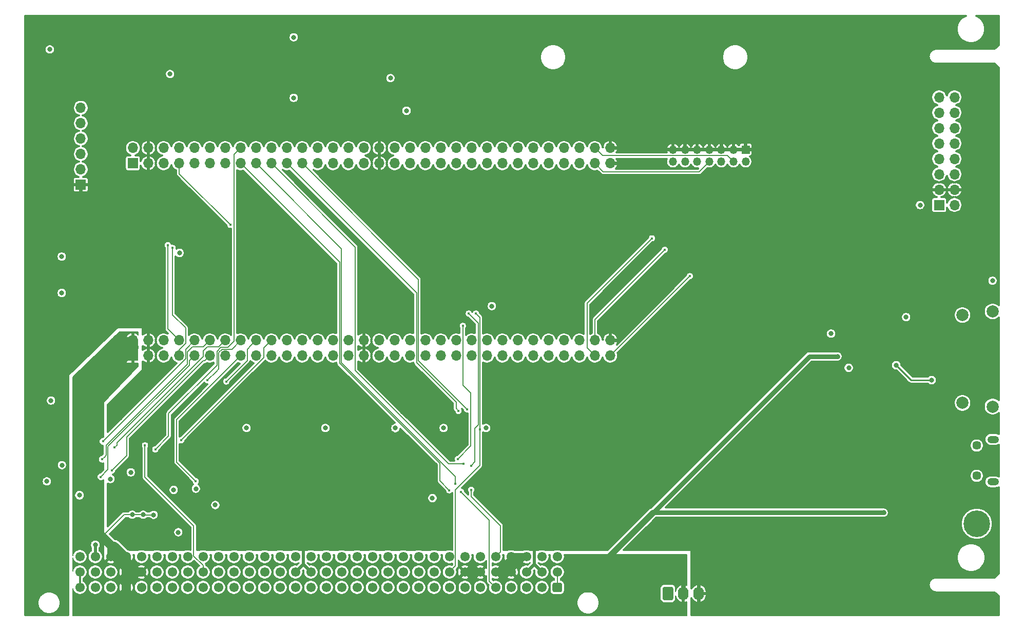
<source format=gbr>
G04 #@! TF.GenerationSoftware,KiCad,Pcbnew,5.1.9+dfsg1-1~bpo10+1*
G04 #@! TF.CreationDate,2023-03-18T11:52:40+01:00*
G04 #@! TF.ProjectId,nubus-to-ztex,6e756275-732d-4746-9f2d-7a7465782e6b,rev?*
G04 #@! TF.SameCoordinates,Original*
G04 #@! TF.FileFunction,Copper,L4,Bot*
G04 #@! TF.FilePolarity,Positive*
%FSLAX46Y46*%
G04 Gerber Fmt 4.6, Leading zero omitted, Abs format (unit mm)*
G04 Created by KiCad (PCBNEW 5.1.9+dfsg1-1~bpo10+1) date 2023-03-18 11:52:40*
%MOMM*%
%LPD*%
G01*
G04 APERTURE LIST*
G04 #@! TA.AperFunction,ComponentPad*
%ADD10O,1.700000X1.700000*%
G04 #@! TD*
G04 #@! TA.AperFunction,ComponentPad*
%ADD11R,1.700000X1.700000*%
G04 #@! TD*
G04 #@! TA.AperFunction,ComponentPad*
%ADD12O,1.350000X1.350000*%
G04 #@! TD*
G04 #@! TA.AperFunction,ComponentPad*
%ADD13R,1.350000X1.350000*%
G04 #@! TD*
G04 #@! TA.AperFunction,ComponentPad*
%ADD14C,4.400000*%
G04 #@! TD*
G04 #@! TA.AperFunction,ComponentPad*
%ADD15C,1.450000*%
G04 #@! TD*
G04 #@! TA.AperFunction,ComponentPad*
%ADD16O,1.900000X1.200000*%
G04 #@! TD*
G04 #@! TA.AperFunction,ComponentPad*
%ADD17O,1.740000X2.200000*%
G04 #@! TD*
G04 #@! TA.AperFunction,ComponentPad*
%ADD18C,2.000000*%
G04 #@! TD*
G04 #@! TA.AperFunction,ComponentPad*
%ADD19C,1.550000*%
G04 #@! TD*
G04 #@! TA.AperFunction,ViaPad*
%ADD20C,0.800000*%
G04 #@! TD*
G04 #@! TA.AperFunction,ViaPad*
%ADD21C,0.450000*%
G04 #@! TD*
G04 #@! TA.AperFunction,Conductor*
%ADD22C,0.500000*%
G04 #@! TD*
G04 #@! TA.AperFunction,Conductor*
%ADD23C,0.152400*%
G04 #@! TD*
G04 #@! TA.AperFunction,Conductor*
%ADD24C,1.200000*%
G04 #@! TD*
G04 #@! TA.AperFunction,Conductor*
%ADD25C,1.500000*%
G04 #@! TD*
G04 #@! TA.AperFunction,Conductor*
%ADD26C,0.800000*%
G04 #@! TD*
G04 #@! TA.AperFunction,Conductor*
%ADD27C,1.600000*%
G04 #@! TD*
G04 #@! TA.AperFunction,Conductor*
%ADD28C,1.000000*%
G04 #@! TD*
G04 #@! TA.AperFunction,Conductor*
%ADD29C,0.200000*%
G04 #@! TD*
G04 #@! TA.AperFunction,Conductor*
%ADD30C,0.300000*%
G04 #@! TD*
G04 #@! TA.AperFunction,Conductor*
%ADD31C,0.250000*%
G04 #@! TD*
G04 #@! TA.AperFunction,Conductor*
%ADD32C,0.100000*%
G04 #@! TD*
G04 APERTURE END LIST*
D10*
X265540000Y-19110000D03*
X263000000Y-19110000D03*
X265540000Y-21650000D03*
X263000000Y-21650000D03*
X265540000Y-24190000D03*
X263000000Y-24190000D03*
X265540000Y-26730000D03*
X263000000Y-26730000D03*
X265540000Y-29270000D03*
X263000000Y-29270000D03*
X265540000Y-31810000D03*
X263000000Y-31810000D03*
X265540000Y-34350000D03*
X263000000Y-34350000D03*
X265540000Y-36890000D03*
D11*
X263000000Y-36890000D03*
D12*
X219080000Y-29730000D03*
X219080000Y-27730000D03*
X221080000Y-29730000D03*
X221080000Y-27730000D03*
X223080000Y-29730000D03*
X223080000Y-27730000D03*
X225080000Y-29730000D03*
X225080000Y-27730000D03*
X227080000Y-29730000D03*
X227080000Y-27730000D03*
X229080000Y-29730000D03*
X229080000Y-27730000D03*
X231080000Y-29730000D03*
D13*
X231080000Y-27730000D03*
D11*
X121400000Y-33528000D03*
D10*
X121400000Y-30988000D03*
X121400000Y-28448000D03*
X121400000Y-25908000D03*
X121400000Y-23368000D03*
X121400000Y-20828000D03*
D14*
X269197500Y-89500000D03*
D15*
X269197500Y-81570000D03*
X269197500Y-76570000D03*
D16*
X271897500Y-82570000D03*
X271897500Y-75570000D03*
G04 #@! TA.AperFunction,ComponentPad*
G36*
G01*
X217390000Y-101850001D02*
X217390000Y-100149999D01*
G75*
G02*
X217639999Y-99900000I249999J0D01*
G01*
X218880001Y-99900000D01*
G75*
G02*
X219130000Y-100149999I0J-249999D01*
G01*
X219130000Y-101850001D01*
G75*
G02*
X218880001Y-102100000I-249999J0D01*
G01*
X217639999Y-102100000D01*
G75*
G02*
X217390000Y-101850001I0J249999D01*
G01*
G37*
G04 #@! TD.AperFunction*
D17*
X220800000Y-101000000D03*
X223340000Y-101000000D03*
D11*
X130000000Y-30000000D03*
D10*
X130000000Y-27460000D03*
X132540000Y-30000000D03*
X132540000Y-27460000D03*
X135080000Y-30000000D03*
X135080000Y-27460000D03*
X137620000Y-30000000D03*
X137620000Y-27460000D03*
X140160000Y-30000000D03*
X140160000Y-27460000D03*
X142700000Y-30000000D03*
X142700000Y-27460000D03*
X145240000Y-30000000D03*
X145240000Y-27460000D03*
X147780000Y-30000000D03*
X147780000Y-27460000D03*
X150320000Y-30000000D03*
X150320000Y-27460000D03*
X152860000Y-30000000D03*
X152860000Y-27460000D03*
X155400000Y-30000000D03*
X155400000Y-27460000D03*
X157940000Y-30000000D03*
X157940000Y-27460000D03*
X160480000Y-30000000D03*
X160480000Y-27460000D03*
X163020000Y-30000000D03*
X163020000Y-27460000D03*
X165560000Y-30000000D03*
X165560000Y-27460000D03*
X168100000Y-30000000D03*
X168100000Y-27460000D03*
X170640000Y-30000000D03*
X170640000Y-27460000D03*
X173180000Y-30000000D03*
X173180000Y-27460000D03*
X175720000Y-30000000D03*
X175720000Y-27460000D03*
X178260000Y-30000000D03*
X178260000Y-27460000D03*
X180800000Y-30000000D03*
X180800000Y-27460000D03*
X183340000Y-30000000D03*
X183340000Y-27460000D03*
X185880000Y-30000000D03*
X185880000Y-27460000D03*
X188420000Y-30000000D03*
X188420000Y-27460000D03*
X190960000Y-30000000D03*
X190960000Y-27460000D03*
X193500000Y-30000000D03*
X193500000Y-27460000D03*
X196040000Y-30000000D03*
X196040000Y-27460000D03*
X198580000Y-30000000D03*
X198580000Y-27460000D03*
X201120000Y-30000000D03*
X201120000Y-27460000D03*
X203660000Y-30000000D03*
X203660000Y-27460000D03*
X206200000Y-30000000D03*
X206200000Y-27460000D03*
X208740000Y-30000000D03*
X208740000Y-27460000D03*
D18*
X271800000Y-70150000D03*
X271800000Y-54450000D03*
X266850000Y-69550000D03*
X266850000Y-55050000D03*
G04 #@! TA.AperFunction,ComponentPad*
G36*
G01*
X200775000Y-99474998D02*
X200775000Y-100525002D01*
G75*
G02*
X200525002Y-100775000I-249998J0D01*
G01*
X199474998Y-100775000D01*
G75*
G02*
X199225000Y-100525002I0J249998D01*
G01*
X199225000Y-99474998D01*
G75*
G02*
X199474998Y-99225000I249998J0D01*
G01*
X200525002Y-99225000D01*
G75*
G02*
X200775000Y-99474998I0J-249998D01*
G01*
G37*
G04 #@! TD.AperFunction*
D19*
X197460000Y-100000000D03*
X194920000Y-100000000D03*
X192380000Y-100000000D03*
X189840000Y-100000000D03*
X187300000Y-100000000D03*
X184760000Y-100000000D03*
X182220000Y-100000000D03*
X179680000Y-100000000D03*
X177140000Y-100000000D03*
X174600000Y-100000000D03*
X172060000Y-100000000D03*
X169520000Y-100000000D03*
X166980000Y-100000000D03*
X164440000Y-100000000D03*
X161900000Y-100000000D03*
X159360000Y-100000000D03*
X156820000Y-100000000D03*
X154280000Y-100000000D03*
X151740000Y-100000000D03*
X149200000Y-100000000D03*
X146660000Y-100000000D03*
X144120000Y-100000000D03*
X141580000Y-100000000D03*
X139040000Y-100000000D03*
X136500000Y-100000000D03*
X133960000Y-100000000D03*
X131420000Y-100000000D03*
X128880000Y-100000000D03*
X126340000Y-100000000D03*
X123800000Y-100000000D03*
X121260000Y-100000000D03*
X200000000Y-97460000D03*
X197460000Y-97460000D03*
X194920000Y-97460000D03*
X192380000Y-97460000D03*
X189840000Y-97460000D03*
X187300000Y-97460000D03*
X184760000Y-97460000D03*
X182220000Y-97460000D03*
X179680000Y-97460000D03*
X177140000Y-97460000D03*
X174600000Y-97460000D03*
X172060000Y-97460000D03*
X169520000Y-97460000D03*
X166980000Y-97460000D03*
X164440000Y-97460000D03*
X161900000Y-97460000D03*
X159360000Y-97460000D03*
X156820000Y-97460000D03*
X154280000Y-97460000D03*
X151740000Y-97460000D03*
X149200000Y-97460000D03*
X146660000Y-97460000D03*
X144120000Y-97460000D03*
X141580000Y-97460000D03*
X139040000Y-97460000D03*
X136500000Y-97460000D03*
X133960000Y-97460000D03*
X131420000Y-97460000D03*
X128880000Y-97460000D03*
X126340000Y-97460000D03*
X123800000Y-97460000D03*
X121260000Y-97460000D03*
X200000000Y-94920000D03*
X197460000Y-94920000D03*
X194920000Y-94920000D03*
X192380000Y-94920000D03*
X189840000Y-94920000D03*
X187300000Y-94920000D03*
X184760000Y-94920000D03*
X182220000Y-94920000D03*
X179680000Y-94920000D03*
X177140000Y-94920000D03*
X174600000Y-94920000D03*
X172060000Y-94920000D03*
X169520000Y-94920000D03*
X166980000Y-94920000D03*
X164440000Y-94920000D03*
X161900000Y-94920000D03*
X159360000Y-94920000D03*
X156820000Y-94920000D03*
X154280000Y-94920000D03*
X151740000Y-94920000D03*
X149200000Y-94920000D03*
X146660000Y-94920000D03*
X144120000Y-94920000D03*
X141580000Y-94920000D03*
X139040000Y-94920000D03*
X136500000Y-94920000D03*
X133960000Y-94920000D03*
X131420000Y-94920000D03*
X128880000Y-94920000D03*
X126340000Y-94920000D03*
X123800000Y-94920000D03*
X121260000Y-94920000D03*
D10*
X208740000Y-59210000D03*
X208740000Y-61750000D03*
X206200000Y-59210000D03*
X206200000Y-61750000D03*
X203660000Y-59210000D03*
X203660000Y-61750000D03*
X201120000Y-59210000D03*
X201120000Y-61750000D03*
X198580000Y-59210000D03*
X198580000Y-61750000D03*
X196040000Y-59210000D03*
X196040000Y-61750000D03*
X193500000Y-59210000D03*
X193500000Y-61750000D03*
X190960000Y-59210000D03*
X190960000Y-61750000D03*
X188420000Y-59210000D03*
X188420000Y-61750000D03*
X185880000Y-59210000D03*
X185880000Y-61750000D03*
X183340000Y-59210000D03*
X183340000Y-61750000D03*
X180800000Y-59210000D03*
X180800000Y-61750000D03*
X178260000Y-59210000D03*
X178260000Y-61750000D03*
X175720000Y-59210000D03*
X175720000Y-61750000D03*
X173180000Y-59210000D03*
X173180000Y-61750000D03*
X170640000Y-59210000D03*
X170640000Y-61750000D03*
X168100000Y-59210000D03*
X168100000Y-61750000D03*
X165560000Y-59210000D03*
X165560000Y-61750000D03*
X163020000Y-59210000D03*
X163020000Y-61750000D03*
X160480000Y-59210000D03*
X160480000Y-61750000D03*
X157940000Y-59210000D03*
X157940000Y-61750000D03*
X155400000Y-59210000D03*
X155400000Y-61750000D03*
X152860000Y-59210000D03*
X152860000Y-61750000D03*
X150320000Y-59210000D03*
X150320000Y-61750000D03*
X147780000Y-59210000D03*
X147780000Y-61750000D03*
X145240000Y-59210000D03*
X145240000Y-61750000D03*
X142700000Y-59210000D03*
X142700000Y-61750000D03*
X140160000Y-59210000D03*
X140160000Y-61750000D03*
X137620000Y-59210000D03*
X137620000Y-61750000D03*
X135080000Y-59210000D03*
X135080000Y-61750000D03*
X132540000Y-59210000D03*
X132540000Y-61750000D03*
X130000000Y-59210000D03*
D11*
X130000000Y-61750000D03*
D20*
X155357500Y-78180000D03*
X267000000Y-51000000D03*
X222740000Y-36800000D03*
X234000000Y-34000000D03*
X174500000Y-71000000D03*
X194880000Y-35760000D03*
X208740000Y-50800000D03*
X215540000Y-27460000D03*
X116300000Y-16437500D03*
X268000000Y-58050000D03*
X149900000Y-71000000D03*
D21*
X145300000Y-90050000D03*
D20*
X189500000Y-71000000D03*
X186786371Y-50762953D03*
X118534670Y-98720000D03*
D21*
X115200000Y-90730000D03*
D20*
X152880000Y-42180000D03*
X181586371Y-48162953D03*
X268000000Y-65550000D03*
X187000000Y-83100000D03*
X183850000Y-73462500D03*
X256220000Y-61875000D03*
X135250000Y-70800000D03*
X139252400Y-47600000D03*
X268000000Y-61050000D03*
X262640000Y-79355000D03*
X140070000Y-71650000D03*
X168650000Y-91575000D03*
D21*
X267730000Y-79355000D03*
X145400000Y-88100000D03*
D20*
X163000000Y-71000000D03*
X163305000Y-18100000D03*
X149555000Y-18100000D03*
X158100000Y-92000000D03*
X207500000Y-71000000D03*
X132800000Y-79640000D03*
D21*
X131100000Y-77215000D03*
D20*
X252900000Y-82730000D03*
X264200000Y-67357500D03*
X194857500Y-79750000D03*
D21*
X115200000Y-87480000D03*
D20*
X176480000Y-33630000D03*
X140070000Y-65480000D03*
X181586371Y-53962953D03*
X165000000Y-8080000D03*
X236450000Y-82730000D03*
X145125000Y-50200000D03*
X256010000Y-87920000D03*
X148200000Y-86800000D03*
X117200000Y-84780000D03*
X179800000Y-92480000D03*
X123800000Y-93000000D03*
X115670000Y-40410000D03*
X190611371Y-50675453D03*
D21*
X168357500Y-79750000D03*
D20*
X228090000Y-60250000D03*
X168820000Y-45760000D03*
X168357500Y-78180000D03*
D21*
X139300000Y-87450000D03*
D20*
X255040000Y-53812500D03*
X246062500Y-59100000D03*
X255500000Y-58625000D03*
X158127500Y-19200000D03*
X179857500Y-79750000D03*
X127900000Y-72015000D03*
D21*
X115200000Y-89430000D03*
D20*
X267720000Y-77180000D03*
X196200000Y-92480000D03*
X244180000Y-99750000D03*
X137500000Y-89312500D03*
X158730000Y-9200000D03*
X147900000Y-8080000D03*
X259850000Y-35315000D03*
X259850000Y-14000000D03*
X234000000Y-14000000D03*
X125722000Y-33528000D03*
X228670000Y-36800000D03*
X143040000Y-68680000D03*
X268560000Y-51000000D03*
X267000000Y-49425000D03*
X224457500Y-95500000D03*
X156725000Y-81300000D03*
D21*
X155357500Y-79750000D03*
D20*
X169725000Y-81300000D03*
X123840134Y-42199866D03*
X175135000Y-19775000D03*
X267000000Y-46930000D03*
X167210000Y-18100000D03*
D21*
X221870000Y-48620000D03*
D20*
X161750000Y-73687500D03*
X172485673Y-15948535D03*
X257550000Y-55387500D03*
X188250000Y-73687500D03*
X136727523Y-83900000D03*
X137700000Y-44789641D03*
X248080000Y-63750000D03*
X126287500Y-82100000D03*
X156530000Y-19200000D03*
X156530000Y-9200000D03*
X115812500Y-82500000D03*
X148750000Y-73687500D03*
X140387500Y-83700000D03*
X118300000Y-79800000D03*
X143600000Y-86400000D03*
X245170000Y-58110000D03*
X137500000Y-90887500D03*
X116300000Y-11212500D03*
X116500000Y-69150000D03*
X173300000Y-73700000D03*
X118265134Y-45400000D03*
X121200000Y-84780000D03*
X181250000Y-73687500D03*
X118265134Y-51400000D03*
X136140000Y-15272793D03*
X189211371Y-53562953D03*
X129652500Y-81000000D03*
X179412661Y-85255497D03*
X259850000Y-36890000D03*
X175135000Y-21325000D03*
X253850000Y-87660000D03*
X246230000Y-61872500D03*
X131697842Y-88000000D03*
X129897842Y-88000000D03*
X133421568Y-88014972D03*
X188575000Y-102850000D03*
X220800000Y-97000000D03*
D21*
X184418601Y-56831399D03*
X183600000Y-78800000D03*
X184150000Y-84250000D03*
X186600000Y-54800000D03*
X187263411Y-73930000D03*
X185400000Y-54800000D03*
X185800000Y-83875000D03*
X185800000Y-79900000D03*
X137965000Y-75700000D03*
X132000000Y-76565000D03*
X136541399Y-43958601D03*
X135750000Y-43500000D03*
X146070000Y-40170000D03*
D20*
X271800000Y-49380000D03*
D21*
X217750000Y-44250000D03*
X215625000Y-42375000D03*
X133700000Y-77215000D03*
X145387500Y-66000000D03*
X140375000Y-82475000D03*
X142300000Y-65800000D03*
X125066330Y-75900000D03*
X126550000Y-80675000D03*
X124712500Y-81750000D03*
X126975000Y-76905000D03*
X124925000Y-78850000D03*
X182200161Y-83950161D03*
X183200000Y-82900000D03*
X184500000Y-79600000D03*
X185110000Y-70590000D03*
X183710000Y-70850000D03*
D20*
X261760000Y-65782500D03*
X255920000Y-63320000D03*
D22*
X158100000Y-96200000D02*
X158100000Y-92000000D01*
X159360000Y-97460000D02*
X158100000Y-96200000D01*
X156820000Y-97460000D02*
X158080000Y-96200000D01*
D23*
X158080000Y-96200000D02*
X158100000Y-96200000D01*
D22*
X194920000Y-97460000D02*
X196180000Y-96200000D01*
D23*
X196180000Y-96200000D02*
X196200000Y-96200000D01*
D22*
X123800000Y-94920000D02*
X123800000Y-93000000D01*
X196200000Y-96200000D02*
X196200000Y-92490000D01*
X197460000Y-97460000D02*
X196200000Y-96200000D01*
D23*
X208740000Y-61750000D02*
X221870000Y-48620000D01*
D24*
X189840000Y-97460000D02*
X192380000Y-97460000D01*
D25*
X128880000Y-100000000D02*
X128880000Y-101096015D01*
X128880000Y-101096015D02*
X130633985Y-102850000D01*
X130633985Y-102850000D02*
X132675000Y-102850000D01*
D22*
X184760000Y-97460000D02*
X183500000Y-98720000D01*
D24*
X187300000Y-97460000D02*
X184760000Y-97460000D01*
X192380000Y-94920000D02*
X192380000Y-97460000D01*
X194920000Y-94920000D02*
X192380000Y-94920000D01*
X130000000Y-61750000D02*
X128998000Y-61750000D01*
D25*
X123050000Y-89750000D02*
X124930000Y-91630000D01*
X123050000Y-67697600D02*
X123050000Y-89750000D01*
D26*
X246230000Y-61872500D02*
X241617500Y-61872500D01*
D24*
X126340000Y-94920000D02*
X126340000Y-93040000D01*
D25*
X126340000Y-93040000D02*
X124930000Y-91630000D01*
X127897927Y-62850000D02*
X123050000Y-67697600D01*
X128998000Y-61750000D02*
X127897927Y-62850000D01*
D27*
X130000000Y-61750000D02*
X130000000Y-59210000D01*
D28*
X128998000Y-61750000D02*
X128998000Y-59252000D01*
X129040000Y-59210000D02*
X130000000Y-59210000D01*
X128998000Y-59252000D02*
X129040000Y-59210000D01*
X200640000Y-102850000D02*
X205520000Y-97970000D01*
D23*
X183500000Y-102800000D02*
X183450000Y-102850000D01*
D22*
X183500000Y-98720000D02*
X183500000Y-102800000D01*
D28*
X193650000Y-102850000D02*
X200640000Y-102850000D01*
D22*
X193650000Y-98730000D02*
X192380000Y-97460000D01*
D23*
X131712814Y-88014972D02*
X131697842Y-88000000D01*
X133421568Y-88014972D02*
X131712814Y-88014972D01*
X131697842Y-88000000D02*
X129897842Y-88000000D01*
D25*
X128880000Y-97460000D02*
X131420000Y-97460000D01*
X128880000Y-97460000D02*
X128880000Y-100000000D01*
X128880000Y-94920000D02*
X128880000Y-97460000D01*
D22*
X193650000Y-102850000D02*
X193650000Y-98730000D01*
X187300000Y-97460000D02*
X186025000Y-98735000D01*
D23*
X186025000Y-102825000D02*
X186050000Y-102850000D01*
D22*
X186025000Y-98735000D02*
X186025000Y-102825000D01*
D25*
X183450000Y-102850000D02*
X186050000Y-102850000D01*
D22*
X189840000Y-97460000D02*
X191100000Y-98720000D01*
X191100000Y-98720000D02*
X191100000Y-102650000D01*
D23*
X191100000Y-102650000D02*
X191300000Y-102850000D01*
D25*
X191300000Y-102850000D02*
X193650000Y-102850000D01*
X186050000Y-102850000D02*
X188575000Y-102850000D01*
X188575000Y-102850000D02*
X191300000Y-102850000D01*
D22*
X132675000Y-98715000D02*
X132675000Y-102850000D01*
X131420000Y-97460000D02*
X132675000Y-98715000D01*
D25*
X183450000Y-102850000D02*
X132675000Y-102850000D01*
D24*
X126340000Y-94920000D02*
X128880000Y-94920000D01*
X127000000Y-93040000D02*
X126340000Y-93040000D01*
D23*
X127585000Y-93675000D02*
X127635000Y-93675000D01*
D24*
X127635000Y-93675000D02*
X127000000Y-93040000D01*
X126340000Y-94920000D02*
X127585000Y-93675000D01*
X128880000Y-94920000D02*
X127635000Y-93675000D01*
D25*
X188575000Y-102850000D02*
X188575000Y-102850000D01*
D23*
X215830000Y-87660000D02*
X215745000Y-87745000D01*
D26*
X253850000Y-87660000D02*
X215830000Y-87660000D01*
X241617500Y-61872500D02*
X215745000Y-87745000D01*
D23*
X206490000Y-97000000D02*
X206445000Y-97045000D01*
D28*
X215745000Y-87745000D02*
X206445000Y-97045000D01*
D26*
X220800000Y-97000000D02*
X206490000Y-97000000D01*
D28*
X206445000Y-97045000D02*
X205520000Y-97970000D01*
D26*
X220800000Y-101000000D02*
X220800000Y-97000000D01*
D29*
X128560000Y-88000000D02*
X124930000Y-91630000D01*
X129897842Y-88000000D02*
X128560000Y-88000000D01*
X200000000Y-100000000D02*
X200000000Y-97460000D01*
D23*
X184418601Y-56831399D02*
X184418601Y-66588601D01*
X183600000Y-78800000D02*
X185738601Y-76661399D01*
X185738601Y-76661399D02*
X185738601Y-67908601D01*
X185738601Y-67908601D02*
X184418601Y-66588601D01*
X188788799Y-88888799D02*
X184150000Y-84250000D01*
X189840000Y-100000000D02*
X188788799Y-98948799D01*
X188788799Y-98948799D02*
X188788799Y-88888799D01*
D30*
X121260000Y-97460000D02*
X121260000Y-100000000D01*
D23*
X182220000Y-97460000D02*
X183223601Y-96456399D01*
X187263411Y-79833791D02*
X187263411Y-73930000D01*
X183223601Y-83873601D02*
X187263411Y-79833791D01*
X187263411Y-55463411D02*
X186600000Y-54800000D01*
X187263411Y-73930000D02*
X187263411Y-55463411D01*
X183223601Y-96456399D02*
X183223601Y-83873601D01*
X190614999Y-89814999D02*
X185800000Y-85000000D01*
X190614999Y-94145001D02*
X190614999Y-89814999D01*
X189840000Y-94920000D02*
X190614999Y-94145001D01*
X185800000Y-85000000D02*
X185800000Y-83875000D01*
X186958601Y-56358601D02*
X185400000Y-54800000D01*
X185800000Y-79900000D02*
X186428601Y-79271399D01*
X186428601Y-79271399D02*
X186428601Y-73701399D01*
X186428601Y-73701399D02*
X186958601Y-73171399D01*
X186958601Y-73171399D02*
X186958601Y-56358601D01*
X152860000Y-59210000D02*
X151600000Y-60470000D01*
X151600000Y-62065000D02*
X151398601Y-62266399D01*
X151600000Y-60470000D02*
X151600000Y-62065000D01*
X137965000Y-75700000D02*
X151398601Y-62266399D01*
X140043601Y-94827586D02*
X140043601Y-89843601D01*
X141580000Y-96363985D02*
X140043601Y-94827586D01*
X141580000Y-97460000D02*
X141580000Y-96363985D01*
X132000000Y-81800000D02*
X132000000Y-76565000D01*
X140043601Y-89843601D02*
X132000000Y-81800000D01*
X137620000Y-61750000D02*
X137620000Y-60806330D01*
X137620000Y-60806330D02*
X138698601Y-59727729D01*
X138698601Y-59727729D02*
X138698601Y-57188601D01*
X136541399Y-55031399D02*
X136541399Y-43958601D01*
X138698601Y-57188601D02*
X136541399Y-55031399D01*
X135750000Y-57340000D02*
X135750000Y-43500000D01*
X137620000Y-59210000D02*
X135750000Y-57340000D01*
X146070000Y-40170000D02*
X138250000Y-32350000D01*
X137620000Y-31720000D02*
X138250000Y-32350000D01*
X137620000Y-30000000D02*
X137620000Y-31720000D01*
X206200000Y-30000000D02*
X207590000Y-31390000D01*
X223420000Y-31390000D02*
X225080000Y-29730000D01*
X207590000Y-31390000D02*
X223420000Y-31390000D01*
X206200000Y-55800000D02*
X217500000Y-44500000D01*
X206200000Y-59210000D02*
X206200000Y-55800000D01*
X217500000Y-44500000D02*
X217750000Y-44250000D01*
X206200000Y-61750000D02*
X204900000Y-60450000D01*
X204900000Y-53100000D02*
X205550000Y-52450000D01*
X204900000Y-60450000D02*
X204900000Y-53100000D01*
X215625000Y-42375000D02*
X205550000Y-52450000D01*
X229080000Y-29730000D02*
X228080000Y-28730000D01*
X207470000Y-28730000D02*
X206200000Y-27460000D01*
X228080000Y-28730000D02*
X207470000Y-28730000D01*
X146701399Y-28538601D02*
X147780000Y-27460000D01*
X146701399Y-59344931D02*
X146701399Y-28538601D01*
X145679741Y-60366589D02*
X146701399Y-59344931D01*
X144514477Y-60366589D02*
X145679741Y-60366589D01*
X135878601Y-75036399D02*
X135878601Y-71291069D01*
X135878601Y-71291069D02*
X143856589Y-63313081D01*
X143856589Y-61024477D02*
X144514477Y-60366589D01*
X133700000Y-77215000D02*
X135878601Y-75036399D01*
X143856589Y-63313081D02*
X143856589Y-61024477D01*
X148858601Y-62528899D02*
X148858601Y-60671399D01*
X149470001Y-60059999D02*
X150320000Y-59210000D01*
X148858601Y-60671399D02*
X149470001Y-60059999D01*
X145387500Y-66000000D02*
X148858601Y-62528899D01*
X140375000Y-82475000D02*
X137200000Y-79300000D01*
X137200000Y-72330000D02*
X147780000Y-61750000D01*
X137200000Y-79300000D02*
X137200000Y-72330000D01*
X144161399Y-63938601D02*
X143778601Y-64321399D01*
X147780000Y-59210000D02*
X146318601Y-60671399D01*
X143778601Y-64321399D02*
X142300000Y-65800000D01*
X144718601Y-60671399D02*
X144161399Y-61228601D01*
X146318601Y-60671399D02*
X144718601Y-60671399D01*
X144161399Y-61228601D02*
X144161399Y-63938601D01*
X138698601Y-60671399D02*
X140160000Y-59210000D01*
X138698601Y-62267729D02*
X125066330Y-75900000D01*
X138698601Y-60671399D02*
X138698601Y-62267729D01*
X128958411Y-75223759D02*
X128958411Y-78266589D01*
X141582171Y-62599999D02*
X128958411Y-75223759D01*
X141850001Y-62599999D02*
X141582171Y-62599999D01*
X142700000Y-61750000D02*
X141850001Y-62599999D01*
X128958411Y-78266589D02*
X126550000Y-80675000D01*
X126550000Y-80675000D02*
X126550000Y-80675000D01*
X140160000Y-61750000D02*
X139310001Y-62599999D01*
X125904810Y-80557690D02*
X124712500Y-81750000D01*
X139310001Y-63334669D02*
X125904810Y-76739860D01*
X139310001Y-62599999D02*
X139310001Y-63334669D01*
X125904810Y-76739860D02*
X125904810Y-80557690D01*
X144390001Y-60059999D02*
X145240000Y-59210000D01*
X141621399Y-60928601D02*
X142261399Y-60288601D01*
X144161399Y-60288601D02*
X144390001Y-60059999D01*
X141621399Y-61884931D02*
X141621399Y-60928601D01*
X142261399Y-60288601D02*
X144161399Y-60288601D01*
X126975000Y-76905000D02*
X127374999Y-76505001D01*
X127374999Y-76505001D02*
X127374999Y-76131331D01*
X127374999Y-76131331D02*
X141621399Y-61884931D01*
X139003411Y-61121589D02*
X139003411Y-63146589D01*
X139836399Y-60288601D02*
X139003411Y-61121589D01*
X141621399Y-60288601D02*
X139836399Y-60288601D01*
X142700000Y-59210000D02*
X141621399Y-60288601D01*
X139003411Y-63146589D02*
X125600000Y-76550000D01*
X125600000Y-76550000D02*
X125600000Y-76550000D01*
X125324999Y-78450001D02*
X124925000Y-78850000D01*
X125600000Y-78175000D02*
X125324999Y-78450001D01*
X125600000Y-76550000D02*
X125600000Y-78175000D01*
X180621399Y-82371399D02*
X182200161Y-83950161D01*
X147780000Y-30000000D02*
X164098601Y-46318601D01*
X180621399Y-79531399D02*
X180621399Y-82371399D01*
X164098601Y-46318601D02*
X164098601Y-63008601D01*
X164098601Y-63008601D02*
X180621399Y-79531399D01*
X151169999Y-30849999D02*
X150320000Y-30000000D01*
X183200000Y-82900000D02*
X183200000Y-81678934D01*
X183200000Y-81678934D02*
X164403411Y-62882345D01*
X164403411Y-62882345D02*
X164403411Y-44083411D01*
X164403411Y-44083411D02*
X151169999Y-30849999D01*
X153709999Y-30849999D02*
X152860000Y-30000000D01*
X166686201Y-43826201D02*
X153709999Y-30849999D01*
X166686201Y-64186979D02*
X166686201Y-43826201D01*
X182099222Y-79600000D02*
X166686201Y-64186979D01*
X184500000Y-79600000D02*
X182099222Y-79600000D01*
X158789999Y-30849999D02*
X157940000Y-30000000D01*
X177103411Y-49163411D02*
X158789999Y-30849999D01*
X177103411Y-62583411D02*
X177103411Y-49163411D01*
X185110000Y-70590000D02*
X177103411Y-62583411D01*
X176798601Y-51398601D02*
X155400000Y-30000000D01*
X176798601Y-62898601D02*
X176798601Y-51398601D01*
X183310001Y-69410001D02*
X176798601Y-62898601D01*
X183310001Y-70450001D02*
X183310001Y-69410001D01*
X183710000Y-70850000D02*
X183310001Y-70450001D01*
D31*
X258382500Y-65782500D02*
X261760000Y-65782500D01*
X255920000Y-63320000D02*
X258382500Y-65782500D01*
D30*
X267154575Y-5761895D02*
X266772348Y-6017290D01*
X266447290Y-6342348D01*
X266191895Y-6724575D01*
X266015975Y-7149282D01*
X265926292Y-7600150D01*
X265926292Y-8059850D01*
X266015975Y-8510718D01*
X266191895Y-8935425D01*
X266447290Y-9317652D01*
X266772348Y-9642710D01*
X267154575Y-9898105D01*
X267579282Y-10074025D01*
X268030150Y-10163708D01*
X268489850Y-10163708D01*
X268940718Y-10074025D01*
X269365425Y-9898105D01*
X269747652Y-9642710D01*
X270072710Y-9317652D01*
X270328105Y-8935425D01*
X270504025Y-8510718D01*
X270593708Y-8059850D01*
X270593708Y-7600150D01*
X270504025Y-7149282D01*
X270328105Y-6724575D01*
X270072710Y-6342348D01*
X269747652Y-6017290D01*
X269365425Y-5761895D01*
X269095287Y-5650000D01*
X272805000Y-5650000D01*
X272805001Y-10462536D01*
X272162539Y-11105000D01*
X262474212Y-11105000D01*
X262448079Y-11107574D01*
X262438992Y-11107574D01*
X262431702Y-11108340D01*
X262295938Y-11123569D01*
X262249407Y-11133460D01*
X262202722Y-11142703D01*
X262195720Y-11144871D01*
X262065499Y-11186179D01*
X262021741Y-11204934D01*
X261977767Y-11223058D01*
X261971325Y-11226542D01*
X261971322Y-11226543D01*
X261971319Y-11226545D01*
X261851601Y-11292361D01*
X261812366Y-11319226D01*
X261772708Y-11345575D01*
X261767060Y-11350247D01*
X261662406Y-11438062D01*
X261629113Y-11472060D01*
X261595349Y-11505589D01*
X261590716Y-11511269D01*
X261505112Y-11617739D01*
X261479038Y-11657585D01*
X261452451Y-11697001D01*
X261449009Y-11703473D01*
X261385715Y-11824543D01*
X261367893Y-11868653D01*
X261349449Y-11912530D01*
X261347331Y-11919548D01*
X261308759Y-12050605D01*
X261299847Y-12097324D01*
X261290275Y-12143956D01*
X261289560Y-12151251D01*
X261277178Y-12287304D01*
X261277510Y-12334881D01*
X261277177Y-12382468D01*
X261277893Y-12389763D01*
X261292173Y-12525631D01*
X261301738Y-12572227D01*
X261310658Y-12618987D01*
X261312777Y-12626004D01*
X261353176Y-12756510D01*
X261371612Y-12800367D01*
X261389439Y-12844492D01*
X261392881Y-12850964D01*
X261457859Y-12971138D01*
X261484461Y-13010578D01*
X261510520Y-13050400D01*
X261515153Y-13056081D01*
X261602235Y-13161346D01*
X261636019Y-13194895D01*
X261669294Y-13228874D01*
X261674942Y-13233547D01*
X261780812Y-13319892D01*
X261820450Y-13346227D01*
X261859707Y-13373107D01*
X261866155Y-13376593D01*
X261986780Y-13440730D01*
X262030761Y-13458858D01*
X262074505Y-13477607D01*
X262081507Y-13479774D01*
X262212292Y-13519261D01*
X262258951Y-13528500D01*
X262305516Y-13538398D01*
X262312806Y-13539164D01*
X262448770Y-13552495D01*
X262448780Y-13552495D01*
X262474212Y-13555000D01*
X272162539Y-13555000D01*
X272805001Y-14197464D01*
X272805001Y-53404391D01*
X272724321Y-53323711D01*
X272486833Y-53165027D01*
X272222949Y-53055723D01*
X271942813Y-53000000D01*
X271657187Y-53000000D01*
X271377051Y-53055723D01*
X271113167Y-53165027D01*
X270875679Y-53323711D01*
X270673711Y-53525679D01*
X270515027Y-53763167D01*
X270405723Y-54027051D01*
X270350000Y-54307187D01*
X270350000Y-54592813D01*
X270405723Y-54872949D01*
X270515027Y-55136833D01*
X270673711Y-55374321D01*
X270875679Y-55576289D01*
X271113167Y-55734973D01*
X271377051Y-55844277D01*
X271657187Y-55900000D01*
X271942813Y-55900000D01*
X272222949Y-55844277D01*
X272486833Y-55734973D01*
X272724321Y-55576289D01*
X272805001Y-55495609D01*
X272805000Y-69104390D01*
X272724321Y-69023711D01*
X272486833Y-68865027D01*
X272222949Y-68755723D01*
X271942813Y-68700000D01*
X271657187Y-68700000D01*
X271377051Y-68755723D01*
X271113167Y-68865027D01*
X270875679Y-69023711D01*
X270673711Y-69225679D01*
X270515027Y-69463167D01*
X270405723Y-69727051D01*
X270350000Y-70007187D01*
X270350000Y-70292813D01*
X270405723Y-70572949D01*
X270515027Y-70836833D01*
X270673711Y-71074321D01*
X270875679Y-71276289D01*
X271113167Y-71434973D01*
X271377051Y-71544277D01*
X271657187Y-71600000D01*
X271942813Y-71600000D01*
X272222949Y-71544277D01*
X272486833Y-71434973D01*
X272724321Y-71276289D01*
X272805000Y-71195610D01*
X272805000Y-74677408D01*
X272651262Y-74595233D01*
X272453336Y-74535193D01*
X272299078Y-74520000D01*
X271495922Y-74520000D01*
X271341664Y-74535193D01*
X271143738Y-74595233D01*
X270961329Y-74692733D01*
X270801446Y-74823946D01*
X270670233Y-74983829D01*
X270572733Y-75166238D01*
X270512693Y-75364164D01*
X270492420Y-75570000D01*
X270512693Y-75775836D01*
X270572733Y-75973762D01*
X270670233Y-76156171D01*
X270801446Y-76316054D01*
X270961329Y-76447267D01*
X271143738Y-76544767D01*
X271341664Y-76604807D01*
X271495922Y-76620000D01*
X272299078Y-76620000D01*
X272453336Y-76604807D01*
X272651262Y-76544767D01*
X272805000Y-76462592D01*
X272805000Y-81677408D01*
X272651262Y-81595233D01*
X272453336Y-81535193D01*
X272299078Y-81520000D01*
X271495922Y-81520000D01*
X271341664Y-81535193D01*
X271143738Y-81595233D01*
X270961329Y-81692733D01*
X270801446Y-81823946D01*
X270670233Y-81983829D01*
X270572733Y-82166238D01*
X270512693Y-82364164D01*
X270492420Y-82570000D01*
X270512693Y-82775836D01*
X270572733Y-82973762D01*
X270670233Y-83156171D01*
X270801446Y-83316054D01*
X270961329Y-83447267D01*
X271143738Y-83544767D01*
X271341664Y-83604807D01*
X271495922Y-83620000D01*
X272299078Y-83620000D01*
X272453336Y-83604807D01*
X272651262Y-83544767D01*
X272805000Y-83462592D01*
X272805000Y-97712537D01*
X272162539Y-98355000D01*
X262474212Y-98355000D01*
X262448079Y-98357574D01*
X262438992Y-98357574D01*
X262431702Y-98358340D01*
X262295938Y-98373569D01*
X262249407Y-98383460D01*
X262202722Y-98392703D01*
X262195720Y-98394871D01*
X262065499Y-98436179D01*
X262021741Y-98454934D01*
X261977767Y-98473058D01*
X261971325Y-98476542D01*
X261971322Y-98476543D01*
X261971319Y-98476545D01*
X261851601Y-98542361D01*
X261812366Y-98569226D01*
X261772708Y-98595575D01*
X261767060Y-98600247D01*
X261662406Y-98688062D01*
X261629113Y-98722060D01*
X261595349Y-98755589D01*
X261590716Y-98761269D01*
X261505112Y-98867739D01*
X261479038Y-98907585D01*
X261452451Y-98947001D01*
X261449009Y-98953473D01*
X261385715Y-99074543D01*
X261367893Y-99118653D01*
X261349449Y-99162530D01*
X261347331Y-99169548D01*
X261308759Y-99300605D01*
X261299847Y-99347324D01*
X261290275Y-99393956D01*
X261289560Y-99401251D01*
X261277178Y-99537304D01*
X261277510Y-99584881D01*
X261277177Y-99632468D01*
X261277893Y-99639763D01*
X261292173Y-99775631D01*
X261301738Y-99822227D01*
X261310658Y-99868987D01*
X261312777Y-99876004D01*
X261353176Y-100006510D01*
X261371612Y-100050367D01*
X261389439Y-100094492D01*
X261392881Y-100100964D01*
X261457859Y-100221138D01*
X261484461Y-100260578D01*
X261510520Y-100300400D01*
X261515153Y-100306081D01*
X261602235Y-100411346D01*
X261636019Y-100444895D01*
X261669294Y-100478874D01*
X261674942Y-100483547D01*
X261780812Y-100569892D01*
X261820450Y-100596227D01*
X261859707Y-100623107D01*
X261866155Y-100626593D01*
X261986780Y-100690730D01*
X262030761Y-100708858D01*
X262074505Y-100727607D01*
X262081507Y-100729774D01*
X262212292Y-100769261D01*
X262258951Y-100778500D01*
X262305516Y-100788398D01*
X262312806Y-100789164D01*
X262448770Y-100802495D01*
X262448780Y-100802495D01*
X262474212Y-100805000D01*
X272162539Y-100805000D01*
X272805001Y-101447464D01*
X272805000Y-104555000D01*
X222150000Y-104555000D01*
X222150000Y-101804973D01*
X222160278Y-101831226D01*
X222300239Y-102049826D01*
X222480158Y-102236921D01*
X222693120Y-102385320D01*
X222930941Y-102489321D01*
X223031429Y-102513427D01*
X223236000Y-102433013D01*
X223236000Y-101104000D01*
X223444000Y-101104000D01*
X223444000Y-102433013D01*
X223648571Y-102513427D01*
X223749059Y-102489321D01*
X223986880Y-102385320D01*
X224199842Y-102236921D01*
X224379761Y-102049826D01*
X224519722Y-101831226D01*
X224614347Y-101589521D01*
X224660000Y-101334000D01*
X224660000Y-101104000D01*
X223444000Y-101104000D01*
X223236000Y-101104000D01*
X223216000Y-101104000D01*
X223216000Y-100896000D01*
X223236000Y-100896000D01*
X223236000Y-99566987D01*
X223444000Y-99566987D01*
X223444000Y-100896000D01*
X224660000Y-100896000D01*
X224660000Y-100666000D01*
X224614347Y-100410479D01*
X224519722Y-100168774D01*
X224379761Y-99950174D01*
X224199842Y-99763079D01*
X223986880Y-99614680D01*
X223749059Y-99510679D01*
X223648571Y-99486573D01*
X223444000Y-99566987D01*
X223236000Y-99566987D01*
X223031429Y-99486573D01*
X222930941Y-99510679D01*
X222693120Y-99614680D01*
X222480158Y-99763079D01*
X222300239Y-99950174D01*
X222160278Y-100168774D01*
X222150000Y-100195028D01*
X222150000Y-94847699D01*
X265901412Y-94847699D01*
X265901412Y-95312301D01*
X265992051Y-95767975D01*
X266169847Y-96197210D01*
X266427965Y-96583512D01*
X266756488Y-96912035D01*
X267142790Y-97170153D01*
X267572025Y-97347949D01*
X268027699Y-97438588D01*
X268492301Y-97438588D01*
X268947975Y-97347949D01*
X269377210Y-97170153D01*
X269763512Y-96912035D01*
X270092035Y-96583512D01*
X270350153Y-96197210D01*
X270527949Y-95767975D01*
X270618588Y-95312301D01*
X270618588Y-94847699D01*
X270527949Y-94392025D01*
X270350153Y-93962790D01*
X270092035Y-93576488D01*
X269763512Y-93247965D01*
X269377210Y-92989847D01*
X268947975Y-92812051D01*
X268492301Y-92721412D01*
X268027699Y-92721412D01*
X267572025Y-92812051D01*
X267142790Y-92989847D01*
X266756488Y-93247965D01*
X266427965Y-93576488D01*
X266169847Y-93962790D01*
X265992051Y-94392025D01*
X265901412Y-94847699D01*
X222150000Y-94847699D01*
X222150000Y-94000000D01*
X222147118Y-93970736D01*
X222138582Y-93942597D01*
X222124720Y-93916664D01*
X222106066Y-93893934D01*
X222083336Y-93875280D01*
X222057403Y-93861418D01*
X222029264Y-93852882D01*
X222000000Y-93850000D01*
X210983502Y-93850000D01*
X215594504Y-89238998D01*
X266547500Y-89238998D01*
X266547500Y-89761002D01*
X266649338Y-90272976D01*
X266849101Y-90755246D01*
X267139111Y-91189276D01*
X267508224Y-91558389D01*
X267942254Y-91848399D01*
X268424524Y-92048162D01*
X268936498Y-92150000D01*
X269458502Y-92150000D01*
X269970476Y-92048162D01*
X270452746Y-91848399D01*
X270886776Y-91558389D01*
X271255889Y-91189276D01*
X271545899Y-90755246D01*
X271745662Y-90272976D01*
X271847500Y-89761002D01*
X271847500Y-89238998D01*
X271745662Y-88727024D01*
X271545899Y-88244754D01*
X271255889Y-87810724D01*
X270886776Y-87441611D01*
X270452746Y-87151601D01*
X269970476Y-86951838D01*
X269458502Y-86850000D01*
X268936498Y-86850000D01*
X268424524Y-86951838D01*
X267942254Y-87151601D01*
X267508224Y-87441611D01*
X267139111Y-87810724D01*
X266849101Y-88244754D01*
X266649338Y-88727024D01*
X266547500Y-89238998D01*
X215594504Y-89238998D01*
X216323503Y-88510000D01*
X253933718Y-88510000D01*
X253974883Y-88501812D01*
X254016629Y-88497700D01*
X254056772Y-88485523D01*
X254097936Y-88477335D01*
X254136706Y-88461276D01*
X254176855Y-88449097D01*
X254213857Y-88429319D01*
X254252626Y-88413260D01*
X254287521Y-88389944D01*
X254324519Y-88370168D01*
X254356945Y-88343557D01*
X254391844Y-88320238D01*
X254421525Y-88290557D01*
X254453948Y-88263948D01*
X254480557Y-88231525D01*
X254510238Y-88201844D01*
X254533557Y-88166945D01*
X254560168Y-88134519D01*
X254579944Y-88097521D01*
X254603260Y-88062626D01*
X254619319Y-88023857D01*
X254639097Y-87986855D01*
X254651276Y-87946706D01*
X254667335Y-87907936D01*
X254675523Y-87866772D01*
X254687700Y-87826629D01*
X254691812Y-87784883D01*
X254700000Y-87743718D01*
X254700000Y-87701749D01*
X254704112Y-87660000D01*
X254700000Y-87618251D01*
X254700000Y-87576282D01*
X254691812Y-87535117D01*
X254687700Y-87493371D01*
X254675523Y-87453228D01*
X254667335Y-87412064D01*
X254651276Y-87373294D01*
X254639097Y-87333145D01*
X254619319Y-87296143D01*
X254603260Y-87257374D01*
X254579944Y-87222479D01*
X254560168Y-87185481D01*
X254533557Y-87153055D01*
X254510238Y-87118156D01*
X254480557Y-87088475D01*
X254453948Y-87056052D01*
X254421525Y-87029443D01*
X254391844Y-86999762D01*
X254356945Y-86976443D01*
X254324519Y-86949832D01*
X254287521Y-86930056D01*
X254252626Y-86906740D01*
X254213857Y-86890681D01*
X254176855Y-86870903D01*
X254136706Y-86858724D01*
X254097936Y-86842665D01*
X254056772Y-86834477D01*
X254016629Y-86822300D01*
X253974883Y-86818188D01*
X253933718Y-86810000D01*
X217882080Y-86810000D01*
X223237807Y-81454273D01*
X268022500Y-81454273D01*
X268022500Y-81685727D01*
X268067655Y-81912735D01*
X268156229Y-82126571D01*
X268284818Y-82319019D01*
X268448481Y-82482682D01*
X268640929Y-82611271D01*
X268854765Y-82699845D01*
X269081773Y-82745000D01*
X269313227Y-82745000D01*
X269540235Y-82699845D01*
X269754071Y-82611271D01*
X269946519Y-82482682D01*
X270110182Y-82319019D01*
X270238771Y-82126571D01*
X270327345Y-81912735D01*
X270372500Y-81685727D01*
X270372500Y-81454273D01*
X270327345Y-81227265D01*
X270238771Y-81013429D01*
X270110182Y-80820981D01*
X269946519Y-80657318D01*
X269754071Y-80528729D01*
X269540235Y-80440155D01*
X269313227Y-80395000D01*
X269081773Y-80395000D01*
X268854765Y-80440155D01*
X268640929Y-80528729D01*
X268448481Y-80657318D01*
X268284818Y-80820981D01*
X268156229Y-81013429D01*
X268067655Y-81227265D01*
X268022500Y-81454273D01*
X223237807Y-81454273D01*
X228237807Y-76454273D01*
X268022500Y-76454273D01*
X268022500Y-76685727D01*
X268067655Y-76912735D01*
X268156229Y-77126571D01*
X268284818Y-77319019D01*
X268448481Y-77482682D01*
X268640929Y-77611271D01*
X268854765Y-77699845D01*
X269081773Y-77745000D01*
X269313227Y-77745000D01*
X269540235Y-77699845D01*
X269754071Y-77611271D01*
X269946519Y-77482682D01*
X270110182Y-77319019D01*
X270238771Y-77126571D01*
X270327345Y-76912735D01*
X270372500Y-76685727D01*
X270372500Y-76454273D01*
X270327345Y-76227265D01*
X270238771Y-76013429D01*
X270110182Y-75820981D01*
X269946519Y-75657318D01*
X269754071Y-75528729D01*
X269540235Y-75440155D01*
X269313227Y-75395000D01*
X269081773Y-75395000D01*
X268854765Y-75440155D01*
X268640929Y-75528729D01*
X268448481Y-75657318D01*
X268284818Y-75820981D01*
X268156229Y-76013429D01*
X268067655Y-76227265D01*
X268022500Y-76454273D01*
X228237807Y-76454273D01*
X235284893Y-69407187D01*
X265400000Y-69407187D01*
X265400000Y-69692813D01*
X265455723Y-69972949D01*
X265565027Y-70236833D01*
X265723711Y-70474321D01*
X265925679Y-70676289D01*
X266163167Y-70834973D01*
X266427051Y-70944277D01*
X266707187Y-71000000D01*
X266992813Y-71000000D01*
X267272949Y-70944277D01*
X267536833Y-70834973D01*
X267774321Y-70676289D01*
X267976289Y-70474321D01*
X268134973Y-70236833D01*
X268244277Y-69972949D01*
X268300000Y-69692813D01*
X268300000Y-69407187D01*
X268244277Y-69127051D01*
X268134973Y-68863167D01*
X267976289Y-68625679D01*
X267774321Y-68423711D01*
X267536833Y-68265027D01*
X267272949Y-68155723D01*
X266992813Y-68100000D01*
X266707187Y-68100000D01*
X266427051Y-68155723D01*
X266163167Y-68265027D01*
X265925679Y-68423711D01*
X265723711Y-68625679D01*
X265565027Y-68863167D01*
X265455723Y-69127051D01*
X265400000Y-69407187D01*
X235284893Y-69407187D01*
X241025799Y-63666282D01*
X247230000Y-63666282D01*
X247230000Y-63833718D01*
X247262665Y-63997936D01*
X247326740Y-64152626D01*
X247419762Y-64291844D01*
X247538156Y-64410238D01*
X247677374Y-64503260D01*
X247832064Y-64567335D01*
X247996282Y-64600000D01*
X248163718Y-64600000D01*
X248327936Y-64567335D01*
X248482626Y-64503260D01*
X248621844Y-64410238D01*
X248740238Y-64291844D01*
X248833260Y-64152626D01*
X248897335Y-63997936D01*
X248930000Y-63833718D01*
X248930000Y-63666282D01*
X248897335Y-63502064D01*
X248833260Y-63347374D01*
X248759032Y-63236282D01*
X255070000Y-63236282D01*
X255070000Y-63403718D01*
X255102665Y-63567936D01*
X255166740Y-63722626D01*
X255259762Y-63861844D01*
X255378156Y-63980238D01*
X255517374Y-64073260D01*
X255672064Y-64137335D01*
X255836282Y-64170000D01*
X255956828Y-64170000D01*
X257955939Y-66169112D01*
X257973946Y-66191054D01*
X257995886Y-66209059D01*
X258061501Y-66262908D01*
X258109375Y-66288497D01*
X258161392Y-66316301D01*
X258269780Y-66349180D01*
X258354254Y-66357500D01*
X258354257Y-66357500D01*
X258382500Y-66360282D01*
X258410743Y-66357500D01*
X261132918Y-66357500D01*
X261218156Y-66442738D01*
X261357374Y-66535760D01*
X261512064Y-66599835D01*
X261676282Y-66632500D01*
X261843718Y-66632500D01*
X262007936Y-66599835D01*
X262162626Y-66535760D01*
X262301844Y-66442738D01*
X262420238Y-66324344D01*
X262513260Y-66185126D01*
X262577335Y-66030436D01*
X262610000Y-65866218D01*
X262610000Y-65698782D01*
X262577335Y-65534564D01*
X262513260Y-65379874D01*
X262420238Y-65240656D01*
X262301844Y-65122262D01*
X262162626Y-65029240D01*
X262007936Y-64965165D01*
X261843718Y-64932500D01*
X261676282Y-64932500D01*
X261512064Y-64965165D01*
X261357374Y-65029240D01*
X261218156Y-65122262D01*
X261132918Y-65207500D01*
X258620673Y-65207500D01*
X256770000Y-63356828D01*
X256770000Y-63236282D01*
X256737335Y-63072064D01*
X256673260Y-62917374D01*
X256580238Y-62778156D01*
X256461844Y-62659762D01*
X256322626Y-62566740D01*
X256167936Y-62502665D01*
X256003718Y-62470000D01*
X255836282Y-62470000D01*
X255672064Y-62502665D01*
X255517374Y-62566740D01*
X255378156Y-62659762D01*
X255259762Y-62778156D01*
X255166740Y-62917374D01*
X255102665Y-63072064D01*
X255070000Y-63236282D01*
X248759032Y-63236282D01*
X248740238Y-63208156D01*
X248621844Y-63089762D01*
X248482626Y-62996740D01*
X248327936Y-62932665D01*
X248163718Y-62900000D01*
X247996282Y-62900000D01*
X247832064Y-62932665D01*
X247677374Y-62996740D01*
X247538156Y-63089762D01*
X247419762Y-63208156D01*
X247326740Y-63347374D01*
X247262665Y-63502064D01*
X247230000Y-63666282D01*
X241025799Y-63666282D01*
X241969582Y-62722500D01*
X246313718Y-62722500D01*
X246354883Y-62714312D01*
X246396629Y-62710200D01*
X246436772Y-62698023D01*
X246477936Y-62689835D01*
X246516706Y-62673776D01*
X246556855Y-62661597D01*
X246593857Y-62641819D01*
X246632626Y-62625760D01*
X246667521Y-62602444D01*
X246704519Y-62582668D01*
X246736945Y-62556057D01*
X246771844Y-62532738D01*
X246801525Y-62503057D01*
X246833948Y-62476448D01*
X246860557Y-62444025D01*
X246890238Y-62414344D01*
X246913557Y-62379445D01*
X246940168Y-62347019D01*
X246959944Y-62310021D01*
X246983260Y-62275126D01*
X246999319Y-62236357D01*
X247019097Y-62199355D01*
X247031276Y-62159206D01*
X247047335Y-62120436D01*
X247055523Y-62079272D01*
X247067700Y-62039129D01*
X247071812Y-61997383D01*
X247080000Y-61956218D01*
X247080000Y-61914249D01*
X247084112Y-61872500D01*
X247080000Y-61830751D01*
X247080000Y-61788782D01*
X247071812Y-61747617D01*
X247067700Y-61705871D01*
X247055523Y-61665728D01*
X247047335Y-61624564D01*
X247031276Y-61585794D01*
X247019097Y-61545645D01*
X246999319Y-61508643D01*
X246983260Y-61469874D01*
X246959944Y-61434979D01*
X246940168Y-61397981D01*
X246913557Y-61365555D01*
X246890238Y-61330656D01*
X246860557Y-61300975D01*
X246833948Y-61268552D01*
X246801525Y-61241943D01*
X246771844Y-61212262D01*
X246736945Y-61188943D01*
X246704519Y-61162332D01*
X246667521Y-61142556D01*
X246632626Y-61119240D01*
X246593857Y-61103181D01*
X246556855Y-61083403D01*
X246516706Y-61071224D01*
X246477936Y-61055165D01*
X246436772Y-61046977D01*
X246396629Y-61034800D01*
X246354883Y-61030688D01*
X246313718Y-61022500D01*
X241659237Y-61022500D01*
X241617499Y-61018389D01*
X241575761Y-61022500D01*
X241575751Y-61022500D01*
X241450871Y-61034800D01*
X241290645Y-61083403D01*
X241142981Y-61162332D01*
X241142979Y-61162333D01*
X241142980Y-61162333D01*
X241045979Y-61241939D01*
X241045975Y-61241943D01*
X241013552Y-61268552D01*
X240986943Y-61300975D01*
X215444515Y-86843405D01*
X215379691Y-86863069D01*
X215214654Y-86951283D01*
X215106245Y-87040252D01*
X208296498Y-93850000D01*
X200603574Y-93850000D01*
X200580255Y-93834419D01*
X200357319Y-93742076D01*
X200120652Y-93695000D01*
X199879348Y-93695000D01*
X199642681Y-93742076D01*
X199419745Y-93834419D01*
X199396426Y-93850000D01*
X198063574Y-93850000D01*
X198040255Y-93834419D01*
X197817319Y-93742076D01*
X197580652Y-93695000D01*
X197339348Y-93695000D01*
X197102681Y-93742076D01*
X196879745Y-93834419D01*
X196856426Y-93850000D01*
X195523574Y-93850000D01*
X195500255Y-93834419D01*
X195277319Y-93742076D01*
X195040652Y-93695000D01*
X194799348Y-93695000D01*
X194562681Y-93742076D01*
X194339745Y-93834419D01*
X194316427Y-93850000D01*
X192983573Y-93850000D01*
X192960255Y-93834419D01*
X192737319Y-93742076D01*
X192500652Y-93695000D01*
X192259348Y-93695000D01*
X192022681Y-93742076D01*
X191799745Y-93834419D01*
X191776426Y-93850000D01*
X191141199Y-93850000D01*
X191141199Y-89840848D01*
X191143745Y-89814999D01*
X191133585Y-89711846D01*
X191112173Y-89641259D01*
X191103497Y-89612657D01*
X191054635Y-89521243D01*
X190988879Y-89441119D01*
X190968798Y-89424639D01*
X186326200Y-84782042D01*
X186326200Y-84302454D01*
X186398177Y-84194732D01*
X186449060Y-84071890D01*
X186475000Y-83941482D01*
X186475000Y-83808518D01*
X186449060Y-83678110D01*
X186398177Y-83555268D01*
X186324307Y-83444713D01*
X186230287Y-83350693D01*
X186119732Y-83276823D01*
X185996890Y-83225940D01*
X185866482Y-83200000D01*
X185733518Y-83200000D01*
X185603110Y-83225940D01*
X185480268Y-83276823D01*
X185369713Y-83350693D01*
X185275693Y-83444713D01*
X185201823Y-83555268D01*
X185150940Y-83678110D01*
X185125000Y-83808518D01*
X185125000Y-83941482D01*
X185150940Y-84071890D01*
X185201823Y-84194732D01*
X185273801Y-84302455D01*
X185273800Y-84629642D01*
X184824336Y-84180177D01*
X184799060Y-84053110D01*
X184748177Y-83930268D01*
X184674307Y-83819713D01*
X184580287Y-83725693D01*
X184469732Y-83651823D01*
X184346890Y-83600940D01*
X184258085Y-83583275D01*
X187617210Y-80224151D01*
X187637291Y-80207671D01*
X187703047Y-80127547D01*
X187751909Y-80036133D01*
X187781997Y-79936944D01*
X187786251Y-79893755D01*
X187792157Y-79833792D01*
X187789611Y-79807943D01*
X187789611Y-74402164D01*
X187847374Y-74440760D01*
X188002064Y-74504835D01*
X188166282Y-74537500D01*
X188333718Y-74537500D01*
X188497936Y-74504835D01*
X188652626Y-74440760D01*
X188791844Y-74347738D01*
X188910238Y-74229344D01*
X189003260Y-74090126D01*
X189067335Y-73935436D01*
X189100000Y-73771218D01*
X189100000Y-73603782D01*
X189067335Y-73439564D01*
X189003260Y-73284874D01*
X188910238Y-73145656D01*
X188791844Y-73027262D01*
X188652626Y-72934240D01*
X188497936Y-72870165D01*
X188333718Y-72837500D01*
X188166282Y-72837500D01*
X188002064Y-72870165D01*
X187847374Y-72934240D01*
X187789611Y-72972836D01*
X187789611Y-62892284D01*
X187804219Y-62902045D01*
X188040804Y-63000042D01*
X188291961Y-63050000D01*
X188548039Y-63050000D01*
X188799196Y-63000042D01*
X189035781Y-62902045D01*
X189248702Y-62759776D01*
X189429776Y-62578702D01*
X189572045Y-62365781D01*
X189670042Y-62129196D01*
X189690000Y-62028860D01*
X189709958Y-62129196D01*
X189807955Y-62365781D01*
X189950224Y-62578702D01*
X190131298Y-62759776D01*
X190344219Y-62902045D01*
X190580804Y-63000042D01*
X190831961Y-63050000D01*
X191088039Y-63050000D01*
X191339196Y-63000042D01*
X191575781Y-62902045D01*
X191788702Y-62759776D01*
X191969776Y-62578702D01*
X192112045Y-62365781D01*
X192210042Y-62129196D01*
X192230000Y-62028860D01*
X192249958Y-62129196D01*
X192347955Y-62365781D01*
X192490224Y-62578702D01*
X192671298Y-62759776D01*
X192884219Y-62902045D01*
X193120804Y-63000042D01*
X193371961Y-63050000D01*
X193628039Y-63050000D01*
X193879196Y-63000042D01*
X194115781Y-62902045D01*
X194328702Y-62759776D01*
X194509776Y-62578702D01*
X194652045Y-62365781D01*
X194750042Y-62129196D01*
X194770000Y-62028860D01*
X194789958Y-62129196D01*
X194887955Y-62365781D01*
X195030224Y-62578702D01*
X195211298Y-62759776D01*
X195424219Y-62902045D01*
X195660804Y-63000042D01*
X195911961Y-63050000D01*
X196168039Y-63050000D01*
X196419196Y-63000042D01*
X196655781Y-62902045D01*
X196868702Y-62759776D01*
X197049776Y-62578702D01*
X197192045Y-62365781D01*
X197290042Y-62129196D01*
X197310000Y-62028860D01*
X197329958Y-62129196D01*
X197427955Y-62365781D01*
X197570224Y-62578702D01*
X197751298Y-62759776D01*
X197964219Y-62902045D01*
X198200804Y-63000042D01*
X198451961Y-63050000D01*
X198708039Y-63050000D01*
X198959196Y-63000042D01*
X199195781Y-62902045D01*
X199408702Y-62759776D01*
X199589776Y-62578702D01*
X199732045Y-62365781D01*
X199830042Y-62129196D01*
X199850000Y-62028860D01*
X199869958Y-62129196D01*
X199967955Y-62365781D01*
X200110224Y-62578702D01*
X200291298Y-62759776D01*
X200504219Y-62902045D01*
X200740804Y-63000042D01*
X200991961Y-63050000D01*
X201248039Y-63050000D01*
X201499196Y-63000042D01*
X201735781Y-62902045D01*
X201948702Y-62759776D01*
X202129776Y-62578702D01*
X202272045Y-62365781D01*
X202370042Y-62129196D01*
X202390000Y-62028860D01*
X202409958Y-62129196D01*
X202507955Y-62365781D01*
X202650224Y-62578702D01*
X202831298Y-62759776D01*
X203044219Y-62902045D01*
X203280804Y-63000042D01*
X203531961Y-63050000D01*
X203788039Y-63050000D01*
X204039196Y-63000042D01*
X204275781Y-62902045D01*
X204488702Y-62759776D01*
X204669776Y-62578702D01*
X204812045Y-62365781D01*
X204910042Y-62129196D01*
X204930000Y-62028860D01*
X204949958Y-62129196D01*
X205047955Y-62365781D01*
X205190224Y-62578702D01*
X205371298Y-62759776D01*
X205584219Y-62902045D01*
X205820804Y-63000042D01*
X206071961Y-63050000D01*
X206328039Y-63050000D01*
X206579196Y-63000042D01*
X206815781Y-62902045D01*
X207028702Y-62759776D01*
X207209776Y-62578702D01*
X207352045Y-62365781D01*
X207450042Y-62129196D01*
X207470000Y-62028860D01*
X207489958Y-62129196D01*
X207587955Y-62365781D01*
X207730224Y-62578702D01*
X207911298Y-62759776D01*
X208124219Y-62902045D01*
X208360804Y-63000042D01*
X208611961Y-63050000D01*
X208868039Y-63050000D01*
X209119196Y-63000042D01*
X209355781Y-62902045D01*
X209568702Y-62759776D01*
X209749776Y-62578702D01*
X209892045Y-62365781D01*
X209990042Y-62129196D01*
X210040000Y-61878039D01*
X210040000Y-61621961D01*
X209990042Y-61370804D01*
X209952936Y-61281222D01*
X213207876Y-58026282D01*
X244320000Y-58026282D01*
X244320000Y-58193718D01*
X244352665Y-58357936D01*
X244416740Y-58512626D01*
X244509762Y-58651844D01*
X244628156Y-58770238D01*
X244767374Y-58863260D01*
X244922064Y-58927335D01*
X245086282Y-58960000D01*
X245253718Y-58960000D01*
X245417936Y-58927335D01*
X245572626Y-58863260D01*
X245711844Y-58770238D01*
X245830238Y-58651844D01*
X245923260Y-58512626D01*
X245987335Y-58357936D01*
X246020000Y-58193718D01*
X246020000Y-58026282D01*
X245987335Y-57862064D01*
X245923260Y-57707374D01*
X245830238Y-57568156D01*
X245711844Y-57449762D01*
X245572626Y-57356740D01*
X245417936Y-57292665D01*
X245253718Y-57260000D01*
X245086282Y-57260000D01*
X244922064Y-57292665D01*
X244767374Y-57356740D01*
X244628156Y-57449762D01*
X244509762Y-57568156D01*
X244416740Y-57707374D01*
X244352665Y-57862064D01*
X244320000Y-58026282D01*
X213207876Y-58026282D01*
X215930376Y-55303782D01*
X256700000Y-55303782D01*
X256700000Y-55471218D01*
X256732665Y-55635436D01*
X256796740Y-55790126D01*
X256889762Y-55929344D01*
X257008156Y-56047738D01*
X257147374Y-56140760D01*
X257302064Y-56204835D01*
X257466282Y-56237500D01*
X257633718Y-56237500D01*
X257797936Y-56204835D01*
X257952626Y-56140760D01*
X258091844Y-56047738D01*
X258210238Y-55929344D01*
X258303260Y-55790126D01*
X258367335Y-55635436D01*
X258400000Y-55471218D01*
X258400000Y-55303782D01*
X258367335Y-55139564D01*
X258303260Y-54984874D01*
X258251352Y-54907187D01*
X265400000Y-54907187D01*
X265400000Y-55192813D01*
X265455723Y-55472949D01*
X265565027Y-55736833D01*
X265723711Y-55974321D01*
X265925679Y-56176289D01*
X266163167Y-56334973D01*
X266427051Y-56444277D01*
X266707187Y-56500000D01*
X266992813Y-56500000D01*
X267272949Y-56444277D01*
X267536833Y-56334973D01*
X267774321Y-56176289D01*
X267976289Y-55974321D01*
X268134973Y-55736833D01*
X268244277Y-55472949D01*
X268300000Y-55192813D01*
X268300000Y-54907187D01*
X268244277Y-54627051D01*
X268134973Y-54363167D01*
X267976289Y-54125679D01*
X267774321Y-53923711D01*
X267536833Y-53765027D01*
X267272949Y-53655723D01*
X266992813Y-53600000D01*
X266707187Y-53600000D01*
X266427051Y-53655723D01*
X266163167Y-53765027D01*
X265925679Y-53923711D01*
X265723711Y-54125679D01*
X265565027Y-54363167D01*
X265455723Y-54627051D01*
X265400000Y-54907187D01*
X258251352Y-54907187D01*
X258210238Y-54845656D01*
X258091844Y-54727262D01*
X257952626Y-54634240D01*
X257797936Y-54570165D01*
X257633718Y-54537500D01*
X257466282Y-54537500D01*
X257302064Y-54570165D01*
X257147374Y-54634240D01*
X257008156Y-54727262D01*
X256889762Y-54845656D01*
X256796740Y-54984874D01*
X256732665Y-55139564D01*
X256700000Y-55303782D01*
X215930376Y-55303782D01*
X221937876Y-49296282D01*
X270950000Y-49296282D01*
X270950000Y-49463718D01*
X270982665Y-49627936D01*
X271046740Y-49782626D01*
X271139762Y-49921844D01*
X271258156Y-50040238D01*
X271397374Y-50133260D01*
X271552064Y-50197335D01*
X271716282Y-50230000D01*
X271883718Y-50230000D01*
X272047936Y-50197335D01*
X272202626Y-50133260D01*
X272341844Y-50040238D01*
X272460238Y-49921844D01*
X272553260Y-49782626D01*
X272617335Y-49627936D01*
X272650000Y-49463718D01*
X272650000Y-49296282D01*
X272617335Y-49132064D01*
X272553260Y-48977374D01*
X272460238Y-48838156D01*
X272341844Y-48719762D01*
X272202626Y-48626740D01*
X272047936Y-48562665D01*
X271883718Y-48530000D01*
X271716282Y-48530000D01*
X271552064Y-48562665D01*
X271397374Y-48626740D01*
X271258156Y-48719762D01*
X271139762Y-48838156D01*
X271046740Y-48977374D01*
X270982665Y-49132064D01*
X270950000Y-49296282D01*
X221937876Y-49296282D01*
X221939824Y-49294335D01*
X222066890Y-49269060D01*
X222189732Y-49218177D01*
X222300287Y-49144307D01*
X222394307Y-49050287D01*
X222468177Y-48939732D01*
X222519060Y-48816890D01*
X222545000Y-48686482D01*
X222545000Y-48553518D01*
X222519060Y-48423110D01*
X222468177Y-48300268D01*
X222394307Y-48189713D01*
X222300287Y-48095693D01*
X222189732Y-48021823D01*
X222066890Y-47970940D01*
X221936482Y-47945000D01*
X221803518Y-47945000D01*
X221673110Y-47970940D01*
X221550268Y-48021823D01*
X221439713Y-48095693D01*
X221345693Y-48189713D01*
X221271823Y-48300268D01*
X221220940Y-48423110D01*
X221195665Y-48550176D01*
X209819753Y-59926089D01*
X209919748Y-59756083D01*
X210003615Y-59515433D01*
X209923338Y-59314000D01*
X208844000Y-59314000D01*
X208844000Y-59334000D01*
X208636000Y-59334000D01*
X208636000Y-59314000D01*
X208616000Y-59314000D01*
X208616000Y-59106000D01*
X208636000Y-59106000D01*
X208636000Y-58027063D01*
X208844000Y-58027063D01*
X208844000Y-59106000D01*
X209923338Y-59106000D01*
X210003615Y-58904567D01*
X209919748Y-58663917D01*
X209790544Y-58444252D01*
X209620968Y-58254015D01*
X209417537Y-58100516D01*
X209188069Y-57989654D01*
X209045433Y-57946390D01*
X208844000Y-58027063D01*
X208636000Y-58027063D01*
X208434567Y-57946390D01*
X208291931Y-57989654D01*
X208062463Y-58100516D01*
X207859032Y-58254015D01*
X207689456Y-58444252D01*
X207560252Y-58663917D01*
X207476385Y-58904567D01*
X207556661Y-59105998D01*
X207500000Y-59105998D01*
X207500000Y-59081961D01*
X207450042Y-58830804D01*
X207352045Y-58594219D01*
X207209776Y-58381298D01*
X207028702Y-58200224D01*
X206815781Y-58057955D01*
X206726200Y-58020849D01*
X206726200Y-56017958D01*
X217819824Y-44924335D01*
X217946890Y-44899060D01*
X218069732Y-44848177D01*
X218180287Y-44774307D01*
X218274307Y-44680287D01*
X218348177Y-44569732D01*
X218399060Y-44446890D01*
X218425000Y-44316482D01*
X218425000Y-44183518D01*
X218399060Y-44053110D01*
X218348177Y-43930268D01*
X218274307Y-43819713D01*
X218180287Y-43725693D01*
X218069732Y-43651823D01*
X217946890Y-43600940D01*
X217816482Y-43575000D01*
X217683518Y-43575000D01*
X217553110Y-43600940D01*
X217430268Y-43651823D01*
X217319713Y-43725693D01*
X217225693Y-43819713D01*
X217151823Y-43930268D01*
X217100940Y-44053110D01*
X217075665Y-44180176D01*
X205846202Y-55409640D01*
X205826121Y-55426120D01*
X205760365Y-55506244D01*
X205736985Y-55549985D01*
X205711503Y-55597658D01*
X205681414Y-55696848D01*
X205671254Y-55800000D01*
X205673801Y-55825859D01*
X205673800Y-58020849D01*
X205584219Y-58057955D01*
X205426200Y-58163540D01*
X205426200Y-53317958D01*
X205940357Y-52803802D01*
X205940362Y-52803796D01*
X215694824Y-43049335D01*
X215821890Y-43024060D01*
X215944732Y-42973177D01*
X216055287Y-42899307D01*
X216149307Y-42805287D01*
X216223177Y-42694732D01*
X216274060Y-42571890D01*
X216300000Y-42441482D01*
X216300000Y-42308518D01*
X216274060Y-42178110D01*
X216223177Y-42055268D01*
X216149307Y-41944713D01*
X216055287Y-41850693D01*
X215944732Y-41776823D01*
X215821890Y-41725940D01*
X215691482Y-41700000D01*
X215558518Y-41700000D01*
X215428110Y-41725940D01*
X215305268Y-41776823D01*
X215194713Y-41850693D01*
X215100693Y-41944713D01*
X215026823Y-42055268D01*
X214975940Y-42178110D01*
X214950665Y-42305176D01*
X205196204Y-52059638D01*
X205196198Y-52059643D01*
X204546202Y-52709640D01*
X204526121Y-52726120D01*
X204460365Y-52806244D01*
X204450939Y-52823879D01*
X204411503Y-52897658D01*
X204381414Y-52996848D01*
X204371254Y-53100000D01*
X204373801Y-53125859D01*
X204373800Y-58123449D01*
X204275781Y-58057955D01*
X204039196Y-57959958D01*
X203788039Y-57910000D01*
X203531961Y-57910000D01*
X203280804Y-57959958D01*
X203044219Y-58057955D01*
X202831298Y-58200224D01*
X202650224Y-58381298D01*
X202507955Y-58594219D01*
X202409958Y-58830804D01*
X202390000Y-58931140D01*
X202370042Y-58830804D01*
X202272045Y-58594219D01*
X202129776Y-58381298D01*
X201948702Y-58200224D01*
X201735781Y-58057955D01*
X201499196Y-57959958D01*
X201248039Y-57910000D01*
X200991961Y-57910000D01*
X200740804Y-57959958D01*
X200504219Y-58057955D01*
X200291298Y-58200224D01*
X200110224Y-58381298D01*
X199967955Y-58594219D01*
X199869958Y-58830804D01*
X199850000Y-58931140D01*
X199830042Y-58830804D01*
X199732045Y-58594219D01*
X199589776Y-58381298D01*
X199408702Y-58200224D01*
X199195781Y-58057955D01*
X198959196Y-57959958D01*
X198708039Y-57910000D01*
X198451961Y-57910000D01*
X198200804Y-57959958D01*
X197964219Y-58057955D01*
X197751298Y-58200224D01*
X197570224Y-58381298D01*
X197427955Y-58594219D01*
X197329958Y-58830804D01*
X197310000Y-58931140D01*
X197290042Y-58830804D01*
X197192045Y-58594219D01*
X197049776Y-58381298D01*
X196868702Y-58200224D01*
X196655781Y-58057955D01*
X196419196Y-57959958D01*
X196168039Y-57910000D01*
X195911961Y-57910000D01*
X195660804Y-57959958D01*
X195424219Y-58057955D01*
X195211298Y-58200224D01*
X195030224Y-58381298D01*
X194887955Y-58594219D01*
X194789958Y-58830804D01*
X194770000Y-58931140D01*
X194750042Y-58830804D01*
X194652045Y-58594219D01*
X194509776Y-58381298D01*
X194328702Y-58200224D01*
X194115781Y-58057955D01*
X193879196Y-57959958D01*
X193628039Y-57910000D01*
X193371961Y-57910000D01*
X193120804Y-57959958D01*
X192884219Y-58057955D01*
X192671298Y-58200224D01*
X192490224Y-58381298D01*
X192347955Y-58594219D01*
X192249958Y-58830804D01*
X192230000Y-58931140D01*
X192210042Y-58830804D01*
X192112045Y-58594219D01*
X191969776Y-58381298D01*
X191788702Y-58200224D01*
X191575781Y-58057955D01*
X191339196Y-57959958D01*
X191088039Y-57910000D01*
X190831961Y-57910000D01*
X190580804Y-57959958D01*
X190344219Y-58057955D01*
X190131298Y-58200224D01*
X189950224Y-58381298D01*
X189807955Y-58594219D01*
X189709958Y-58830804D01*
X189690000Y-58931140D01*
X189670042Y-58830804D01*
X189572045Y-58594219D01*
X189429776Y-58381298D01*
X189248702Y-58200224D01*
X189035781Y-58057955D01*
X188799196Y-57959958D01*
X188548039Y-57910000D01*
X188291961Y-57910000D01*
X188040804Y-57959958D01*
X187804219Y-58057955D01*
X187789611Y-58067716D01*
X187789611Y-55489260D01*
X187792157Y-55463411D01*
X187781997Y-55360258D01*
X187771349Y-55325155D01*
X187751909Y-55261069D01*
X187703047Y-55169655D01*
X187637291Y-55089531D01*
X187617210Y-55073051D01*
X187274335Y-54730177D01*
X187249060Y-54603110D01*
X187198177Y-54480268D01*
X187124307Y-54369713D01*
X187030287Y-54275693D01*
X186919732Y-54201823D01*
X186796890Y-54150940D01*
X186666482Y-54125000D01*
X186533518Y-54125000D01*
X186403110Y-54150940D01*
X186280268Y-54201823D01*
X186169713Y-54275693D01*
X186075693Y-54369713D01*
X186001823Y-54480268D01*
X186000000Y-54484669D01*
X185998177Y-54480268D01*
X185924307Y-54369713D01*
X185830287Y-54275693D01*
X185719732Y-54201823D01*
X185596890Y-54150940D01*
X185466482Y-54125000D01*
X185333518Y-54125000D01*
X185203110Y-54150940D01*
X185080268Y-54201823D01*
X184969713Y-54275693D01*
X184875693Y-54369713D01*
X184801823Y-54480268D01*
X184750940Y-54603110D01*
X184725000Y-54733518D01*
X184725000Y-54866482D01*
X184750940Y-54996890D01*
X184801823Y-55119732D01*
X184875693Y-55230287D01*
X184969713Y-55324307D01*
X185080268Y-55398177D01*
X185203110Y-55449060D01*
X185330177Y-55474335D01*
X186432402Y-56576561D01*
X186432402Y-58031702D01*
X186259196Y-57959958D01*
X186008039Y-57910000D01*
X185751961Y-57910000D01*
X185500804Y-57959958D01*
X185264219Y-58057955D01*
X185051298Y-58200224D01*
X184944801Y-58306721D01*
X184944801Y-57258853D01*
X185016778Y-57151131D01*
X185067661Y-57028289D01*
X185093601Y-56897881D01*
X185093601Y-56764917D01*
X185067661Y-56634509D01*
X185016778Y-56511667D01*
X184942908Y-56401112D01*
X184848888Y-56307092D01*
X184738333Y-56233222D01*
X184615491Y-56182339D01*
X184485083Y-56156399D01*
X184352119Y-56156399D01*
X184221711Y-56182339D01*
X184098869Y-56233222D01*
X183988314Y-56307092D01*
X183894294Y-56401112D01*
X183820424Y-56511667D01*
X183769541Y-56634509D01*
X183743601Y-56764917D01*
X183743601Y-56897881D01*
X183769541Y-57028289D01*
X183820424Y-57151131D01*
X183892401Y-57258853D01*
X183892401Y-58031702D01*
X183719196Y-57959958D01*
X183468039Y-57910000D01*
X183211961Y-57910000D01*
X182960804Y-57959958D01*
X182724219Y-58057955D01*
X182511298Y-58200224D01*
X182330224Y-58381298D01*
X182187955Y-58594219D01*
X182089958Y-58830804D01*
X182070000Y-58931140D01*
X182050042Y-58830804D01*
X181952045Y-58594219D01*
X181809776Y-58381298D01*
X181628702Y-58200224D01*
X181415781Y-58057955D01*
X181179196Y-57959958D01*
X180928039Y-57910000D01*
X180671961Y-57910000D01*
X180420804Y-57959958D01*
X180184219Y-58057955D01*
X179971298Y-58200224D01*
X179790224Y-58381298D01*
X179647955Y-58594219D01*
X179549958Y-58830804D01*
X179530000Y-58931140D01*
X179510042Y-58830804D01*
X179412045Y-58594219D01*
X179269776Y-58381298D01*
X179088702Y-58200224D01*
X178875781Y-58057955D01*
X178639196Y-57959958D01*
X178388039Y-57910000D01*
X178131961Y-57910000D01*
X177880804Y-57959958D01*
X177644219Y-58057955D01*
X177629611Y-58067716D01*
X177629611Y-53479235D01*
X188361371Y-53479235D01*
X188361371Y-53646671D01*
X188394036Y-53810889D01*
X188458111Y-53965579D01*
X188551133Y-54104797D01*
X188669527Y-54223191D01*
X188808745Y-54316213D01*
X188963435Y-54380288D01*
X189127653Y-54412953D01*
X189295089Y-54412953D01*
X189459307Y-54380288D01*
X189613997Y-54316213D01*
X189753215Y-54223191D01*
X189871609Y-54104797D01*
X189964631Y-53965579D01*
X190028706Y-53810889D01*
X190061371Y-53646671D01*
X190061371Y-53479235D01*
X190028706Y-53315017D01*
X189964631Y-53160327D01*
X189871609Y-53021109D01*
X189753215Y-52902715D01*
X189613997Y-52809693D01*
X189459307Y-52745618D01*
X189295089Y-52712953D01*
X189127653Y-52712953D01*
X188963435Y-52745618D01*
X188808745Y-52809693D01*
X188669527Y-52902715D01*
X188551133Y-53021109D01*
X188458111Y-53160327D01*
X188394036Y-53315017D01*
X188361371Y-53479235D01*
X177629611Y-53479235D01*
X177629611Y-49189260D01*
X177632157Y-49163411D01*
X177621997Y-49060258D01*
X177618972Y-49050287D01*
X177591909Y-48961069D01*
X177543047Y-48869655D01*
X177477291Y-48789531D01*
X177457210Y-48773051D01*
X165490441Y-36806282D01*
X259000000Y-36806282D01*
X259000000Y-36973718D01*
X259032665Y-37137936D01*
X259096740Y-37292626D01*
X259189762Y-37431844D01*
X259308156Y-37550238D01*
X259447374Y-37643260D01*
X259602064Y-37707335D01*
X259766282Y-37740000D01*
X259933718Y-37740000D01*
X260097936Y-37707335D01*
X260252626Y-37643260D01*
X260391844Y-37550238D01*
X260510238Y-37431844D01*
X260603260Y-37292626D01*
X260667335Y-37137936D01*
X260700000Y-36973718D01*
X260700000Y-36806282D01*
X260667335Y-36642064D01*
X260603260Y-36487374D01*
X260510238Y-36348156D01*
X260391844Y-36229762D01*
X260252626Y-36136740D01*
X260097936Y-36072665D01*
X259933718Y-36040000D01*
X261697823Y-36040000D01*
X261697823Y-37740000D01*
X261706511Y-37828215D01*
X261732243Y-37913041D01*
X261774029Y-37991216D01*
X261830263Y-38059737D01*
X261898784Y-38115971D01*
X261976959Y-38157757D01*
X262061785Y-38183489D01*
X262150000Y-38192177D01*
X263850000Y-38192177D01*
X263938215Y-38183489D01*
X264023041Y-38157757D01*
X264101216Y-38115971D01*
X264169737Y-38059737D01*
X264225971Y-37991216D01*
X264267757Y-37913041D01*
X264293489Y-37828215D01*
X264302177Y-37740000D01*
X264302177Y-37298695D01*
X264387955Y-37505781D01*
X264530224Y-37718702D01*
X264711298Y-37899776D01*
X264924219Y-38042045D01*
X265160804Y-38140042D01*
X265411961Y-38190000D01*
X265668039Y-38190000D01*
X265919196Y-38140042D01*
X266155781Y-38042045D01*
X266368702Y-37899776D01*
X266549776Y-37718702D01*
X266692045Y-37505781D01*
X266790042Y-37269196D01*
X266840000Y-37018039D01*
X266840000Y-36761961D01*
X266790042Y-36510804D01*
X266692045Y-36274219D01*
X266549776Y-36061298D01*
X266368702Y-35880224D01*
X266155781Y-35737955D01*
X265919196Y-35639958D01*
X265668039Y-35590000D01*
X265644002Y-35590000D01*
X265644002Y-35533339D01*
X265845433Y-35613615D01*
X266086083Y-35529748D01*
X266305748Y-35400544D01*
X266495985Y-35230968D01*
X266649484Y-35027537D01*
X266760346Y-34798069D01*
X266803610Y-34655433D01*
X266722937Y-34454000D01*
X265644000Y-34454000D01*
X265644000Y-34474000D01*
X265436000Y-34474000D01*
X265436000Y-34454000D01*
X264357063Y-34454000D01*
X264276390Y-34655433D01*
X264319654Y-34798069D01*
X264430516Y-35027537D01*
X264584015Y-35230968D01*
X264774252Y-35400544D01*
X264993917Y-35529748D01*
X265234567Y-35613615D01*
X265435998Y-35533339D01*
X265435998Y-35590000D01*
X265411961Y-35590000D01*
X265160804Y-35639958D01*
X264924219Y-35737955D01*
X264711298Y-35880224D01*
X264530224Y-36061298D01*
X264387955Y-36274219D01*
X264302177Y-36481305D01*
X264302177Y-36040000D01*
X264293489Y-35951785D01*
X264267757Y-35866959D01*
X264225971Y-35788784D01*
X264169737Y-35720263D01*
X264101216Y-35664029D01*
X264023041Y-35622243D01*
X263938215Y-35596511D01*
X263850000Y-35587823D01*
X263379441Y-35587823D01*
X263546083Y-35529748D01*
X263765748Y-35400544D01*
X263955985Y-35230968D01*
X264109484Y-35027537D01*
X264220346Y-34798069D01*
X264263610Y-34655433D01*
X264182937Y-34454000D01*
X263104000Y-34454000D01*
X263104000Y-34474000D01*
X262896000Y-34474000D01*
X262896000Y-34454000D01*
X261817063Y-34454000D01*
X261736390Y-34655433D01*
X261779654Y-34798069D01*
X261890516Y-35027537D01*
X262044015Y-35230968D01*
X262234252Y-35400544D01*
X262453917Y-35529748D01*
X262620559Y-35587823D01*
X262150000Y-35587823D01*
X262061785Y-35596511D01*
X261976959Y-35622243D01*
X261898784Y-35664029D01*
X261830263Y-35720263D01*
X261774029Y-35788784D01*
X261732243Y-35866959D01*
X261706511Y-35951785D01*
X261697823Y-36040000D01*
X259933718Y-36040000D01*
X259766282Y-36040000D01*
X259602064Y-36072665D01*
X259447374Y-36136740D01*
X259308156Y-36229762D01*
X259189762Y-36348156D01*
X259096740Y-36487374D01*
X259032665Y-36642064D01*
X259000000Y-36806282D01*
X165490441Y-36806282D01*
X159779789Y-31095631D01*
X159864219Y-31152045D01*
X160100804Y-31250042D01*
X160351961Y-31300000D01*
X160608039Y-31300000D01*
X160859196Y-31250042D01*
X161095781Y-31152045D01*
X161308702Y-31009776D01*
X161489776Y-30828702D01*
X161632045Y-30615781D01*
X161730042Y-30379196D01*
X161750000Y-30278860D01*
X161769958Y-30379196D01*
X161867955Y-30615781D01*
X162010224Y-30828702D01*
X162191298Y-31009776D01*
X162404219Y-31152045D01*
X162640804Y-31250042D01*
X162891961Y-31300000D01*
X163148039Y-31300000D01*
X163399196Y-31250042D01*
X163635781Y-31152045D01*
X163848702Y-31009776D01*
X164029776Y-30828702D01*
X164172045Y-30615781D01*
X164270042Y-30379196D01*
X164290000Y-30278860D01*
X164309958Y-30379196D01*
X164407955Y-30615781D01*
X164550224Y-30828702D01*
X164731298Y-31009776D01*
X164944219Y-31152045D01*
X165180804Y-31250042D01*
X165431961Y-31300000D01*
X165688039Y-31300000D01*
X165939196Y-31250042D01*
X166175781Y-31152045D01*
X166388702Y-31009776D01*
X166569776Y-30828702D01*
X166712045Y-30615781D01*
X166810042Y-30379196D01*
X166830000Y-30278860D01*
X166849958Y-30379196D01*
X166947955Y-30615781D01*
X167090224Y-30828702D01*
X167271298Y-31009776D01*
X167484219Y-31152045D01*
X167720804Y-31250042D01*
X167971961Y-31300000D01*
X168228039Y-31300000D01*
X168479196Y-31250042D01*
X168715781Y-31152045D01*
X168928702Y-31009776D01*
X169109776Y-30828702D01*
X169252045Y-30615781D01*
X169350042Y-30379196D01*
X169400000Y-30128039D01*
X169400000Y-30104002D01*
X169456661Y-30104002D01*
X169376385Y-30305433D01*
X169460252Y-30546083D01*
X169589456Y-30765748D01*
X169759032Y-30955985D01*
X169962463Y-31109484D01*
X170191931Y-31220346D01*
X170334567Y-31263610D01*
X170536000Y-31182937D01*
X170536000Y-30104000D01*
X170516000Y-30104000D01*
X170516000Y-29896000D01*
X170536000Y-29896000D01*
X170536000Y-28817063D01*
X170334567Y-28736390D01*
X170191931Y-28779654D01*
X169962463Y-28890516D01*
X169759032Y-29044015D01*
X169589456Y-29234252D01*
X169460252Y-29453917D01*
X169376385Y-29694567D01*
X169456661Y-29895998D01*
X169400000Y-29895998D01*
X169400000Y-29871961D01*
X169350042Y-29620804D01*
X169252045Y-29384219D01*
X169109776Y-29171298D01*
X168928702Y-28990224D01*
X168715781Y-28847955D01*
X168479196Y-28749958D01*
X168378860Y-28730000D01*
X168479196Y-28710042D01*
X168715781Y-28612045D01*
X168928702Y-28469776D01*
X169109776Y-28288702D01*
X169252045Y-28075781D01*
X169350042Y-27839196D01*
X169400000Y-27588039D01*
X169400000Y-27564002D01*
X169456661Y-27564002D01*
X169376385Y-27765433D01*
X169460252Y-28006083D01*
X169589456Y-28225748D01*
X169759032Y-28415985D01*
X169962463Y-28569484D01*
X170191931Y-28680346D01*
X170334567Y-28723610D01*
X170536000Y-28642937D01*
X170536000Y-27564000D01*
X170516000Y-27564000D01*
X170516000Y-27356000D01*
X170536000Y-27356000D01*
X170536000Y-26277063D01*
X170744000Y-26277063D01*
X170744000Y-27356000D01*
X170764000Y-27356000D01*
X170764000Y-27564000D01*
X170744000Y-27564000D01*
X170744000Y-28642937D01*
X170945433Y-28723610D01*
X171088069Y-28680346D01*
X171317537Y-28569484D01*
X171520968Y-28415985D01*
X171690544Y-28225748D01*
X171819748Y-28006083D01*
X171903615Y-27765433D01*
X171823339Y-27564002D01*
X171880000Y-27564002D01*
X171880000Y-27588039D01*
X171929958Y-27839196D01*
X172027955Y-28075781D01*
X172170224Y-28288702D01*
X172351298Y-28469776D01*
X172564219Y-28612045D01*
X172800804Y-28710042D01*
X172901140Y-28730000D01*
X172800804Y-28749958D01*
X172564219Y-28847955D01*
X172351298Y-28990224D01*
X172170224Y-29171298D01*
X172027955Y-29384219D01*
X171929958Y-29620804D01*
X171880000Y-29871961D01*
X171880000Y-29895998D01*
X171823339Y-29895998D01*
X171903615Y-29694567D01*
X171819748Y-29453917D01*
X171690544Y-29234252D01*
X171520968Y-29044015D01*
X171317537Y-28890516D01*
X171088069Y-28779654D01*
X170945433Y-28736390D01*
X170744000Y-28817063D01*
X170744000Y-29896000D01*
X170764000Y-29896000D01*
X170764000Y-30104000D01*
X170744000Y-30104000D01*
X170744000Y-31182937D01*
X170945433Y-31263610D01*
X171088069Y-31220346D01*
X171317537Y-31109484D01*
X171520968Y-30955985D01*
X171690544Y-30765748D01*
X171819748Y-30546083D01*
X171903615Y-30305433D01*
X171823339Y-30104002D01*
X171880000Y-30104002D01*
X171880000Y-30128039D01*
X171929958Y-30379196D01*
X172027955Y-30615781D01*
X172170224Y-30828702D01*
X172351298Y-31009776D01*
X172564219Y-31152045D01*
X172800804Y-31250042D01*
X173051961Y-31300000D01*
X173308039Y-31300000D01*
X173559196Y-31250042D01*
X173795781Y-31152045D01*
X174008702Y-31009776D01*
X174189776Y-30828702D01*
X174332045Y-30615781D01*
X174430042Y-30379196D01*
X174450000Y-30278860D01*
X174469958Y-30379196D01*
X174567955Y-30615781D01*
X174710224Y-30828702D01*
X174891298Y-31009776D01*
X175104219Y-31152045D01*
X175340804Y-31250042D01*
X175591961Y-31300000D01*
X175848039Y-31300000D01*
X176099196Y-31250042D01*
X176335781Y-31152045D01*
X176548702Y-31009776D01*
X176729776Y-30828702D01*
X176872045Y-30615781D01*
X176970042Y-30379196D01*
X176990000Y-30278860D01*
X177009958Y-30379196D01*
X177107955Y-30615781D01*
X177250224Y-30828702D01*
X177431298Y-31009776D01*
X177644219Y-31152045D01*
X177880804Y-31250042D01*
X178131961Y-31300000D01*
X178388039Y-31300000D01*
X178639196Y-31250042D01*
X178875781Y-31152045D01*
X179088702Y-31009776D01*
X179269776Y-30828702D01*
X179412045Y-30615781D01*
X179510042Y-30379196D01*
X179530000Y-30278860D01*
X179549958Y-30379196D01*
X179647955Y-30615781D01*
X179790224Y-30828702D01*
X179971298Y-31009776D01*
X180184219Y-31152045D01*
X180420804Y-31250042D01*
X180671961Y-31300000D01*
X180928039Y-31300000D01*
X181179196Y-31250042D01*
X181415781Y-31152045D01*
X181628702Y-31009776D01*
X181809776Y-30828702D01*
X181952045Y-30615781D01*
X182050042Y-30379196D01*
X182070000Y-30278860D01*
X182089958Y-30379196D01*
X182187955Y-30615781D01*
X182330224Y-30828702D01*
X182511298Y-31009776D01*
X182724219Y-31152045D01*
X182960804Y-31250042D01*
X183211961Y-31300000D01*
X183468039Y-31300000D01*
X183719196Y-31250042D01*
X183955781Y-31152045D01*
X184168702Y-31009776D01*
X184349776Y-30828702D01*
X184492045Y-30615781D01*
X184590042Y-30379196D01*
X184610000Y-30278860D01*
X184629958Y-30379196D01*
X184727955Y-30615781D01*
X184870224Y-30828702D01*
X185051298Y-31009776D01*
X185264219Y-31152045D01*
X185500804Y-31250042D01*
X185751961Y-31300000D01*
X186008039Y-31300000D01*
X186259196Y-31250042D01*
X186495781Y-31152045D01*
X186708702Y-31009776D01*
X186889776Y-30828702D01*
X187032045Y-30615781D01*
X187130042Y-30379196D01*
X187150000Y-30278860D01*
X187169958Y-30379196D01*
X187267955Y-30615781D01*
X187410224Y-30828702D01*
X187591298Y-31009776D01*
X187804219Y-31152045D01*
X188040804Y-31250042D01*
X188291961Y-31300000D01*
X188548039Y-31300000D01*
X188799196Y-31250042D01*
X189035781Y-31152045D01*
X189248702Y-31009776D01*
X189429776Y-30828702D01*
X189572045Y-30615781D01*
X189670042Y-30379196D01*
X189690000Y-30278860D01*
X189709958Y-30379196D01*
X189807955Y-30615781D01*
X189950224Y-30828702D01*
X190131298Y-31009776D01*
X190344219Y-31152045D01*
X190580804Y-31250042D01*
X190831961Y-31300000D01*
X191088039Y-31300000D01*
X191339196Y-31250042D01*
X191575781Y-31152045D01*
X191788702Y-31009776D01*
X191969776Y-30828702D01*
X192112045Y-30615781D01*
X192210042Y-30379196D01*
X192230000Y-30278860D01*
X192249958Y-30379196D01*
X192347955Y-30615781D01*
X192490224Y-30828702D01*
X192671298Y-31009776D01*
X192884219Y-31152045D01*
X193120804Y-31250042D01*
X193371961Y-31300000D01*
X193628039Y-31300000D01*
X193879196Y-31250042D01*
X194115781Y-31152045D01*
X194328702Y-31009776D01*
X194509776Y-30828702D01*
X194652045Y-30615781D01*
X194750042Y-30379196D01*
X194770000Y-30278860D01*
X194789958Y-30379196D01*
X194887955Y-30615781D01*
X195030224Y-30828702D01*
X195211298Y-31009776D01*
X195424219Y-31152045D01*
X195660804Y-31250042D01*
X195911961Y-31300000D01*
X196168039Y-31300000D01*
X196419196Y-31250042D01*
X196655781Y-31152045D01*
X196868702Y-31009776D01*
X197049776Y-30828702D01*
X197192045Y-30615781D01*
X197290042Y-30379196D01*
X197310000Y-30278860D01*
X197329958Y-30379196D01*
X197427955Y-30615781D01*
X197570224Y-30828702D01*
X197751298Y-31009776D01*
X197964219Y-31152045D01*
X198200804Y-31250042D01*
X198451961Y-31300000D01*
X198708039Y-31300000D01*
X198959196Y-31250042D01*
X199195781Y-31152045D01*
X199408702Y-31009776D01*
X199589776Y-30828702D01*
X199732045Y-30615781D01*
X199830042Y-30379196D01*
X199850000Y-30278860D01*
X199869958Y-30379196D01*
X199967955Y-30615781D01*
X200110224Y-30828702D01*
X200291298Y-31009776D01*
X200504219Y-31152045D01*
X200740804Y-31250042D01*
X200991961Y-31300000D01*
X201248039Y-31300000D01*
X201499196Y-31250042D01*
X201735781Y-31152045D01*
X201948702Y-31009776D01*
X202129776Y-30828702D01*
X202272045Y-30615781D01*
X202370042Y-30379196D01*
X202390000Y-30278860D01*
X202409958Y-30379196D01*
X202507955Y-30615781D01*
X202650224Y-30828702D01*
X202831298Y-31009776D01*
X203044219Y-31152045D01*
X203280804Y-31250042D01*
X203531961Y-31300000D01*
X203788039Y-31300000D01*
X204039196Y-31250042D01*
X204275781Y-31152045D01*
X204488702Y-31009776D01*
X204669776Y-30828702D01*
X204812045Y-30615781D01*
X204910042Y-30379196D01*
X204930000Y-30278860D01*
X204949958Y-30379196D01*
X205047955Y-30615781D01*
X205190224Y-30828702D01*
X205371298Y-31009776D01*
X205584219Y-31152045D01*
X205820804Y-31250042D01*
X206071961Y-31300000D01*
X206328039Y-31300000D01*
X206579196Y-31250042D01*
X206668777Y-31212936D01*
X207199640Y-31743799D01*
X207216120Y-31763880D01*
X207296244Y-31829636D01*
X207387658Y-31878498D01*
X207486847Y-31908586D01*
X207590000Y-31918746D01*
X207615849Y-31916200D01*
X223394151Y-31916200D01*
X223420000Y-31918746D01*
X223445849Y-31916200D01*
X223523153Y-31908586D01*
X223622342Y-31878498D01*
X223713756Y-31829636D01*
X223793880Y-31763880D01*
X223810365Y-31743793D01*
X224745162Y-30808997D01*
X224751850Y-30811767D01*
X224969197Y-30855000D01*
X225190803Y-30855000D01*
X225408150Y-30811767D01*
X225612887Y-30726962D01*
X225797145Y-30603844D01*
X225953844Y-30447145D01*
X226076962Y-30262887D01*
X226080000Y-30255553D01*
X226083038Y-30262887D01*
X226206156Y-30447145D01*
X226362855Y-30603844D01*
X226547113Y-30726962D01*
X226751850Y-30811767D01*
X226969197Y-30855000D01*
X227190803Y-30855000D01*
X227408150Y-30811767D01*
X227612887Y-30726962D01*
X227797145Y-30603844D01*
X227953844Y-30447145D01*
X228076962Y-30262887D01*
X228080000Y-30255553D01*
X228083038Y-30262887D01*
X228206156Y-30447145D01*
X228362855Y-30603844D01*
X228547113Y-30726962D01*
X228751850Y-30811767D01*
X228969197Y-30855000D01*
X229190803Y-30855000D01*
X229408150Y-30811767D01*
X229612887Y-30726962D01*
X229797145Y-30603844D01*
X229953844Y-30447145D01*
X230076962Y-30262887D01*
X230080000Y-30255553D01*
X230083038Y-30262887D01*
X230206156Y-30447145D01*
X230362855Y-30603844D01*
X230547113Y-30726962D01*
X230751850Y-30811767D01*
X230969197Y-30855000D01*
X231190803Y-30855000D01*
X231408150Y-30811767D01*
X231612887Y-30726962D01*
X231797145Y-30603844D01*
X231953844Y-30447145D01*
X232076962Y-30262887D01*
X232161767Y-30058150D01*
X232205000Y-29840803D01*
X232205000Y-29619197D01*
X232161767Y-29401850D01*
X232076962Y-29197113D01*
X231953844Y-29012855D01*
X231797145Y-28856156D01*
X231793063Y-28853428D01*
X231843215Y-28848489D01*
X231928041Y-28822757D01*
X232006216Y-28780971D01*
X232074737Y-28724737D01*
X232130971Y-28656216D01*
X232172757Y-28578041D01*
X232198489Y-28493215D01*
X232207177Y-28405000D01*
X232205000Y-27946500D01*
X232092500Y-27834000D01*
X231184000Y-27834000D01*
X231184000Y-27854000D01*
X230976000Y-27854000D01*
X230976000Y-27834000D01*
X229184000Y-27834000D01*
X229184000Y-27854000D01*
X228976000Y-27854000D01*
X228976000Y-27834000D01*
X227184000Y-27834000D01*
X227184000Y-27854000D01*
X226976000Y-27854000D01*
X226976000Y-27834000D01*
X225184000Y-27834000D01*
X225184000Y-27854000D01*
X224976000Y-27854000D01*
X224976000Y-27834000D01*
X223184000Y-27834000D01*
X223184000Y-27854000D01*
X222976000Y-27854000D01*
X222976000Y-27834000D01*
X221184000Y-27834000D01*
X221184000Y-27854000D01*
X220976000Y-27854000D01*
X220976000Y-27834000D01*
X219184000Y-27834000D01*
X219184000Y-27854000D01*
X218976000Y-27854000D01*
X218976000Y-27834000D01*
X218072312Y-27834000D01*
X217989873Y-28007956D01*
X218060881Y-28203800D01*
X209803454Y-28203800D01*
X209919748Y-28006083D01*
X210003615Y-27765433D01*
X209923338Y-27564000D01*
X208844000Y-27564000D01*
X208844000Y-27584000D01*
X208636000Y-27584000D01*
X208636000Y-27564000D01*
X208616000Y-27564000D01*
X208616000Y-27452044D01*
X217989873Y-27452044D01*
X218072312Y-27626000D01*
X218976000Y-27626000D01*
X218976000Y-26722855D01*
X219184000Y-26722855D01*
X219184000Y-27626000D01*
X220976000Y-27626000D01*
X220976000Y-26722855D01*
X221184000Y-26722855D01*
X221184000Y-27626000D01*
X222976000Y-27626000D01*
X222976000Y-26722855D01*
X223184000Y-26722855D01*
X223184000Y-27626000D01*
X224976000Y-27626000D01*
X224976000Y-26722855D01*
X225184000Y-26722855D01*
X225184000Y-27626000D01*
X226976000Y-27626000D01*
X226976000Y-26722855D01*
X227184000Y-26722855D01*
X227184000Y-27626000D01*
X228976000Y-27626000D01*
X228976000Y-26722855D01*
X229184000Y-26722855D01*
X229184000Y-27626000D01*
X230976000Y-27626000D01*
X230976000Y-26717500D01*
X231184000Y-26717500D01*
X231184000Y-27626000D01*
X232092500Y-27626000D01*
X232205000Y-27513500D01*
X232207177Y-27055000D01*
X232198489Y-26966785D01*
X232172757Y-26881959D01*
X232130971Y-26803784D01*
X232074737Y-26735263D01*
X232006216Y-26679029D01*
X231928041Y-26637243D01*
X231843215Y-26611511D01*
X231755000Y-26602823D01*
X231296500Y-26605000D01*
X231184000Y-26717500D01*
X230976000Y-26717500D01*
X230863500Y-26605000D01*
X230405000Y-26602823D01*
X230316785Y-26611511D01*
X230231959Y-26637243D01*
X230153784Y-26679029D01*
X230085263Y-26735263D01*
X230029029Y-26803784D01*
X229987243Y-26881959D01*
X229961511Y-26966785D01*
X229955451Y-27028321D01*
X229831984Y-26893246D01*
X229654292Y-26762619D01*
X229454530Y-26669168D01*
X229357955Y-26639877D01*
X229184000Y-26722855D01*
X228976000Y-26722855D01*
X228802045Y-26639877D01*
X228705470Y-26669168D01*
X228505708Y-26762619D01*
X228328016Y-26893246D01*
X228179223Y-27056029D01*
X228080000Y-27220000D01*
X227980777Y-27056029D01*
X227831984Y-26893246D01*
X227654292Y-26762619D01*
X227454530Y-26669168D01*
X227357955Y-26639877D01*
X227184000Y-26722855D01*
X226976000Y-26722855D01*
X226802045Y-26639877D01*
X226705470Y-26669168D01*
X226505708Y-26762619D01*
X226328016Y-26893246D01*
X226179223Y-27056029D01*
X226080000Y-27220000D01*
X225980777Y-27056029D01*
X225831984Y-26893246D01*
X225654292Y-26762619D01*
X225454530Y-26669168D01*
X225357955Y-26639877D01*
X225184000Y-26722855D01*
X224976000Y-26722855D01*
X224802045Y-26639877D01*
X224705470Y-26669168D01*
X224505708Y-26762619D01*
X224328016Y-26893246D01*
X224179223Y-27056029D01*
X224080000Y-27220000D01*
X223980777Y-27056029D01*
X223831984Y-26893246D01*
X223654292Y-26762619D01*
X223454530Y-26669168D01*
X223357955Y-26639877D01*
X223184000Y-26722855D01*
X222976000Y-26722855D01*
X222802045Y-26639877D01*
X222705470Y-26669168D01*
X222505708Y-26762619D01*
X222328016Y-26893246D01*
X222179223Y-27056029D01*
X222080000Y-27220000D01*
X221980777Y-27056029D01*
X221831984Y-26893246D01*
X221654292Y-26762619D01*
X221454530Y-26669168D01*
X221357955Y-26639877D01*
X221184000Y-26722855D01*
X220976000Y-26722855D01*
X220802045Y-26639877D01*
X220705470Y-26669168D01*
X220505708Y-26762619D01*
X220328016Y-26893246D01*
X220179223Y-27056029D01*
X220080000Y-27220000D01*
X219980777Y-27056029D01*
X219831984Y-26893246D01*
X219654292Y-26762619D01*
X219454530Y-26669168D01*
X219357955Y-26639877D01*
X219184000Y-26722855D01*
X218976000Y-26722855D01*
X218802045Y-26639877D01*
X218705470Y-26669168D01*
X218505708Y-26762619D01*
X218328016Y-26893246D01*
X218179223Y-27056029D01*
X218065046Y-27244712D01*
X217989873Y-27452044D01*
X208616000Y-27452044D01*
X208616000Y-27356000D01*
X208636000Y-27356000D01*
X208636000Y-26277063D01*
X208844000Y-26277063D01*
X208844000Y-27356000D01*
X209923338Y-27356000D01*
X210003615Y-27154567D01*
X209919748Y-26913917D01*
X209790544Y-26694252D01*
X209620968Y-26504015D01*
X209417537Y-26350516D01*
X209188069Y-26239654D01*
X209045433Y-26196390D01*
X208844000Y-26277063D01*
X208636000Y-26277063D01*
X208434567Y-26196390D01*
X208291931Y-26239654D01*
X208062463Y-26350516D01*
X207859032Y-26504015D01*
X207689456Y-26694252D01*
X207560252Y-26913917D01*
X207476385Y-27154567D01*
X207556661Y-27355998D01*
X207500000Y-27355998D01*
X207500000Y-27331961D01*
X207450042Y-27080804D01*
X207352045Y-26844219D01*
X207209776Y-26631298D01*
X207028702Y-26450224D01*
X206815781Y-26307955D01*
X206579196Y-26209958D01*
X206328039Y-26160000D01*
X206071961Y-26160000D01*
X205820804Y-26209958D01*
X205584219Y-26307955D01*
X205371298Y-26450224D01*
X205190224Y-26631298D01*
X205047955Y-26844219D01*
X204949958Y-27080804D01*
X204930000Y-27181140D01*
X204910042Y-27080804D01*
X204812045Y-26844219D01*
X204669776Y-26631298D01*
X204488702Y-26450224D01*
X204275781Y-26307955D01*
X204039196Y-26209958D01*
X203788039Y-26160000D01*
X203531961Y-26160000D01*
X203280804Y-26209958D01*
X203044219Y-26307955D01*
X202831298Y-26450224D01*
X202650224Y-26631298D01*
X202507955Y-26844219D01*
X202409958Y-27080804D01*
X202390000Y-27181140D01*
X202370042Y-27080804D01*
X202272045Y-26844219D01*
X202129776Y-26631298D01*
X201948702Y-26450224D01*
X201735781Y-26307955D01*
X201499196Y-26209958D01*
X201248039Y-26160000D01*
X200991961Y-26160000D01*
X200740804Y-26209958D01*
X200504219Y-26307955D01*
X200291298Y-26450224D01*
X200110224Y-26631298D01*
X199967955Y-26844219D01*
X199869958Y-27080804D01*
X199850000Y-27181140D01*
X199830042Y-27080804D01*
X199732045Y-26844219D01*
X199589776Y-26631298D01*
X199408702Y-26450224D01*
X199195781Y-26307955D01*
X198959196Y-26209958D01*
X198708039Y-26160000D01*
X198451961Y-26160000D01*
X198200804Y-26209958D01*
X197964219Y-26307955D01*
X197751298Y-26450224D01*
X197570224Y-26631298D01*
X197427955Y-26844219D01*
X197329958Y-27080804D01*
X197310000Y-27181140D01*
X197290042Y-27080804D01*
X197192045Y-26844219D01*
X197049776Y-26631298D01*
X196868702Y-26450224D01*
X196655781Y-26307955D01*
X196419196Y-26209958D01*
X196168039Y-26160000D01*
X195911961Y-26160000D01*
X195660804Y-26209958D01*
X195424219Y-26307955D01*
X195211298Y-26450224D01*
X195030224Y-26631298D01*
X194887955Y-26844219D01*
X194789958Y-27080804D01*
X194770000Y-27181140D01*
X194750042Y-27080804D01*
X194652045Y-26844219D01*
X194509776Y-26631298D01*
X194328702Y-26450224D01*
X194115781Y-26307955D01*
X193879196Y-26209958D01*
X193628039Y-26160000D01*
X193371961Y-26160000D01*
X193120804Y-26209958D01*
X192884219Y-26307955D01*
X192671298Y-26450224D01*
X192490224Y-26631298D01*
X192347955Y-26844219D01*
X192249958Y-27080804D01*
X192230000Y-27181140D01*
X192210042Y-27080804D01*
X192112045Y-26844219D01*
X191969776Y-26631298D01*
X191788702Y-26450224D01*
X191575781Y-26307955D01*
X191339196Y-26209958D01*
X191088039Y-26160000D01*
X190831961Y-26160000D01*
X190580804Y-26209958D01*
X190344219Y-26307955D01*
X190131298Y-26450224D01*
X189950224Y-26631298D01*
X189807955Y-26844219D01*
X189709958Y-27080804D01*
X189690000Y-27181140D01*
X189670042Y-27080804D01*
X189572045Y-26844219D01*
X189429776Y-26631298D01*
X189248702Y-26450224D01*
X189035781Y-26307955D01*
X188799196Y-26209958D01*
X188548039Y-26160000D01*
X188291961Y-26160000D01*
X188040804Y-26209958D01*
X187804219Y-26307955D01*
X187591298Y-26450224D01*
X187410224Y-26631298D01*
X187267955Y-26844219D01*
X187169958Y-27080804D01*
X187150000Y-27181140D01*
X187130042Y-27080804D01*
X187032045Y-26844219D01*
X186889776Y-26631298D01*
X186708702Y-26450224D01*
X186495781Y-26307955D01*
X186259196Y-26209958D01*
X186008039Y-26160000D01*
X185751961Y-26160000D01*
X185500804Y-26209958D01*
X185264219Y-26307955D01*
X185051298Y-26450224D01*
X184870224Y-26631298D01*
X184727955Y-26844219D01*
X184629958Y-27080804D01*
X184610000Y-27181140D01*
X184590042Y-27080804D01*
X184492045Y-26844219D01*
X184349776Y-26631298D01*
X184168702Y-26450224D01*
X183955781Y-26307955D01*
X183719196Y-26209958D01*
X183468039Y-26160000D01*
X183211961Y-26160000D01*
X182960804Y-26209958D01*
X182724219Y-26307955D01*
X182511298Y-26450224D01*
X182330224Y-26631298D01*
X182187955Y-26844219D01*
X182089958Y-27080804D01*
X182070000Y-27181140D01*
X182050042Y-27080804D01*
X181952045Y-26844219D01*
X181809776Y-26631298D01*
X181628702Y-26450224D01*
X181415781Y-26307955D01*
X181179196Y-26209958D01*
X180928039Y-26160000D01*
X180671961Y-26160000D01*
X180420804Y-26209958D01*
X180184219Y-26307955D01*
X179971298Y-26450224D01*
X179790224Y-26631298D01*
X179647955Y-26844219D01*
X179549958Y-27080804D01*
X179530000Y-27181140D01*
X179510042Y-27080804D01*
X179412045Y-26844219D01*
X179269776Y-26631298D01*
X179088702Y-26450224D01*
X178875781Y-26307955D01*
X178639196Y-26209958D01*
X178388039Y-26160000D01*
X178131961Y-26160000D01*
X177880804Y-26209958D01*
X177644219Y-26307955D01*
X177431298Y-26450224D01*
X177250224Y-26631298D01*
X177107955Y-26844219D01*
X177009958Y-27080804D01*
X176990000Y-27181140D01*
X176970042Y-27080804D01*
X176872045Y-26844219D01*
X176729776Y-26631298D01*
X176548702Y-26450224D01*
X176335781Y-26307955D01*
X176099196Y-26209958D01*
X175848039Y-26160000D01*
X175591961Y-26160000D01*
X175340804Y-26209958D01*
X175104219Y-26307955D01*
X174891298Y-26450224D01*
X174710224Y-26631298D01*
X174567955Y-26844219D01*
X174469958Y-27080804D01*
X174450000Y-27181140D01*
X174430042Y-27080804D01*
X174332045Y-26844219D01*
X174189776Y-26631298D01*
X174008702Y-26450224D01*
X173795781Y-26307955D01*
X173559196Y-26209958D01*
X173308039Y-26160000D01*
X173051961Y-26160000D01*
X172800804Y-26209958D01*
X172564219Y-26307955D01*
X172351298Y-26450224D01*
X172170224Y-26631298D01*
X172027955Y-26844219D01*
X171929958Y-27080804D01*
X171880000Y-27331961D01*
X171880000Y-27355998D01*
X171823339Y-27355998D01*
X171903615Y-27154567D01*
X171819748Y-26913917D01*
X171690544Y-26694252D01*
X171520968Y-26504015D01*
X171317537Y-26350516D01*
X171088069Y-26239654D01*
X170945433Y-26196390D01*
X170744000Y-26277063D01*
X170536000Y-26277063D01*
X170334567Y-26196390D01*
X170191931Y-26239654D01*
X169962463Y-26350516D01*
X169759032Y-26504015D01*
X169589456Y-26694252D01*
X169460252Y-26913917D01*
X169376385Y-27154567D01*
X169456661Y-27355998D01*
X169400000Y-27355998D01*
X169400000Y-27331961D01*
X169350042Y-27080804D01*
X169252045Y-26844219D01*
X169109776Y-26631298D01*
X168928702Y-26450224D01*
X168715781Y-26307955D01*
X168479196Y-26209958D01*
X168228039Y-26160000D01*
X167971961Y-26160000D01*
X167720804Y-26209958D01*
X167484219Y-26307955D01*
X167271298Y-26450224D01*
X167090224Y-26631298D01*
X166947955Y-26844219D01*
X166849958Y-27080804D01*
X166830000Y-27181140D01*
X166810042Y-27080804D01*
X166712045Y-26844219D01*
X166569776Y-26631298D01*
X166388702Y-26450224D01*
X166175781Y-26307955D01*
X165939196Y-26209958D01*
X165688039Y-26160000D01*
X165431961Y-26160000D01*
X165180804Y-26209958D01*
X164944219Y-26307955D01*
X164731298Y-26450224D01*
X164550224Y-26631298D01*
X164407955Y-26844219D01*
X164309958Y-27080804D01*
X164290000Y-27181140D01*
X164270042Y-27080804D01*
X164172045Y-26844219D01*
X164029776Y-26631298D01*
X163848702Y-26450224D01*
X163635781Y-26307955D01*
X163399196Y-26209958D01*
X163148039Y-26160000D01*
X162891961Y-26160000D01*
X162640804Y-26209958D01*
X162404219Y-26307955D01*
X162191298Y-26450224D01*
X162010224Y-26631298D01*
X161867955Y-26844219D01*
X161769958Y-27080804D01*
X161750000Y-27181140D01*
X161730042Y-27080804D01*
X161632045Y-26844219D01*
X161489776Y-26631298D01*
X161308702Y-26450224D01*
X161095781Y-26307955D01*
X160859196Y-26209958D01*
X160608039Y-26160000D01*
X160351961Y-26160000D01*
X160100804Y-26209958D01*
X159864219Y-26307955D01*
X159651298Y-26450224D01*
X159470224Y-26631298D01*
X159327955Y-26844219D01*
X159229958Y-27080804D01*
X159210000Y-27181140D01*
X159190042Y-27080804D01*
X159092045Y-26844219D01*
X158949776Y-26631298D01*
X158768702Y-26450224D01*
X158555781Y-26307955D01*
X158319196Y-26209958D01*
X158068039Y-26160000D01*
X157811961Y-26160000D01*
X157560804Y-26209958D01*
X157324219Y-26307955D01*
X157111298Y-26450224D01*
X156930224Y-26631298D01*
X156787955Y-26844219D01*
X156689958Y-27080804D01*
X156670000Y-27181140D01*
X156650042Y-27080804D01*
X156552045Y-26844219D01*
X156409776Y-26631298D01*
X156228702Y-26450224D01*
X156015781Y-26307955D01*
X155779196Y-26209958D01*
X155528039Y-26160000D01*
X155271961Y-26160000D01*
X155020804Y-26209958D01*
X154784219Y-26307955D01*
X154571298Y-26450224D01*
X154390224Y-26631298D01*
X154247955Y-26844219D01*
X154149958Y-27080804D01*
X154130000Y-27181140D01*
X154110042Y-27080804D01*
X154012045Y-26844219D01*
X153869776Y-26631298D01*
X153688702Y-26450224D01*
X153475781Y-26307955D01*
X153239196Y-26209958D01*
X152988039Y-26160000D01*
X152731961Y-26160000D01*
X152480804Y-26209958D01*
X152244219Y-26307955D01*
X152031298Y-26450224D01*
X151850224Y-26631298D01*
X151707955Y-26844219D01*
X151609958Y-27080804D01*
X151590000Y-27181140D01*
X151570042Y-27080804D01*
X151472045Y-26844219D01*
X151329776Y-26631298D01*
X151148702Y-26450224D01*
X150935781Y-26307955D01*
X150699196Y-26209958D01*
X150448039Y-26160000D01*
X150191961Y-26160000D01*
X149940804Y-26209958D01*
X149704219Y-26307955D01*
X149491298Y-26450224D01*
X149310224Y-26631298D01*
X149167955Y-26844219D01*
X149069958Y-27080804D01*
X149050000Y-27181140D01*
X149030042Y-27080804D01*
X148932045Y-26844219D01*
X148789776Y-26631298D01*
X148608702Y-26450224D01*
X148395781Y-26307955D01*
X148159196Y-26209958D01*
X147908039Y-26160000D01*
X147651961Y-26160000D01*
X147400804Y-26209958D01*
X147164219Y-26307955D01*
X146951298Y-26450224D01*
X146770224Y-26631298D01*
X146627955Y-26844219D01*
X146529958Y-27080804D01*
X146510000Y-27181140D01*
X146490042Y-27080804D01*
X146392045Y-26844219D01*
X146249776Y-26631298D01*
X146068702Y-26450224D01*
X145855781Y-26307955D01*
X145619196Y-26209958D01*
X145368039Y-26160000D01*
X145111961Y-26160000D01*
X144860804Y-26209958D01*
X144624219Y-26307955D01*
X144411298Y-26450224D01*
X144230224Y-26631298D01*
X144087955Y-26844219D01*
X143989958Y-27080804D01*
X143970000Y-27181140D01*
X143950042Y-27080804D01*
X143852045Y-26844219D01*
X143709776Y-26631298D01*
X143528702Y-26450224D01*
X143315781Y-26307955D01*
X143079196Y-26209958D01*
X142828039Y-26160000D01*
X142571961Y-26160000D01*
X142320804Y-26209958D01*
X142084219Y-26307955D01*
X141871298Y-26450224D01*
X141690224Y-26631298D01*
X141547955Y-26844219D01*
X141449958Y-27080804D01*
X141430000Y-27181140D01*
X141410042Y-27080804D01*
X141312045Y-26844219D01*
X141169776Y-26631298D01*
X140988702Y-26450224D01*
X140775781Y-26307955D01*
X140539196Y-26209958D01*
X140288039Y-26160000D01*
X140031961Y-26160000D01*
X139780804Y-26209958D01*
X139544219Y-26307955D01*
X139331298Y-26450224D01*
X139150224Y-26631298D01*
X139007955Y-26844219D01*
X138909958Y-27080804D01*
X138890000Y-27181140D01*
X138870042Y-27080804D01*
X138772045Y-26844219D01*
X138629776Y-26631298D01*
X138448702Y-26450224D01*
X138235781Y-26307955D01*
X137999196Y-26209958D01*
X137748039Y-26160000D01*
X137491961Y-26160000D01*
X137240804Y-26209958D01*
X137004219Y-26307955D01*
X136791298Y-26450224D01*
X136610224Y-26631298D01*
X136467955Y-26844219D01*
X136369958Y-27080804D01*
X136350000Y-27181140D01*
X136330042Y-27080804D01*
X136232045Y-26844219D01*
X136089776Y-26631298D01*
X135908702Y-26450224D01*
X135695781Y-26307955D01*
X135459196Y-26209958D01*
X135208039Y-26160000D01*
X134951961Y-26160000D01*
X134700804Y-26209958D01*
X134464219Y-26307955D01*
X134251298Y-26450224D01*
X134070224Y-26631298D01*
X133927955Y-26844219D01*
X133829958Y-27080804D01*
X133780000Y-27331961D01*
X133780000Y-27355998D01*
X133723339Y-27355998D01*
X133803615Y-27154567D01*
X133719748Y-26913917D01*
X133590544Y-26694252D01*
X133420968Y-26504015D01*
X133217537Y-26350516D01*
X132988069Y-26239654D01*
X132845433Y-26196390D01*
X132644000Y-26277063D01*
X132644000Y-27356000D01*
X132664000Y-27356000D01*
X132664000Y-27564000D01*
X132644000Y-27564000D01*
X132644000Y-28642937D01*
X132845433Y-28723610D01*
X132988069Y-28680346D01*
X133217537Y-28569484D01*
X133420968Y-28415985D01*
X133590544Y-28225748D01*
X133719748Y-28006083D01*
X133803615Y-27765433D01*
X133723339Y-27564002D01*
X133780000Y-27564002D01*
X133780000Y-27588039D01*
X133829958Y-27839196D01*
X133927955Y-28075781D01*
X134070224Y-28288702D01*
X134251298Y-28469776D01*
X134464219Y-28612045D01*
X134700804Y-28710042D01*
X134801140Y-28730000D01*
X134700804Y-28749958D01*
X134464219Y-28847955D01*
X134251298Y-28990224D01*
X134070224Y-29171298D01*
X133927955Y-29384219D01*
X133829958Y-29620804D01*
X133780000Y-29871961D01*
X133780000Y-29895998D01*
X133723339Y-29895998D01*
X133803615Y-29694567D01*
X133719748Y-29453917D01*
X133590544Y-29234252D01*
X133420968Y-29044015D01*
X133217537Y-28890516D01*
X132988069Y-28779654D01*
X132845433Y-28736390D01*
X132644000Y-28817063D01*
X132644000Y-29896000D01*
X132664000Y-29896000D01*
X132664000Y-30104000D01*
X132644000Y-30104000D01*
X132644000Y-31182937D01*
X132845433Y-31263610D01*
X132988069Y-31220346D01*
X133217537Y-31109484D01*
X133420968Y-30955985D01*
X133590544Y-30765748D01*
X133719748Y-30546083D01*
X133803615Y-30305433D01*
X133723339Y-30104002D01*
X133780000Y-30104002D01*
X133780000Y-30128039D01*
X133829958Y-30379196D01*
X133927955Y-30615781D01*
X134070224Y-30828702D01*
X134251298Y-31009776D01*
X134464219Y-31152045D01*
X134700804Y-31250042D01*
X134951961Y-31300000D01*
X135208039Y-31300000D01*
X135459196Y-31250042D01*
X135695781Y-31152045D01*
X135908702Y-31009776D01*
X136089776Y-30828702D01*
X136232045Y-30615781D01*
X136330042Y-30379196D01*
X136350000Y-30278860D01*
X136369958Y-30379196D01*
X136467955Y-30615781D01*
X136610224Y-30828702D01*
X136791298Y-31009776D01*
X137004219Y-31152045D01*
X137093801Y-31189151D01*
X137093801Y-31694141D01*
X137091254Y-31720000D01*
X137101414Y-31823152D01*
X137113048Y-31861503D01*
X137131503Y-31922342D01*
X137180365Y-32013756D01*
X137246121Y-32093880D01*
X137266202Y-32110360D01*
X137896198Y-32740357D01*
X137896204Y-32740362D01*
X145395665Y-40239824D01*
X145420940Y-40366890D01*
X145471823Y-40489732D01*
X145545693Y-40600287D01*
X145639713Y-40694307D01*
X145750268Y-40768177D01*
X145873110Y-40819060D01*
X146003518Y-40845000D01*
X146136482Y-40845000D01*
X146175200Y-40837299D01*
X146175199Y-58306721D01*
X146068702Y-58200224D01*
X145855781Y-58057955D01*
X145619196Y-57959958D01*
X145368039Y-57910000D01*
X145111961Y-57910000D01*
X144860804Y-57959958D01*
X144624219Y-58057955D01*
X144411298Y-58200224D01*
X144230224Y-58381298D01*
X144087955Y-58594219D01*
X143989958Y-58830804D01*
X143970000Y-58931140D01*
X143950042Y-58830804D01*
X143852045Y-58594219D01*
X143709776Y-58381298D01*
X143528702Y-58200224D01*
X143315781Y-58057955D01*
X143079196Y-57959958D01*
X142828039Y-57910000D01*
X142571961Y-57910000D01*
X142320804Y-57959958D01*
X142084219Y-58057955D01*
X141871298Y-58200224D01*
X141690224Y-58381298D01*
X141547955Y-58594219D01*
X141449958Y-58830804D01*
X141430000Y-58931140D01*
X141410042Y-58830804D01*
X141312045Y-58594219D01*
X141169776Y-58381298D01*
X140988702Y-58200224D01*
X140775781Y-58057955D01*
X140539196Y-57959958D01*
X140288039Y-57910000D01*
X140031961Y-57910000D01*
X139780804Y-57959958D01*
X139544219Y-58057955D01*
X139331298Y-58200224D01*
X139224801Y-58306721D01*
X139224801Y-57214442D01*
X139227346Y-57188600D01*
X139224801Y-57162759D01*
X139224801Y-57162752D01*
X139217187Y-57085448D01*
X139187099Y-56986259D01*
X139138237Y-56894845D01*
X139072481Y-56814721D01*
X139052400Y-56798241D01*
X137067599Y-54813441D01*
X137067599Y-45359322D01*
X137158156Y-45449879D01*
X137297374Y-45542901D01*
X137452064Y-45606976D01*
X137616282Y-45639641D01*
X137783718Y-45639641D01*
X137947936Y-45606976D01*
X138102626Y-45542901D01*
X138241844Y-45449879D01*
X138360238Y-45331485D01*
X138453260Y-45192267D01*
X138517335Y-45037577D01*
X138550000Y-44873359D01*
X138550000Y-44705923D01*
X138517335Y-44541705D01*
X138453260Y-44387015D01*
X138360238Y-44247797D01*
X138241844Y-44129403D01*
X138102626Y-44036381D01*
X137947936Y-43972306D01*
X137783718Y-43939641D01*
X137616282Y-43939641D01*
X137452064Y-43972306D01*
X137297374Y-44036381D01*
X137201395Y-44100512D01*
X137216399Y-44025083D01*
X137216399Y-43892119D01*
X137190459Y-43761711D01*
X137139576Y-43638869D01*
X137065706Y-43528314D01*
X136971686Y-43434294D01*
X136861131Y-43360424D01*
X136738289Y-43309541D01*
X136607881Y-43283601D01*
X136474917Y-43283601D01*
X136397369Y-43299026D01*
X136348177Y-43180268D01*
X136274307Y-43069713D01*
X136180287Y-42975693D01*
X136069732Y-42901823D01*
X135946890Y-42850940D01*
X135816482Y-42825000D01*
X135683518Y-42825000D01*
X135553110Y-42850940D01*
X135430268Y-42901823D01*
X135319713Y-42975693D01*
X135225693Y-43069713D01*
X135151823Y-43180268D01*
X135100940Y-43303110D01*
X135075000Y-43433518D01*
X135075000Y-43566482D01*
X135100940Y-43696890D01*
X135151823Y-43819732D01*
X135223801Y-43927455D01*
X135223800Y-57314151D01*
X135221254Y-57340000D01*
X135223800Y-57365848D01*
X135231414Y-57443152D01*
X135261502Y-57542341D01*
X135310364Y-57633756D01*
X135376120Y-57713880D01*
X135396207Y-57730365D01*
X135780211Y-58114369D01*
X135695781Y-58057955D01*
X135459196Y-57959958D01*
X135208039Y-57910000D01*
X134951961Y-57910000D01*
X134700804Y-57959958D01*
X134464219Y-58057955D01*
X134251298Y-58200224D01*
X134070224Y-58381298D01*
X133927955Y-58594219D01*
X133829958Y-58830804D01*
X133780000Y-59081961D01*
X133780000Y-59105998D01*
X133723339Y-59105998D01*
X133803615Y-58904567D01*
X133719748Y-58663917D01*
X133590544Y-58444252D01*
X133420968Y-58254015D01*
X133217537Y-58100516D01*
X132988069Y-57989654D01*
X132845433Y-57946390D01*
X132644000Y-58027063D01*
X132644000Y-59106000D01*
X132664000Y-59106000D01*
X132664000Y-59314000D01*
X132644000Y-59314000D01*
X132644000Y-60392937D01*
X132845433Y-60473610D01*
X132988069Y-60430346D01*
X133217537Y-60319484D01*
X133420968Y-60165985D01*
X133590544Y-59975748D01*
X133719748Y-59756083D01*
X133803615Y-59515433D01*
X133723339Y-59314002D01*
X133780000Y-59314002D01*
X133780000Y-59338039D01*
X133829958Y-59589196D01*
X133927955Y-59825781D01*
X134070224Y-60038702D01*
X134251298Y-60219776D01*
X134464219Y-60362045D01*
X134700804Y-60460042D01*
X134801140Y-60480000D01*
X134700804Y-60499958D01*
X134464219Y-60597955D01*
X134251298Y-60740224D01*
X134070224Y-60921298D01*
X133927955Y-61134219D01*
X133829958Y-61370804D01*
X133780000Y-61621961D01*
X133780000Y-61645998D01*
X133723339Y-61645998D01*
X133803615Y-61444567D01*
X133719748Y-61203917D01*
X133590544Y-60984252D01*
X133420968Y-60794015D01*
X133217537Y-60640516D01*
X132988069Y-60529654D01*
X132845433Y-60486390D01*
X132644000Y-60567063D01*
X132644000Y-61646000D01*
X132664000Y-61646000D01*
X132664000Y-61854000D01*
X132644000Y-61854000D01*
X132644000Y-62932937D01*
X132845433Y-63013610D01*
X132988069Y-62970346D01*
X133217537Y-62859484D01*
X133420968Y-62705985D01*
X133590544Y-62515748D01*
X133719748Y-62296083D01*
X133803615Y-62055433D01*
X133723339Y-61854002D01*
X133780000Y-61854002D01*
X133780000Y-61878039D01*
X133829958Y-62129196D01*
X133927955Y-62365781D01*
X134070224Y-62578702D01*
X134251298Y-62759776D01*
X134464219Y-62902045D01*
X134700804Y-63000042D01*
X134951961Y-63050000D01*
X135208039Y-63050000D01*
X135459196Y-63000042D01*
X135695781Y-62902045D01*
X135908702Y-62759776D01*
X136089776Y-62578702D01*
X136232045Y-62365781D01*
X136330042Y-62129196D01*
X136350000Y-62028860D01*
X136369958Y-62129196D01*
X136467955Y-62365781D01*
X136610224Y-62578702D01*
X136791298Y-62759776D01*
X137004219Y-62902045D01*
X137227599Y-62994572D01*
X125900000Y-74322172D01*
X125900000Y-69812132D01*
X131606066Y-64106066D01*
X131624720Y-64083336D01*
X131638582Y-64057403D01*
X131647118Y-64029264D01*
X131650000Y-64000000D01*
X131650000Y-62695853D01*
X131659032Y-62705985D01*
X131862463Y-62859484D01*
X132091931Y-62970346D01*
X132234567Y-63013610D01*
X132436000Y-62932937D01*
X132436000Y-61854000D01*
X132416000Y-61854000D01*
X132416000Y-61646000D01*
X132436000Y-61646000D01*
X132436000Y-60567063D01*
X132234567Y-60486390D01*
X132091931Y-60529654D01*
X131862463Y-60640516D01*
X131659032Y-60794015D01*
X131650000Y-60804147D01*
X131650000Y-60155853D01*
X131659032Y-60165985D01*
X131862463Y-60319484D01*
X132091931Y-60430346D01*
X132234567Y-60473610D01*
X132436000Y-60392937D01*
X132436000Y-59314000D01*
X132416000Y-59314000D01*
X132416000Y-59106000D01*
X132436000Y-59106000D01*
X132436000Y-58027063D01*
X132234567Y-57946390D01*
X132091931Y-57989654D01*
X131862463Y-58100516D01*
X131659032Y-58254015D01*
X131650000Y-58264147D01*
X131650000Y-57250000D01*
X131647118Y-57220736D01*
X131638582Y-57192597D01*
X131624720Y-57166664D01*
X131606066Y-57143934D01*
X131583336Y-57125280D01*
X131557403Y-57111418D01*
X131529264Y-57102882D01*
X131500000Y-57100000D01*
X127500000Y-57100000D01*
X127470736Y-57102882D01*
X127442597Y-57111418D01*
X127416664Y-57125280D01*
X127395631Y-57142264D01*
X119395631Y-64892264D01*
X119376618Y-64914696D01*
X119362347Y-64940405D01*
X119353365Y-64968405D01*
X119350000Y-65000000D01*
X119350000Y-104555000D01*
X112255000Y-104555000D01*
X112255000Y-102355329D01*
X114305000Y-102355329D01*
X114305000Y-102724671D01*
X114377056Y-103086917D01*
X114518397Y-103428145D01*
X114723593Y-103735243D01*
X114984757Y-103996407D01*
X115291855Y-104201603D01*
X115633083Y-104342944D01*
X115995329Y-104415000D01*
X116364671Y-104415000D01*
X116726917Y-104342944D01*
X117068145Y-104201603D01*
X117375243Y-103996407D01*
X117636407Y-103735243D01*
X117841603Y-103428145D01*
X117982944Y-103086917D01*
X118055000Y-102724671D01*
X118055000Y-102355329D01*
X117982944Y-101993083D01*
X117841603Y-101651855D01*
X117636407Y-101344757D01*
X117375243Y-101083593D01*
X117068145Y-100878397D01*
X116726917Y-100737056D01*
X116364671Y-100665000D01*
X115995329Y-100665000D01*
X115633083Y-100737056D01*
X115291855Y-100878397D01*
X114984757Y-101083593D01*
X114723593Y-101344757D01*
X114518397Y-101651855D01*
X114377056Y-101993083D01*
X114305000Y-102355329D01*
X112255000Y-102355329D01*
X112255000Y-82416282D01*
X114962500Y-82416282D01*
X114962500Y-82583718D01*
X114995165Y-82747936D01*
X115059240Y-82902626D01*
X115152262Y-83041844D01*
X115270656Y-83160238D01*
X115409874Y-83253260D01*
X115564564Y-83317335D01*
X115728782Y-83350000D01*
X115896218Y-83350000D01*
X116060436Y-83317335D01*
X116215126Y-83253260D01*
X116354344Y-83160238D01*
X116472738Y-83041844D01*
X116565760Y-82902626D01*
X116629835Y-82747936D01*
X116662500Y-82583718D01*
X116662500Y-82416282D01*
X116629835Y-82252064D01*
X116565760Y-82097374D01*
X116472738Y-81958156D01*
X116354344Y-81839762D01*
X116215126Y-81746740D01*
X116060436Y-81682665D01*
X115896218Y-81650000D01*
X115728782Y-81650000D01*
X115564564Y-81682665D01*
X115409874Y-81746740D01*
X115270656Y-81839762D01*
X115152262Y-81958156D01*
X115059240Y-82097374D01*
X114995165Y-82252064D01*
X114962500Y-82416282D01*
X112255000Y-82416282D01*
X112255000Y-79716282D01*
X117450000Y-79716282D01*
X117450000Y-79883718D01*
X117482665Y-80047936D01*
X117546740Y-80202626D01*
X117639762Y-80341844D01*
X117758156Y-80460238D01*
X117897374Y-80553260D01*
X118052064Y-80617335D01*
X118216282Y-80650000D01*
X118383718Y-80650000D01*
X118547936Y-80617335D01*
X118702626Y-80553260D01*
X118841844Y-80460238D01*
X118960238Y-80341844D01*
X119053260Y-80202626D01*
X119117335Y-80047936D01*
X119150000Y-79883718D01*
X119150000Y-79716282D01*
X119117335Y-79552064D01*
X119053260Y-79397374D01*
X118960238Y-79258156D01*
X118841844Y-79139762D01*
X118702626Y-79046740D01*
X118547936Y-78982665D01*
X118383718Y-78950000D01*
X118216282Y-78950000D01*
X118052064Y-78982665D01*
X117897374Y-79046740D01*
X117758156Y-79139762D01*
X117639762Y-79258156D01*
X117546740Y-79397374D01*
X117482665Y-79552064D01*
X117450000Y-79716282D01*
X112255000Y-79716282D01*
X112255000Y-69066282D01*
X115650000Y-69066282D01*
X115650000Y-69233718D01*
X115682665Y-69397936D01*
X115746740Y-69552626D01*
X115839762Y-69691844D01*
X115958156Y-69810238D01*
X116097374Y-69903260D01*
X116252064Y-69967335D01*
X116416282Y-70000000D01*
X116583718Y-70000000D01*
X116747936Y-69967335D01*
X116902626Y-69903260D01*
X117041844Y-69810238D01*
X117160238Y-69691844D01*
X117253260Y-69552626D01*
X117317335Y-69397936D01*
X117350000Y-69233718D01*
X117350000Y-69066282D01*
X117317335Y-68902064D01*
X117253260Y-68747374D01*
X117160238Y-68608156D01*
X117041844Y-68489762D01*
X116902626Y-68396740D01*
X116747936Y-68332665D01*
X116583718Y-68300000D01*
X116416282Y-68300000D01*
X116252064Y-68332665D01*
X116097374Y-68396740D01*
X115958156Y-68489762D01*
X115839762Y-68608156D01*
X115746740Y-68747374D01*
X115682665Y-68902064D01*
X115650000Y-69066282D01*
X112255000Y-69066282D01*
X112255000Y-51316282D01*
X117415134Y-51316282D01*
X117415134Y-51483718D01*
X117447799Y-51647936D01*
X117511874Y-51802626D01*
X117604896Y-51941844D01*
X117723290Y-52060238D01*
X117862508Y-52153260D01*
X118017198Y-52217335D01*
X118181416Y-52250000D01*
X118348852Y-52250000D01*
X118513070Y-52217335D01*
X118667760Y-52153260D01*
X118806978Y-52060238D01*
X118925372Y-51941844D01*
X119018394Y-51802626D01*
X119082469Y-51647936D01*
X119115134Y-51483718D01*
X119115134Y-51316282D01*
X119082469Y-51152064D01*
X119018394Y-50997374D01*
X118925372Y-50858156D01*
X118806978Y-50739762D01*
X118667760Y-50646740D01*
X118513070Y-50582665D01*
X118348852Y-50550000D01*
X118181416Y-50550000D01*
X118017198Y-50582665D01*
X117862508Y-50646740D01*
X117723290Y-50739762D01*
X117604896Y-50858156D01*
X117511874Y-50997374D01*
X117447799Y-51152064D01*
X117415134Y-51316282D01*
X112255000Y-51316282D01*
X112255000Y-45316282D01*
X117415134Y-45316282D01*
X117415134Y-45483718D01*
X117447799Y-45647936D01*
X117511874Y-45802626D01*
X117604896Y-45941844D01*
X117723290Y-46060238D01*
X117862508Y-46153260D01*
X118017198Y-46217335D01*
X118181416Y-46250000D01*
X118348852Y-46250000D01*
X118513070Y-46217335D01*
X118667760Y-46153260D01*
X118806978Y-46060238D01*
X118925372Y-45941844D01*
X119018394Y-45802626D01*
X119082469Y-45647936D01*
X119115134Y-45483718D01*
X119115134Y-45316282D01*
X119082469Y-45152064D01*
X119018394Y-44997374D01*
X118925372Y-44858156D01*
X118806978Y-44739762D01*
X118667760Y-44646740D01*
X118513070Y-44582665D01*
X118348852Y-44550000D01*
X118181416Y-44550000D01*
X118017198Y-44582665D01*
X117862508Y-44646740D01*
X117723290Y-44739762D01*
X117604896Y-44858156D01*
X117511874Y-44997374D01*
X117447799Y-45152064D01*
X117415134Y-45316282D01*
X112255000Y-45316282D01*
X112255000Y-34378000D01*
X120097823Y-34378000D01*
X120106511Y-34466215D01*
X120132243Y-34551041D01*
X120174029Y-34629216D01*
X120230263Y-34697737D01*
X120298784Y-34753971D01*
X120376959Y-34795757D01*
X120461785Y-34821489D01*
X120550000Y-34830177D01*
X121183500Y-34828000D01*
X121296000Y-34715500D01*
X121296000Y-33632000D01*
X121504000Y-33632000D01*
X121504000Y-34715500D01*
X121616500Y-34828000D01*
X122250000Y-34830177D01*
X122338215Y-34821489D01*
X122423041Y-34795757D01*
X122501216Y-34753971D01*
X122569737Y-34697737D01*
X122625971Y-34629216D01*
X122667757Y-34551041D01*
X122693489Y-34466215D01*
X122702177Y-34378000D01*
X122700000Y-33744500D01*
X122587500Y-33632000D01*
X121504000Y-33632000D01*
X121296000Y-33632000D01*
X120212500Y-33632000D01*
X120100000Y-33744500D01*
X120097823Y-34378000D01*
X112255000Y-34378000D01*
X112255000Y-32678000D01*
X120097823Y-32678000D01*
X120100000Y-33311500D01*
X120212500Y-33424000D01*
X121296000Y-33424000D01*
X121296000Y-33404000D01*
X121504000Y-33404000D01*
X121504000Y-33424000D01*
X122587500Y-33424000D01*
X122700000Y-33311500D01*
X122702177Y-32678000D01*
X122693489Y-32589785D01*
X122667757Y-32504959D01*
X122625971Y-32426784D01*
X122569737Y-32358263D01*
X122501216Y-32302029D01*
X122423041Y-32260243D01*
X122338215Y-32234511D01*
X122250000Y-32225823D01*
X121805003Y-32227352D01*
X122015781Y-32140045D01*
X122228702Y-31997776D01*
X122409776Y-31816702D01*
X122552045Y-31603781D01*
X122650042Y-31367196D01*
X122700000Y-31116039D01*
X122700000Y-30859961D01*
X122650042Y-30608804D01*
X122552045Y-30372219D01*
X122409776Y-30159298D01*
X122228702Y-29978224D01*
X122015781Y-29835955D01*
X121779196Y-29737958D01*
X121678860Y-29718000D01*
X121779196Y-29698042D01*
X122015781Y-29600045D01*
X122228702Y-29457776D01*
X122409776Y-29276702D01*
X122494435Y-29150000D01*
X128697823Y-29150000D01*
X128697823Y-30850000D01*
X128706511Y-30938215D01*
X128732243Y-31023041D01*
X128774029Y-31101216D01*
X128830263Y-31169737D01*
X128898784Y-31225971D01*
X128976959Y-31267757D01*
X129061785Y-31293489D01*
X129150000Y-31302177D01*
X130850000Y-31302177D01*
X130938215Y-31293489D01*
X131023041Y-31267757D01*
X131101216Y-31225971D01*
X131169737Y-31169737D01*
X131225971Y-31101216D01*
X131267757Y-31023041D01*
X131293489Y-30938215D01*
X131302177Y-30850000D01*
X131302177Y-30379441D01*
X131360252Y-30546083D01*
X131489456Y-30765748D01*
X131659032Y-30955985D01*
X131862463Y-31109484D01*
X132091931Y-31220346D01*
X132234567Y-31263610D01*
X132436000Y-31182937D01*
X132436000Y-30104000D01*
X132416000Y-30104000D01*
X132416000Y-29896000D01*
X132436000Y-29896000D01*
X132436000Y-28817063D01*
X132234567Y-28736390D01*
X132091931Y-28779654D01*
X131862463Y-28890516D01*
X131659032Y-29044015D01*
X131489456Y-29234252D01*
X131360252Y-29453917D01*
X131302177Y-29620559D01*
X131302177Y-29150000D01*
X131293489Y-29061785D01*
X131267757Y-28976959D01*
X131225971Y-28898784D01*
X131169737Y-28830263D01*
X131101216Y-28774029D01*
X131023041Y-28732243D01*
X130938215Y-28706511D01*
X130850000Y-28697823D01*
X130408695Y-28697823D01*
X130615781Y-28612045D01*
X130828702Y-28469776D01*
X131009776Y-28288702D01*
X131152045Y-28075781D01*
X131250042Y-27839196D01*
X131300000Y-27588039D01*
X131300000Y-27564002D01*
X131356661Y-27564002D01*
X131276385Y-27765433D01*
X131360252Y-28006083D01*
X131489456Y-28225748D01*
X131659032Y-28415985D01*
X131862463Y-28569484D01*
X132091931Y-28680346D01*
X132234567Y-28723610D01*
X132436000Y-28642937D01*
X132436000Y-27564000D01*
X132416000Y-27564000D01*
X132416000Y-27356000D01*
X132436000Y-27356000D01*
X132436000Y-26277063D01*
X132234567Y-26196390D01*
X132091931Y-26239654D01*
X131862463Y-26350516D01*
X131659032Y-26504015D01*
X131489456Y-26694252D01*
X131360252Y-26913917D01*
X131276385Y-27154567D01*
X131356661Y-27355998D01*
X131300000Y-27355998D01*
X131300000Y-27331961D01*
X131250042Y-27080804D01*
X131152045Y-26844219D01*
X131009776Y-26631298D01*
X130828702Y-26450224D01*
X130615781Y-26307955D01*
X130379196Y-26209958D01*
X130128039Y-26160000D01*
X129871961Y-26160000D01*
X129620804Y-26209958D01*
X129384219Y-26307955D01*
X129171298Y-26450224D01*
X128990224Y-26631298D01*
X128847955Y-26844219D01*
X128749958Y-27080804D01*
X128700000Y-27331961D01*
X128700000Y-27588039D01*
X128749958Y-27839196D01*
X128847955Y-28075781D01*
X128990224Y-28288702D01*
X129171298Y-28469776D01*
X129384219Y-28612045D01*
X129591305Y-28697823D01*
X129150000Y-28697823D01*
X129061785Y-28706511D01*
X128976959Y-28732243D01*
X128898784Y-28774029D01*
X128830263Y-28830263D01*
X128774029Y-28898784D01*
X128732243Y-28976959D01*
X128706511Y-29061785D01*
X128697823Y-29150000D01*
X122494435Y-29150000D01*
X122552045Y-29063781D01*
X122650042Y-28827196D01*
X122700000Y-28576039D01*
X122700000Y-28319961D01*
X122650042Y-28068804D01*
X122552045Y-27832219D01*
X122409776Y-27619298D01*
X122228702Y-27438224D01*
X122015781Y-27295955D01*
X121779196Y-27197958D01*
X121678860Y-27178000D01*
X121779196Y-27158042D01*
X122015781Y-27060045D01*
X122228702Y-26917776D01*
X122409776Y-26736702D01*
X122552045Y-26523781D01*
X122650042Y-26287196D01*
X122700000Y-26036039D01*
X122700000Y-25779961D01*
X122650042Y-25528804D01*
X122552045Y-25292219D01*
X122409776Y-25079298D01*
X122228702Y-24898224D01*
X122015781Y-24755955D01*
X121779196Y-24657958D01*
X121678860Y-24638000D01*
X121779196Y-24618042D01*
X122015781Y-24520045D01*
X122228702Y-24377776D01*
X122409776Y-24196702D01*
X122552045Y-23983781D01*
X122650042Y-23747196D01*
X122700000Y-23496039D01*
X122700000Y-23239961D01*
X122650042Y-22988804D01*
X122552045Y-22752219D01*
X122409776Y-22539298D01*
X122228702Y-22358224D01*
X122015781Y-22215955D01*
X121779196Y-22117958D01*
X121678860Y-22098000D01*
X121779196Y-22078042D01*
X122015781Y-21980045D01*
X122228702Y-21837776D01*
X122409776Y-21656702D01*
X122552045Y-21443781D01*
X122635923Y-21241282D01*
X174285000Y-21241282D01*
X174285000Y-21408718D01*
X174317665Y-21572936D01*
X174381740Y-21727626D01*
X174474762Y-21866844D01*
X174593156Y-21985238D01*
X174732374Y-22078260D01*
X174887064Y-22142335D01*
X175051282Y-22175000D01*
X175218718Y-22175000D01*
X175382936Y-22142335D01*
X175537626Y-22078260D01*
X175676844Y-21985238D01*
X175795238Y-21866844D01*
X175888260Y-21727626D01*
X175952335Y-21572936D01*
X175985000Y-21408718D01*
X175985000Y-21241282D01*
X175952335Y-21077064D01*
X175888260Y-20922374D01*
X175795238Y-20783156D01*
X175676844Y-20664762D01*
X175537626Y-20571740D01*
X175382936Y-20507665D01*
X175218718Y-20475000D01*
X175051282Y-20475000D01*
X174887064Y-20507665D01*
X174732374Y-20571740D01*
X174593156Y-20664762D01*
X174474762Y-20783156D01*
X174381740Y-20922374D01*
X174317665Y-21077064D01*
X174285000Y-21241282D01*
X122635923Y-21241282D01*
X122650042Y-21207196D01*
X122700000Y-20956039D01*
X122700000Y-20699961D01*
X122650042Y-20448804D01*
X122552045Y-20212219D01*
X122409776Y-19999298D01*
X122228702Y-19818224D01*
X122015781Y-19675955D01*
X121779196Y-19577958D01*
X121528039Y-19528000D01*
X121271961Y-19528000D01*
X121020804Y-19577958D01*
X120784219Y-19675955D01*
X120571298Y-19818224D01*
X120390224Y-19999298D01*
X120247955Y-20212219D01*
X120149958Y-20448804D01*
X120100000Y-20699961D01*
X120100000Y-20956039D01*
X120149958Y-21207196D01*
X120247955Y-21443781D01*
X120390224Y-21656702D01*
X120571298Y-21837776D01*
X120784219Y-21980045D01*
X121020804Y-22078042D01*
X121121140Y-22098000D01*
X121020804Y-22117958D01*
X120784219Y-22215955D01*
X120571298Y-22358224D01*
X120390224Y-22539298D01*
X120247955Y-22752219D01*
X120149958Y-22988804D01*
X120100000Y-23239961D01*
X120100000Y-23496039D01*
X120149958Y-23747196D01*
X120247955Y-23983781D01*
X120390224Y-24196702D01*
X120571298Y-24377776D01*
X120784219Y-24520045D01*
X121020804Y-24618042D01*
X121121140Y-24638000D01*
X121020804Y-24657958D01*
X120784219Y-24755955D01*
X120571298Y-24898224D01*
X120390224Y-25079298D01*
X120247955Y-25292219D01*
X120149958Y-25528804D01*
X120100000Y-25779961D01*
X120100000Y-26036039D01*
X120149958Y-26287196D01*
X120247955Y-26523781D01*
X120390224Y-26736702D01*
X120571298Y-26917776D01*
X120784219Y-27060045D01*
X121020804Y-27158042D01*
X121121140Y-27178000D01*
X121020804Y-27197958D01*
X120784219Y-27295955D01*
X120571298Y-27438224D01*
X120390224Y-27619298D01*
X120247955Y-27832219D01*
X120149958Y-28068804D01*
X120100000Y-28319961D01*
X120100000Y-28576039D01*
X120149958Y-28827196D01*
X120247955Y-29063781D01*
X120390224Y-29276702D01*
X120571298Y-29457776D01*
X120784219Y-29600045D01*
X121020804Y-29698042D01*
X121121140Y-29718000D01*
X121020804Y-29737958D01*
X120784219Y-29835955D01*
X120571298Y-29978224D01*
X120390224Y-30159298D01*
X120247955Y-30372219D01*
X120149958Y-30608804D01*
X120100000Y-30859961D01*
X120100000Y-31116039D01*
X120149958Y-31367196D01*
X120247955Y-31603781D01*
X120390224Y-31816702D01*
X120571298Y-31997776D01*
X120784219Y-32140045D01*
X120994997Y-32227352D01*
X120550000Y-32225823D01*
X120461785Y-32234511D01*
X120376959Y-32260243D01*
X120298784Y-32302029D01*
X120230263Y-32358263D01*
X120174029Y-32426784D01*
X120132243Y-32504959D01*
X120106511Y-32589785D01*
X120097823Y-32678000D01*
X112255000Y-32678000D01*
X112255000Y-19116282D01*
X155680000Y-19116282D01*
X155680000Y-19283718D01*
X155712665Y-19447936D01*
X155776740Y-19602626D01*
X155869762Y-19741844D01*
X155988156Y-19860238D01*
X156127374Y-19953260D01*
X156282064Y-20017335D01*
X156446282Y-20050000D01*
X156613718Y-20050000D01*
X156777936Y-20017335D01*
X156932626Y-19953260D01*
X157071844Y-19860238D01*
X157190238Y-19741844D01*
X157283260Y-19602626D01*
X157347335Y-19447936D01*
X157380000Y-19283718D01*
X157380000Y-19116282D01*
X157353282Y-18981961D01*
X261700000Y-18981961D01*
X261700000Y-19238039D01*
X261749958Y-19489196D01*
X261847955Y-19725781D01*
X261990224Y-19938702D01*
X262171298Y-20119776D01*
X262384219Y-20262045D01*
X262620804Y-20360042D01*
X262721140Y-20380000D01*
X262620804Y-20399958D01*
X262384219Y-20497955D01*
X262171298Y-20640224D01*
X261990224Y-20821298D01*
X261847955Y-21034219D01*
X261749958Y-21270804D01*
X261700000Y-21521961D01*
X261700000Y-21778039D01*
X261749958Y-22029196D01*
X261847955Y-22265781D01*
X261990224Y-22478702D01*
X262171298Y-22659776D01*
X262384219Y-22802045D01*
X262620804Y-22900042D01*
X262721140Y-22920000D01*
X262620804Y-22939958D01*
X262384219Y-23037955D01*
X262171298Y-23180224D01*
X261990224Y-23361298D01*
X261847955Y-23574219D01*
X261749958Y-23810804D01*
X261700000Y-24061961D01*
X261700000Y-24318039D01*
X261749958Y-24569196D01*
X261847955Y-24805781D01*
X261990224Y-25018702D01*
X262171298Y-25199776D01*
X262384219Y-25342045D01*
X262620804Y-25440042D01*
X262721140Y-25460000D01*
X262620804Y-25479958D01*
X262384219Y-25577955D01*
X262171298Y-25720224D01*
X261990224Y-25901298D01*
X261847955Y-26114219D01*
X261749958Y-26350804D01*
X261700000Y-26601961D01*
X261700000Y-26858039D01*
X261749958Y-27109196D01*
X261847955Y-27345781D01*
X261990224Y-27558702D01*
X262171298Y-27739776D01*
X262384219Y-27882045D01*
X262620804Y-27980042D01*
X262721140Y-28000000D01*
X262620804Y-28019958D01*
X262384219Y-28117955D01*
X262171298Y-28260224D01*
X261990224Y-28441298D01*
X261847955Y-28654219D01*
X261749958Y-28890804D01*
X261700000Y-29141961D01*
X261700000Y-29398039D01*
X261749958Y-29649196D01*
X261847955Y-29885781D01*
X261990224Y-30098702D01*
X262171298Y-30279776D01*
X262384219Y-30422045D01*
X262620804Y-30520042D01*
X262721140Y-30540000D01*
X262620804Y-30559958D01*
X262384219Y-30657955D01*
X262171298Y-30800224D01*
X261990224Y-30981298D01*
X261847955Y-31194219D01*
X261749958Y-31430804D01*
X261700000Y-31681961D01*
X261700000Y-31938039D01*
X261749958Y-32189196D01*
X261847955Y-32425781D01*
X261990224Y-32638702D01*
X262171298Y-32819776D01*
X262384219Y-32962045D01*
X262620804Y-33060042D01*
X262871961Y-33110000D01*
X262895998Y-33110000D01*
X262895998Y-33166661D01*
X262694567Y-33086385D01*
X262453917Y-33170252D01*
X262234252Y-33299456D01*
X262044015Y-33469032D01*
X261890516Y-33672463D01*
X261779654Y-33901931D01*
X261736390Y-34044567D01*
X261817063Y-34246000D01*
X262896000Y-34246000D01*
X262896000Y-34226000D01*
X263104000Y-34226000D01*
X263104000Y-34246000D01*
X264182937Y-34246000D01*
X264263610Y-34044567D01*
X264220346Y-33901931D01*
X264109484Y-33672463D01*
X263955985Y-33469032D01*
X263765748Y-33299456D01*
X263546083Y-33170252D01*
X263305433Y-33086385D01*
X263104002Y-33166661D01*
X263104002Y-33110000D01*
X263128039Y-33110000D01*
X263379196Y-33060042D01*
X263615781Y-32962045D01*
X263828702Y-32819776D01*
X264009776Y-32638702D01*
X264152045Y-32425781D01*
X264250042Y-32189196D01*
X264270000Y-32088860D01*
X264289958Y-32189196D01*
X264387955Y-32425781D01*
X264530224Y-32638702D01*
X264711298Y-32819776D01*
X264924219Y-32962045D01*
X265160804Y-33060042D01*
X265411961Y-33110000D01*
X265435998Y-33110000D01*
X265435998Y-33166661D01*
X265234567Y-33086385D01*
X264993917Y-33170252D01*
X264774252Y-33299456D01*
X264584015Y-33469032D01*
X264430516Y-33672463D01*
X264319654Y-33901931D01*
X264276390Y-34044567D01*
X264357063Y-34246000D01*
X265436000Y-34246000D01*
X265436000Y-34226000D01*
X265644000Y-34226000D01*
X265644000Y-34246000D01*
X266722937Y-34246000D01*
X266803610Y-34044567D01*
X266760346Y-33901931D01*
X266649484Y-33672463D01*
X266495985Y-33469032D01*
X266305748Y-33299456D01*
X266086083Y-33170252D01*
X265845433Y-33086385D01*
X265644002Y-33166661D01*
X265644002Y-33110000D01*
X265668039Y-33110000D01*
X265919196Y-33060042D01*
X266155781Y-32962045D01*
X266368702Y-32819776D01*
X266549776Y-32638702D01*
X266692045Y-32425781D01*
X266790042Y-32189196D01*
X266840000Y-31938039D01*
X266840000Y-31681961D01*
X266790042Y-31430804D01*
X266692045Y-31194219D01*
X266549776Y-30981298D01*
X266368702Y-30800224D01*
X266155781Y-30657955D01*
X265919196Y-30559958D01*
X265818860Y-30540000D01*
X265919196Y-30520042D01*
X266155781Y-30422045D01*
X266368702Y-30279776D01*
X266549776Y-30098702D01*
X266692045Y-29885781D01*
X266790042Y-29649196D01*
X266840000Y-29398039D01*
X266840000Y-29141961D01*
X266790042Y-28890804D01*
X266692045Y-28654219D01*
X266549776Y-28441298D01*
X266368702Y-28260224D01*
X266155781Y-28117955D01*
X265919196Y-28019958D01*
X265818860Y-28000000D01*
X265919196Y-27980042D01*
X266155781Y-27882045D01*
X266368702Y-27739776D01*
X266549776Y-27558702D01*
X266692045Y-27345781D01*
X266790042Y-27109196D01*
X266840000Y-26858039D01*
X266840000Y-26601961D01*
X266790042Y-26350804D01*
X266692045Y-26114219D01*
X266549776Y-25901298D01*
X266368702Y-25720224D01*
X266155781Y-25577955D01*
X265919196Y-25479958D01*
X265818860Y-25460000D01*
X265919196Y-25440042D01*
X266155781Y-25342045D01*
X266368702Y-25199776D01*
X266549776Y-25018702D01*
X266692045Y-24805781D01*
X266790042Y-24569196D01*
X266840000Y-24318039D01*
X266840000Y-24061961D01*
X266790042Y-23810804D01*
X266692045Y-23574219D01*
X266549776Y-23361298D01*
X266368702Y-23180224D01*
X266155781Y-23037955D01*
X265919196Y-22939958D01*
X265818860Y-22920000D01*
X265919196Y-22900042D01*
X266155781Y-22802045D01*
X266368702Y-22659776D01*
X266549776Y-22478702D01*
X266692045Y-22265781D01*
X266790042Y-22029196D01*
X266840000Y-21778039D01*
X266840000Y-21521961D01*
X266790042Y-21270804D01*
X266692045Y-21034219D01*
X266549776Y-20821298D01*
X266368702Y-20640224D01*
X266155781Y-20497955D01*
X265919196Y-20399958D01*
X265818860Y-20380000D01*
X265919196Y-20360042D01*
X266155781Y-20262045D01*
X266368702Y-20119776D01*
X266549776Y-19938702D01*
X266692045Y-19725781D01*
X266790042Y-19489196D01*
X266840000Y-19238039D01*
X266840000Y-18981961D01*
X266790042Y-18730804D01*
X266692045Y-18494219D01*
X266549776Y-18281298D01*
X266368702Y-18100224D01*
X266155781Y-17957955D01*
X265919196Y-17859958D01*
X265668039Y-17810000D01*
X265411961Y-17810000D01*
X265160804Y-17859958D01*
X264924219Y-17957955D01*
X264711298Y-18100224D01*
X264530224Y-18281298D01*
X264387955Y-18494219D01*
X264289958Y-18730804D01*
X264270000Y-18831140D01*
X264250042Y-18730804D01*
X264152045Y-18494219D01*
X264009776Y-18281298D01*
X263828702Y-18100224D01*
X263615781Y-17957955D01*
X263379196Y-17859958D01*
X263128039Y-17810000D01*
X262871961Y-17810000D01*
X262620804Y-17859958D01*
X262384219Y-17957955D01*
X262171298Y-18100224D01*
X261990224Y-18281298D01*
X261847955Y-18494219D01*
X261749958Y-18730804D01*
X261700000Y-18981961D01*
X157353282Y-18981961D01*
X157347335Y-18952064D01*
X157283260Y-18797374D01*
X157190238Y-18658156D01*
X157071844Y-18539762D01*
X156932626Y-18446740D01*
X156777936Y-18382665D01*
X156613718Y-18350000D01*
X156446282Y-18350000D01*
X156282064Y-18382665D01*
X156127374Y-18446740D01*
X155988156Y-18539762D01*
X155869762Y-18658156D01*
X155776740Y-18797374D01*
X155712665Y-18952064D01*
X155680000Y-19116282D01*
X112255000Y-19116282D01*
X112255000Y-15189075D01*
X135290000Y-15189075D01*
X135290000Y-15356511D01*
X135322665Y-15520729D01*
X135386740Y-15675419D01*
X135479762Y-15814637D01*
X135598156Y-15933031D01*
X135737374Y-16026053D01*
X135892064Y-16090128D01*
X136056282Y-16122793D01*
X136223718Y-16122793D01*
X136387936Y-16090128D01*
X136542626Y-16026053D01*
X136681844Y-15933031D01*
X136750058Y-15864817D01*
X171635673Y-15864817D01*
X171635673Y-16032253D01*
X171668338Y-16196471D01*
X171732413Y-16351161D01*
X171825435Y-16490379D01*
X171943829Y-16608773D01*
X172083047Y-16701795D01*
X172237737Y-16765870D01*
X172401955Y-16798535D01*
X172569391Y-16798535D01*
X172733609Y-16765870D01*
X172888299Y-16701795D01*
X173027517Y-16608773D01*
X173145911Y-16490379D01*
X173238933Y-16351161D01*
X173303008Y-16196471D01*
X173335673Y-16032253D01*
X173335673Y-15864817D01*
X173303008Y-15700599D01*
X173238933Y-15545909D01*
X173145911Y-15406691D01*
X173027517Y-15288297D01*
X172888299Y-15195275D01*
X172733609Y-15131200D01*
X172569391Y-15098535D01*
X172401955Y-15098535D01*
X172237737Y-15131200D01*
X172083047Y-15195275D01*
X171943829Y-15288297D01*
X171825435Y-15406691D01*
X171732413Y-15545909D01*
X171668338Y-15700599D01*
X171635673Y-15864817D01*
X136750058Y-15864817D01*
X136800238Y-15814637D01*
X136893260Y-15675419D01*
X136957335Y-15520729D01*
X136990000Y-15356511D01*
X136990000Y-15189075D01*
X136957335Y-15024857D01*
X136893260Y-14870167D01*
X136800238Y-14730949D01*
X136681844Y-14612555D01*
X136542626Y-14519533D01*
X136387936Y-14455458D01*
X136223718Y-14422793D01*
X136056282Y-14422793D01*
X135892064Y-14455458D01*
X135737374Y-14519533D01*
X135598156Y-14612555D01*
X135479762Y-14730949D01*
X135386740Y-14870167D01*
X135322665Y-15024857D01*
X135290000Y-15189075D01*
X112255000Y-15189075D01*
X112255000Y-12267303D01*
X197170449Y-12267303D01*
X197170449Y-12692697D01*
X197253439Y-13109918D01*
X197416231Y-13502931D01*
X197652567Y-13856633D01*
X197953367Y-14157433D01*
X198307069Y-14393769D01*
X198700082Y-14556561D01*
X199117303Y-14639551D01*
X199542697Y-14639551D01*
X199959918Y-14556561D01*
X200352931Y-14393769D01*
X200706633Y-14157433D01*
X201007433Y-13856633D01*
X201243769Y-13502931D01*
X201406561Y-13109918D01*
X201489551Y-12692697D01*
X201489551Y-12267303D01*
X227170449Y-12267303D01*
X227170449Y-12692697D01*
X227253439Y-13109918D01*
X227416231Y-13502931D01*
X227652567Y-13856633D01*
X227953367Y-14157433D01*
X228307069Y-14393769D01*
X228700082Y-14556561D01*
X229117303Y-14639551D01*
X229542697Y-14639551D01*
X229959918Y-14556561D01*
X230352931Y-14393769D01*
X230706633Y-14157433D01*
X231007433Y-13856633D01*
X231243769Y-13502931D01*
X231406561Y-13109918D01*
X231489551Y-12692697D01*
X231489551Y-12267303D01*
X231406561Y-11850082D01*
X231243769Y-11457069D01*
X231007433Y-11103367D01*
X230706633Y-10802567D01*
X230352931Y-10566231D01*
X229959918Y-10403439D01*
X229542697Y-10320449D01*
X229117303Y-10320449D01*
X228700082Y-10403439D01*
X228307069Y-10566231D01*
X227953367Y-10802567D01*
X227652567Y-11103367D01*
X227416231Y-11457069D01*
X227253439Y-11850082D01*
X227170449Y-12267303D01*
X201489551Y-12267303D01*
X201406561Y-11850082D01*
X201243769Y-11457069D01*
X201007433Y-11103367D01*
X200706633Y-10802567D01*
X200352931Y-10566231D01*
X199959918Y-10403439D01*
X199542697Y-10320449D01*
X199117303Y-10320449D01*
X198700082Y-10403439D01*
X198307069Y-10566231D01*
X197953367Y-10802567D01*
X197652567Y-11103367D01*
X197416231Y-11457069D01*
X197253439Y-11850082D01*
X197170449Y-12267303D01*
X112255000Y-12267303D01*
X112255000Y-11128782D01*
X115450000Y-11128782D01*
X115450000Y-11296218D01*
X115482665Y-11460436D01*
X115546740Y-11615126D01*
X115639762Y-11754344D01*
X115758156Y-11872738D01*
X115897374Y-11965760D01*
X116052064Y-12029835D01*
X116216282Y-12062500D01*
X116383718Y-12062500D01*
X116547936Y-12029835D01*
X116702626Y-11965760D01*
X116841844Y-11872738D01*
X116960238Y-11754344D01*
X117053260Y-11615126D01*
X117117335Y-11460436D01*
X117150000Y-11296218D01*
X117150000Y-11128782D01*
X117117335Y-10964564D01*
X117053260Y-10809874D01*
X116960238Y-10670656D01*
X116841844Y-10552262D01*
X116702626Y-10459240D01*
X116547936Y-10395165D01*
X116383718Y-10362500D01*
X116216282Y-10362500D01*
X116052064Y-10395165D01*
X115897374Y-10459240D01*
X115758156Y-10552262D01*
X115639762Y-10670656D01*
X115546740Y-10809874D01*
X115482665Y-10964564D01*
X115450000Y-11128782D01*
X112255000Y-11128782D01*
X112255000Y-9116282D01*
X155680000Y-9116282D01*
X155680000Y-9283718D01*
X155712665Y-9447936D01*
X155776740Y-9602626D01*
X155869762Y-9741844D01*
X155988156Y-9860238D01*
X156127374Y-9953260D01*
X156282064Y-10017335D01*
X156446282Y-10050000D01*
X156613718Y-10050000D01*
X156777936Y-10017335D01*
X156932626Y-9953260D01*
X157071844Y-9860238D01*
X157190238Y-9741844D01*
X157283260Y-9602626D01*
X157347335Y-9447936D01*
X157380000Y-9283718D01*
X157380000Y-9116282D01*
X157347335Y-8952064D01*
X157283260Y-8797374D01*
X157190238Y-8658156D01*
X157071844Y-8539762D01*
X156932626Y-8446740D01*
X156777936Y-8382665D01*
X156613718Y-8350000D01*
X156446282Y-8350000D01*
X156282064Y-8382665D01*
X156127374Y-8446740D01*
X155988156Y-8539762D01*
X155869762Y-8658156D01*
X155776740Y-8797374D01*
X155712665Y-8952064D01*
X155680000Y-9116282D01*
X112255000Y-9116282D01*
X112255000Y-5650000D01*
X267424713Y-5650000D01*
X267154575Y-5761895D01*
G04 #@! TA.AperFunction,Conductor*
D32*
G36*
X267154575Y-5761895D02*
G01*
X266772348Y-6017290D01*
X266447290Y-6342348D01*
X266191895Y-6724575D01*
X266015975Y-7149282D01*
X265926292Y-7600150D01*
X265926292Y-8059850D01*
X266015975Y-8510718D01*
X266191895Y-8935425D01*
X266447290Y-9317652D01*
X266772348Y-9642710D01*
X267154575Y-9898105D01*
X267579282Y-10074025D01*
X268030150Y-10163708D01*
X268489850Y-10163708D01*
X268940718Y-10074025D01*
X269365425Y-9898105D01*
X269747652Y-9642710D01*
X270072710Y-9317652D01*
X270328105Y-8935425D01*
X270504025Y-8510718D01*
X270593708Y-8059850D01*
X270593708Y-7600150D01*
X270504025Y-7149282D01*
X270328105Y-6724575D01*
X270072710Y-6342348D01*
X269747652Y-6017290D01*
X269365425Y-5761895D01*
X269095287Y-5650000D01*
X272805000Y-5650000D01*
X272805001Y-10462536D01*
X272162539Y-11105000D01*
X262474212Y-11105000D01*
X262448079Y-11107574D01*
X262438992Y-11107574D01*
X262431702Y-11108340D01*
X262295938Y-11123569D01*
X262249407Y-11133460D01*
X262202722Y-11142703D01*
X262195720Y-11144871D01*
X262065499Y-11186179D01*
X262021741Y-11204934D01*
X261977767Y-11223058D01*
X261971325Y-11226542D01*
X261971322Y-11226543D01*
X261971319Y-11226545D01*
X261851601Y-11292361D01*
X261812366Y-11319226D01*
X261772708Y-11345575D01*
X261767060Y-11350247D01*
X261662406Y-11438062D01*
X261629113Y-11472060D01*
X261595349Y-11505589D01*
X261590716Y-11511269D01*
X261505112Y-11617739D01*
X261479038Y-11657585D01*
X261452451Y-11697001D01*
X261449009Y-11703473D01*
X261385715Y-11824543D01*
X261367893Y-11868653D01*
X261349449Y-11912530D01*
X261347331Y-11919548D01*
X261308759Y-12050605D01*
X261299847Y-12097324D01*
X261290275Y-12143956D01*
X261289560Y-12151251D01*
X261277178Y-12287304D01*
X261277510Y-12334881D01*
X261277177Y-12382468D01*
X261277893Y-12389763D01*
X261292173Y-12525631D01*
X261301738Y-12572227D01*
X261310658Y-12618987D01*
X261312777Y-12626004D01*
X261353176Y-12756510D01*
X261371612Y-12800367D01*
X261389439Y-12844492D01*
X261392881Y-12850964D01*
X261457859Y-12971138D01*
X261484461Y-13010578D01*
X261510520Y-13050400D01*
X261515153Y-13056081D01*
X261602235Y-13161346D01*
X261636019Y-13194895D01*
X261669294Y-13228874D01*
X261674942Y-13233547D01*
X261780812Y-13319892D01*
X261820450Y-13346227D01*
X261859707Y-13373107D01*
X261866155Y-13376593D01*
X261986780Y-13440730D01*
X262030761Y-13458858D01*
X262074505Y-13477607D01*
X262081507Y-13479774D01*
X262212292Y-13519261D01*
X262258951Y-13528500D01*
X262305516Y-13538398D01*
X262312806Y-13539164D01*
X262448770Y-13552495D01*
X262448780Y-13552495D01*
X262474212Y-13555000D01*
X272162539Y-13555000D01*
X272805001Y-14197464D01*
X272805001Y-53404391D01*
X272724321Y-53323711D01*
X272486833Y-53165027D01*
X272222949Y-53055723D01*
X271942813Y-53000000D01*
X271657187Y-53000000D01*
X271377051Y-53055723D01*
X271113167Y-53165027D01*
X270875679Y-53323711D01*
X270673711Y-53525679D01*
X270515027Y-53763167D01*
X270405723Y-54027051D01*
X270350000Y-54307187D01*
X270350000Y-54592813D01*
X270405723Y-54872949D01*
X270515027Y-55136833D01*
X270673711Y-55374321D01*
X270875679Y-55576289D01*
X271113167Y-55734973D01*
X271377051Y-55844277D01*
X271657187Y-55900000D01*
X271942813Y-55900000D01*
X272222949Y-55844277D01*
X272486833Y-55734973D01*
X272724321Y-55576289D01*
X272805001Y-55495609D01*
X272805000Y-69104390D01*
X272724321Y-69023711D01*
X272486833Y-68865027D01*
X272222949Y-68755723D01*
X271942813Y-68700000D01*
X271657187Y-68700000D01*
X271377051Y-68755723D01*
X271113167Y-68865027D01*
X270875679Y-69023711D01*
X270673711Y-69225679D01*
X270515027Y-69463167D01*
X270405723Y-69727051D01*
X270350000Y-70007187D01*
X270350000Y-70292813D01*
X270405723Y-70572949D01*
X270515027Y-70836833D01*
X270673711Y-71074321D01*
X270875679Y-71276289D01*
X271113167Y-71434973D01*
X271377051Y-71544277D01*
X271657187Y-71600000D01*
X271942813Y-71600000D01*
X272222949Y-71544277D01*
X272486833Y-71434973D01*
X272724321Y-71276289D01*
X272805000Y-71195610D01*
X272805000Y-74677408D01*
X272651262Y-74595233D01*
X272453336Y-74535193D01*
X272299078Y-74520000D01*
X271495922Y-74520000D01*
X271341664Y-74535193D01*
X271143738Y-74595233D01*
X270961329Y-74692733D01*
X270801446Y-74823946D01*
X270670233Y-74983829D01*
X270572733Y-75166238D01*
X270512693Y-75364164D01*
X270492420Y-75570000D01*
X270512693Y-75775836D01*
X270572733Y-75973762D01*
X270670233Y-76156171D01*
X270801446Y-76316054D01*
X270961329Y-76447267D01*
X271143738Y-76544767D01*
X271341664Y-76604807D01*
X271495922Y-76620000D01*
X272299078Y-76620000D01*
X272453336Y-76604807D01*
X272651262Y-76544767D01*
X272805000Y-76462592D01*
X272805000Y-81677408D01*
X272651262Y-81595233D01*
X272453336Y-81535193D01*
X272299078Y-81520000D01*
X271495922Y-81520000D01*
X271341664Y-81535193D01*
X271143738Y-81595233D01*
X270961329Y-81692733D01*
X270801446Y-81823946D01*
X270670233Y-81983829D01*
X270572733Y-82166238D01*
X270512693Y-82364164D01*
X270492420Y-82570000D01*
X270512693Y-82775836D01*
X270572733Y-82973762D01*
X270670233Y-83156171D01*
X270801446Y-83316054D01*
X270961329Y-83447267D01*
X271143738Y-83544767D01*
X271341664Y-83604807D01*
X271495922Y-83620000D01*
X272299078Y-83620000D01*
X272453336Y-83604807D01*
X272651262Y-83544767D01*
X272805000Y-83462592D01*
X272805000Y-97712537D01*
X272162539Y-98355000D01*
X262474212Y-98355000D01*
X262448079Y-98357574D01*
X262438992Y-98357574D01*
X262431702Y-98358340D01*
X262295938Y-98373569D01*
X262249407Y-98383460D01*
X262202722Y-98392703D01*
X262195720Y-98394871D01*
X262065499Y-98436179D01*
X262021741Y-98454934D01*
X261977767Y-98473058D01*
X261971325Y-98476542D01*
X261971322Y-98476543D01*
X261971319Y-98476545D01*
X261851601Y-98542361D01*
X261812366Y-98569226D01*
X261772708Y-98595575D01*
X261767060Y-98600247D01*
X261662406Y-98688062D01*
X261629113Y-98722060D01*
X261595349Y-98755589D01*
X261590716Y-98761269D01*
X261505112Y-98867739D01*
X261479038Y-98907585D01*
X261452451Y-98947001D01*
X261449009Y-98953473D01*
X261385715Y-99074543D01*
X261367893Y-99118653D01*
X261349449Y-99162530D01*
X261347331Y-99169548D01*
X261308759Y-99300605D01*
X261299847Y-99347324D01*
X261290275Y-99393956D01*
X261289560Y-99401251D01*
X261277178Y-99537304D01*
X261277510Y-99584881D01*
X261277177Y-99632468D01*
X261277893Y-99639763D01*
X261292173Y-99775631D01*
X261301738Y-99822227D01*
X261310658Y-99868987D01*
X261312777Y-99876004D01*
X261353176Y-100006510D01*
X261371612Y-100050367D01*
X261389439Y-100094492D01*
X261392881Y-100100964D01*
X261457859Y-100221138D01*
X261484461Y-100260578D01*
X261510520Y-100300400D01*
X261515153Y-100306081D01*
X261602235Y-100411346D01*
X261636019Y-100444895D01*
X261669294Y-100478874D01*
X261674942Y-100483547D01*
X261780812Y-100569892D01*
X261820450Y-100596227D01*
X261859707Y-100623107D01*
X261866155Y-100626593D01*
X261986780Y-100690730D01*
X262030761Y-100708858D01*
X262074505Y-100727607D01*
X262081507Y-100729774D01*
X262212292Y-100769261D01*
X262258951Y-100778500D01*
X262305516Y-100788398D01*
X262312806Y-100789164D01*
X262448770Y-100802495D01*
X262448780Y-100802495D01*
X262474212Y-100805000D01*
X272162539Y-100805000D01*
X272805001Y-101447464D01*
X272805000Y-104555000D01*
X222150000Y-104555000D01*
X222150000Y-101804973D01*
X222160278Y-101831226D01*
X222300239Y-102049826D01*
X222480158Y-102236921D01*
X222693120Y-102385320D01*
X222930941Y-102489321D01*
X223031429Y-102513427D01*
X223236000Y-102433013D01*
X223236000Y-101104000D01*
X223444000Y-101104000D01*
X223444000Y-102433013D01*
X223648571Y-102513427D01*
X223749059Y-102489321D01*
X223986880Y-102385320D01*
X224199842Y-102236921D01*
X224379761Y-102049826D01*
X224519722Y-101831226D01*
X224614347Y-101589521D01*
X224660000Y-101334000D01*
X224660000Y-101104000D01*
X223444000Y-101104000D01*
X223236000Y-101104000D01*
X223216000Y-101104000D01*
X223216000Y-100896000D01*
X223236000Y-100896000D01*
X223236000Y-99566987D01*
X223444000Y-99566987D01*
X223444000Y-100896000D01*
X224660000Y-100896000D01*
X224660000Y-100666000D01*
X224614347Y-100410479D01*
X224519722Y-100168774D01*
X224379761Y-99950174D01*
X224199842Y-99763079D01*
X223986880Y-99614680D01*
X223749059Y-99510679D01*
X223648571Y-99486573D01*
X223444000Y-99566987D01*
X223236000Y-99566987D01*
X223031429Y-99486573D01*
X222930941Y-99510679D01*
X222693120Y-99614680D01*
X222480158Y-99763079D01*
X222300239Y-99950174D01*
X222160278Y-100168774D01*
X222150000Y-100195028D01*
X222150000Y-94847699D01*
X265901412Y-94847699D01*
X265901412Y-95312301D01*
X265992051Y-95767975D01*
X266169847Y-96197210D01*
X266427965Y-96583512D01*
X266756488Y-96912035D01*
X267142790Y-97170153D01*
X267572025Y-97347949D01*
X268027699Y-97438588D01*
X268492301Y-97438588D01*
X268947975Y-97347949D01*
X269377210Y-97170153D01*
X269763512Y-96912035D01*
X270092035Y-96583512D01*
X270350153Y-96197210D01*
X270527949Y-95767975D01*
X270618588Y-95312301D01*
X270618588Y-94847699D01*
X270527949Y-94392025D01*
X270350153Y-93962790D01*
X270092035Y-93576488D01*
X269763512Y-93247965D01*
X269377210Y-92989847D01*
X268947975Y-92812051D01*
X268492301Y-92721412D01*
X268027699Y-92721412D01*
X267572025Y-92812051D01*
X267142790Y-92989847D01*
X266756488Y-93247965D01*
X266427965Y-93576488D01*
X266169847Y-93962790D01*
X265992051Y-94392025D01*
X265901412Y-94847699D01*
X222150000Y-94847699D01*
X222150000Y-94000000D01*
X222147118Y-93970736D01*
X222138582Y-93942597D01*
X222124720Y-93916664D01*
X222106066Y-93893934D01*
X222083336Y-93875280D01*
X222057403Y-93861418D01*
X222029264Y-93852882D01*
X222000000Y-93850000D01*
X210983502Y-93850000D01*
X215594504Y-89238998D01*
X266547500Y-89238998D01*
X266547500Y-89761002D01*
X266649338Y-90272976D01*
X266849101Y-90755246D01*
X267139111Y-91189276D01*
X267508224Y-91558389D01*
X267942254Y-91848399D01*
X268424524Y-92048162D01*
X268936498Y-92150000D01*
X269458502Y-92150000D01*
X269970476Y-92048162D01*
X270452746Y-91848399D01*
X270886776Y-91558389D01*
X271255889Y-91189276D01*
X271545899Y-90755246D01*
X271745662Y-90272976D01*
X271847500Y-89761002D01*
X271847500Y-89238998D01*
X271745662Y-88727024D01*
X271545899Y-88244754D01*
X271255889Y-87810724D01*
X270886776Y-87441611D01*
X270452746Y-87151601D01*
X269970476Y-86951838D01*
X269458502Y-86850000D01*
X268936498Y-86850000D01*
X268424524Y-86951838D01*
X267942254Y-87151601D01*
X267508224Y-87441611D01*
X267139111Y-87810724D01*
X266849101Y-88244754D01*
X266649338Y-88727024D01*
X266547500Y-89238998D01*
X215594504Y-89238998D01*
X216323503Y-88510000D01*
X253933718Y-88510000D01*
X253974883Y-88501812D01*
X254016629Y-88497700D01*
X254056772Y-88485523D01*
X254097936Y-88477335D01*
X254136706Y-88461276D01*
X254176855Y-88449097D01*
X254213857Y-88429319D01*
X254252626Y-88413260D01*
X254287521Y-88389944D01*
X254324519Y-88370168D01*
X254356945Y-88343557D01*
X254391844Y-88320238D01*
X254421525Y-88290557D01*
X254453948Y-88263948D01*
X254480557Y-88231525D01*
X254510238Y-88201844D01*
X254533557Y-88166945D01*
X254560168Y-88134519D01*
X254579944Y-88097521D01*
X254603260Y-88062626D01*
X254619319Y-88023857D01*
X254639097Y-87986855D01*
X254651276Y-87946706D01*
X254667335Y-87907936D01*
X254675523Y-87866772D01*
X254687700Y-87826629D01*
X254691812Y-87784883D01*
X254700000Y-87743718D01*
X254700000Y-87701749D01*
X254704112Y-87660000D01*
X254700000Y-87618251D01*
X254700000Y-87576282D01*
X254691812Y-87535117D01*
X254687700Y-87493371D01*
X254675523Y-87453228D01*
X254667335Y-87412064D01*
X254651276Y-87373294D01*
X254639097Y-87333145D01*
X254619319Y-87296143D01*
X254603260Y-87257374D01*
X254579944Y-87222479D01*
X254560168Y-87185481D01*
X254533557Y-87153055D01*
X254510238Y-87118156D01*
X254480557Y-87088475D01*
X254453948Y-87056052D01*
X254421525Y-87029443D01*
X254391844Y-86999762D01*
X254356945Y-86976443D01*
X254324519Y-86949832D01*
X254287521Y-86930056D01*
X254252626Y-86906740D01*
X254213857Y-86890681D01*
X254176855Y-86870903D01*
X254136706Y-86858724D01*
X254097936Y-86842665D01*
X254056772Y-86834477D01*
X254016629Y-86822300D01*
X253974883Y-86818188D01*
X253933718Y-86810000D01*
X217882080Y-86810000D01*
X223237807Y-81454273D01*
X268022500Y-81454273D01*
X268022500Y-81685727D01*
X268067655Y-81912735D01*
X268156229Y-82126571D01*
X268284818Y-82319019D01*
X268448481Y-82482682D01*
X268640929Y-82611271D01*
X268854765Y-82699845D01*
X269081773Y-82745000D01*
X269313227Y-82745000D01*
X269540235Y-82699845D01*
X269754071Y-82611271D01*
X269946519Y-82482682D01*
X270110182Y-82319019D01*
X270238771Y-82126571D01*
X270327345Y-81912735D01*
X270372500Y-81685727D01*
X270372500Y-81454273D01*
X270327345Y-81227265D01*
X270238771Y-81013429D01*
X270110182Y-80820981D01*
X269946519Y-80657318D01*
X269754071Y-80528729D01*
X269540235Y-80440155D01*
X269313227Y-80395000D01*
X269081773Y-80395000D01*
X268854765Y-80440155D01*
X268640929Y-80528729D01*
X268448481Y-80657318D01*
X268284818Y-80820981D01*
X268156229Y-81013429D01*
X268067655Y-81227265D01*
X268022500Y-81454273D01*
X223237807Y-81454273D01*
X228237807Y-76454273D01*
X268022500Y-76454273D01*
X268022500Y-76685727D01*
X268067655Y-76912735D01*
X268156229Y-77126571D01*
X268284818Y-77319019D01*
X268448481Y-77482682D01*
X268640929Y-77611271D01*
X268854765Y-77699845D01*
X269081773Y-77745000D01*
X269313227Y-77745000D01*
X269540235Y-77699845D01*
X269754071Y-77611271D01*
X269946519Y-77482682D01*
X270110182Y-77319019D01*
X270238771Y-77126571D01*
X270327345Y-76912735D01*
X270372500Y-76685727D01*
X270372500Y-76454273D01*
X270327345Y-76227265D01*
X270238771Y-76013429D01*
X270110182Y-75820981D01*
X269946519Y-75657318D01*
X269754071Y-75528729D01*
X269540235Y-75440155D01*
X269313227Y-75395000D01*
X269081773Y-75395000D01*
X268854765Y-75440155D01*
X268640929Y-75528729D01*
X268448481Y-75657318D01*
X268284818Y-75820981D01*
X268156229Y-76013429D01*
X268067655Y-76227265D01*
X268022500Y-76454273D01*
X228237807Y-76454273D01*
X235284893Y-69407187D01*
X265400000Y-69407187D01*
X265400000Y-69692813D01*
X265455723Y-69972949D01*
X265565027Y-70236833D01*
X265723711Y-70474321D01*
X265925679Y-70676289D01*
X266163167Y-70834973D01*
X266427051Y-70944277D01*
X266707187Y-71000000D01*
X266992813Y-71000000D01*
X267272949Y-70944277D01*
X267536833Y-70834973D01*
X267774321Y-70676289D01*
X267976289Y-70474321D01*
X268134973Y-70236833D01*
X268244277Y-69972949D01*
X268300000Y-69692813D01*
X268300000Y-69407187D01*
X268244277Y-69127051D01*
X268134973Y-68863167D01*
X267976289Y-68625679D01*
X267774321Y-68423711D01*
X267536833Y-68265027D01*
X267272949Y-68155723D01*
X266992813Y-68100000D01*
X266707187Y-68100000D01*
X266427051Y-68155723D01*
X266163167Y-68265027D01*
X265925679Y-68423711D01*
X265723711Y-68625679D01*
X265565027Y-68863167D01*
X265455723Y-69127051D01*
X265400000Y-69407187D01*
X235284893Y-69407187D01*
X241025799Y-63666282D01*
X247230000Y-63666282D01*
X247230000Y-63833718D01*
X247262665Y-63997936D01*
X247326740Y-64152626D01*
X247419762Y-64291844D01*
X247538156Y-64410238D01*
X247677374Y-64503260D01*
X247832064Y-64567335D01*
X247996282Y-64600000D01*
X248163718Y-64600000D01*
X248327936Y-64567335D01*
X248482626Y-64503260D01*
X248621844Y-64410238D01*
X248740238Y-64291844D01*
X248833260Y-64152626D01*
X248897335Y-63997936D01*
X248930000Y-63833718D01*
X248930000Y-63666282D01*
X248897335Y-63502064D01*
X248833260Y-63347374D01*
X248759032Y-63236282D01*
X255070000Y-63236282D01*
X255070000Y-63403718D01*
X255102665Y-63567936D01*
X255166740Y-63722626D01*
X255259762Y-63861844D01*
X255378156Y-63980238D01*
X255517374Y-64073260D01*
X255672064Y-64137335D01*
X255836282Y-64170000D01*
X255956828Y-64170000D01*
X257955939Y-66169112D01*
X257973946Y-66191054D01*
X257995886Y-66209059D01*
X258061501Y-66262908D01*
X258109375Y-66288497D01*
X258161392Y-66316301D01*
X258269780Y-66349180D01*
X258354254Y-66357500D01*
X258354257Y-66357500D01*
X258382500Y-66360282D01*
X258410743Y-66357500D01*
X261132918Y-66357500D01*
X261218156Y-66442738D01*
X261357374Y-66535760D01*
X261512064Y-66599835D01*
X261676282Y-66632500D01*
X261843718Y-66632500D01*
X262007936Y-66599835D01*
X262162626Y-66535760D01*
X262301844Y-66442738D01*
X262420238Y-66324344D01*
X262513260Y-66185126D01*
X262577335Y-66030436D01*
X262610000Y-65866218D01*
X262610000Y-65698782D01*
X262577335Y-65534564D01*
X262513260Y-65379874D01*
X262420238Y-65240656D01*
X262301844Y-65122262D01*
X262162626Y-65029240D01*
X262007936Y-64965165D01*
X261843718Y-64932500D01*
X261676282Y-64932500D01*
X261512064Y-64965165D01*
X261357374Y-65029240D01*
X261218156Y-65122262D01*
X261132918Y-65207500D01*
X258620673Y-65207500D01*
X256770000Y-63356828D01*
X256770000Y-63236282D01*
X256737335Y-63072064D01*
X256673260Y-62917374D01*
X256580238Y-62778156D01*
X256461844Y-62659762D01*
X256322626Y-62566740D01*
X256167936Y-62502665D01*
X256003718Y-62470000D01*
X255836282Y-62470000D01*
X255672064Y-62502665D01*
X255517374Y-62566740D01*
X255378156Y-62659762D01*
X255259762Y-62778156D01*
X255166740Y-62917374D01*
X255102665Y-63072064D01*
X255070000Y-63236282D01*
X248759032Y-63236282D01*
X248740238Y-63208156D01*
X248621844Y-63089762D01*
X248482626Y-62996740D01*
X248327936Y-62932665D01*
X248163718Y-62900000D01*
X247996282Y-62900000D01*
X247832064Y-62932665D01*
X247677374Y-62996740D01*
X247538156Y-63089762D01*
X247419762Y-63208156D01*
X247326740Y-63347374D01*
X247262665Y-63502064D01*
X247230000Y-63666282D01*
X241025799Y-63666282D01*
X241969582Y-62722500D01*
X246313718Y-62722500D01*
X246354883Y-62714312D01*
X246396629Y-62710200D01*
X246436772Y-62698023D01*
X246477936Y-62689835D01*
X246516706Y-62673776D01*
X246556855Y-62661597D01*
X246593857Y-62641819D01*
X246632626Y-62625760D01*
X246667521Y-62602444D01*
X246704519Y-62582668D01*
X246736945Y-62556057D01*
X246771844Y-62532738D01*
X246801525Y-62503057D01*
X246833948Y-62476448D01*
X246860557Y-62444025D01*
X246890238Y-62414344D01*
X246913557Y-62379445D01*
X246940168Y-62347019D01*
X246959944Y-62310021D01*
X246983260Y-62275126D01*
X246999319Y-62236357D01*
X247019097Y-62199355D01*
X247031276Y-62159206D01*
X247047335Y-62120436D01*
X247055523Y-62079272D01*
X247067700Y-62039129D01*
X247071812Y-61997383D01*
X247080000Y-61956218D01*
X247080000Y-61914249D01*
X247084112Y-61872500D01*
X247080000Y-61830751D01*
X247080000Y-61788782D01*
X247071812Y-61747617D01*
X247067700Y-61705871D01*
X247055523Y-61665728D01*
X247047335Y-61624564D01*
X247031276Y-61585794D01*
X247019097Y-61545645D01*
X246999319Y-61508643D01*
X246983260Y-61469874D01*
X246959944Y-61434979D01*
X246940168Y-61397981D01*
X246913557Y-61365555D01*
X246890238Y-61330656D01*
X246860557Y-61300975D01*
X246833948Y-61268552D01*
X246801525Y-61241943D01*
X246771844Y-61212262D01*
X246736945Y-61188943D01*
X246704519Y-61162332D01*
X246667521Y-61142556D01*
X246632626Y-61119240D01*
X246593857Y-61103181D01*
X246556855Y-61083403D01*
X246516706Y-61071224D01*
X246477936Y-61055165D01*
X246436772Y-61046977D01*
X246396629Y-61034800D01*
X246354883Y-61030688D01*
X246313718Y-61022500D01*
X241659237Y-61022500D01*
X241617499Y-61018389D01*
X241575761Y-61022500D01*
X241575751Y-61022500D01*
X241450871Y-61034800D01*
X241290645Y-61083403D01*
X241142981Y-61162332D01*
X241142979Y-61162333D01*
X241142980Y-61162333D01*
X241045979Y-61241939D01*
X241045975Y-61241943D01*
X241013552Y-61268552D01*
X240986943Y-61300975D01*
X215444515Y-86843405D01*
X215379691Y-86863069D01*
X215214654Y-86951283D01*
X215106245Y-87040252D01*
X208296498Y-93850000D01*
X200603574Y-93850000D01*
X200580255Y-93834419D01*
X200357319Y-93742076D01*
X200120652Y-93695000D01*
X199879348Y-93695000D01*
X199642681Y-93742076D01*
X199419745Y-93834419D01*
X199396426Y-93850000D01*
X198063574Y-93850000D01*
X198040255Y-93834419D01*
X197817319Y-93742076D01*
X197580652Y-93695000D01*
X197339348Y-93695000D01*
X197102681Y-93742076D01*
X196879745Y-93834419D01*
X196856426Y-93850000D01*
X195523574Y-93850000D01*
X195500255Y-93834419D01*
X195277319Y-93742076D01*
X195040652Y-93695000D01*
X194799348Y-93695000D01*
X194562681Y-93742076D01*
X194339745Y-93834419D01*
X194316427Y-93850000D01*
X192983573Y-93850000D01*
X192960255Y-93834419D01*
X192737319Y-93742076D01*
X192500652Y-93695000D01*
X192259348Y-93695000D01*
X192022681Y-93742076D01*
X191799745Y-93834419D01*
X191776426Y-93850000D01*
X191141199Y-93850000D01*
X191141199Y-89840848D01*
X191143745Y-89814999D01*
X191133585Y-89711846D01*
X191112173Y-89641259D01*
X191103497Y-89612657D01*
X191054635Y-89521243D01*
X190988879Y-89441119D01*
X190968798Y-89424639D01*
X186326200Y-84782042D01*
X186326200Y-84302454D01*
X186398177Y-84194732D01*
X186449060Y-84071890D01*
X186475000Y-83941482D01*
X186475000Y-83808518D01*
X186449060Y-83678110D01*
X186398177Y-83555268D01*
X186324307Y-83444713D01*
X186230287Y-83350693D01*
X186119732Y-83276823D01*
X185996890Y-83225940D01*
X185866482Y-83200000D01*
X185733518Y-83200000D01*
X185603110Y-83225940D01*
X185480268Y-83276823D01*
X185369713Y-83350693D01*
X185275693Y-83444713D01*
X185201823Y-83555268D01*
X185150940Y-83678110D01*
X185125000Y-83808518D01*
X185125000Y-83941482D01*
X185150940Y-84071890D01*
X185201823Y-84194732D01*
X185273801Y-84302455D01*
X185273800Y-84629642D01*
X184824336Y-84180177D01*
X184799060Y-84053110D01*
X184748177Y-83930268D01*
X184674307Y-83819713D01*
X184580287Y-83725693D01*
X184469732Y-83651823D01*
X184346890Y-83600940D01*
X184258085Y-83583275D01*
X187617210Y-80224151D01*
X187637291Y-80207671D01*
X187703047Y-80127547D01*
X187751909Y-80036133D01*
X187781997Y-79936944D01*
X187786251Y-79893755D01*
X187792157Y-79833792D01*
X187789611Y-79807943D01*
X187789611Y-74402164D01*
X187847374Y-74440760D01*
X188002064Y-74504835D01*
X188166282Y-74537500D01*
X188333718Y-74537500D01*
X188497936Y-74504835D01*
X188652626Y-74440760D01*
X188791844Y-74347738D01*
X188910238Y-74229344D01*
X189003260Y-74090126D01*
X189067335Y-73935436D01*
X189100000Y-73771218D01*
X189100000Y-73603782D01*
X189067335Y-73439564D01*
X189003260Y-73284874D01*
X188910238Y-73145656D01*
X188791844Y-73027262D01*
X188652626Y-72934240D01*
X188497936Y-72870165D01*
X188333718Y-72837500D01*
X188166282Y-72837500D01*
X188002064Y-72870165D01*
X187847374Y-72934240D01*
X187789611Y-72972836D01*
X187789611Y-62892284D01*
X187804219Y-62902045D01*
X188040804Y-63000042D01*
X188291961Y-63050000D01*
X188548039Y-63050000D01*
X188799196Y-63000042D01*
X189035781Y-62902045D01*
X189248702Y-62759776D01*
X189429776Y-62578702D01*
X189572045Y-62365781D01*
X189670042Y-62129196D01*
X189690000Y-62028860D01*
X189709958Y-62129196D01*
X189807955Y-62365781D01*
X189950224Y-62578702D01*
X190131298Y-62759776D01*
X190344219Y-62902045D01*
X190580804Y-63000042D01*
X190831961Y-63050000D01*
X191088039Y-63050000D01*
X191339196Y-63000042D01*
X191575781Y-62902045D01*
X191788702Y-62759776D01*
X191969776Y-62578702D01*
X192112045Y-62365781D01*
X192210042Y-62129196D01*
X192230000Y-62028860D01*
X192249958Y-62129196D01*
X192347955Y-62365781D01*
X192490224Y-62578702D01*
X192671298Y-62759776D01*
X192884219Y-62902045D01*
X193120804Y-63000042D01*
X193371961Y-63050000D01*
X193628039Y-63050000D01*
X193879196Y-63000042D01*
X194115781Y-62902045D01*
X194328702Y-62759776D01*
X194509776Y-62578702D01*
X194652045Y-62365781D01*
X194750042Y-62129196D01*
X194770000Y-62028860D01*
X194789958Y-62129196D01*
X194887955Y-62365781D01*
X195030224Y-62578702D01*
X195211298Y-62759776D01*
X195424219Y-62902045D01*
X195660804Y-63000042D01*
X195911961Y-63050000D01*
X196168039Y-63050000D01*
X196419196Y-63000042D01*
X196655781Y-62902045D01*
X196868702Y-62759776D01*
X197049776Y-62578702D01*
X197192045Y-62365781D01*
X197290042Y-62129196D01*
X197310000Y-62028860D01*
X197329958Y-62129196D01*
X197427955Y-62365781D01*
X197570224Y-62578702D01*
X197751298Y-62759776D01*
X197964219Y-62902045D01*
X198200804Y-63000042D01*
X198451961Y-63050000D01*
X198708039Y-63050000D01*
X198959196Y-63000042D01*
X199195781Y-62902045D01*
X199408702Y-62759776D01*
X199589776Y-62578702D01*
X199732045Y-62365781D01*
X199830042Y-62129196D01*
X199850000Y-62028860D01*
X199869958Y-62129196D01*
X199967955Y-62365781D01*
X200110224Y-62578702D01*
X200291298Y-62759776D01*
X200504219Y-62902045D01*
X200740804Y-63000042D01*
X200991961Y-63050000D01*
X201248039Y-63050000D01*
X201499196Y-63000042D01*
X201735781Y-62902045D01*
X201948702Y-62759776D01*
X202129776Y-62578702D01*
X202272045Y-62365781D01*
X202370042Y-62129196D01*
X202390000Y-62028860D01*
X202409958Y-62129196D01*
X202507955Y-62365781D01*
X202650224Y-62578702D01*
X202831298Y-62759776D01*
X203044219Y-62902045D01*
X203280804Y-63000042D01*
X203531961Y-63050000D01*
X203788039Y-63050000D01*
X204039196Y-63000042D01*
X204275781Y-62902045D01*
X204488702Y-62759776D01*
X204669776Y-62578702D01*
X204812045Y-62365781D01*
X204910042Y-62129196D01*
X204930000Y-62028860D01*
X204949958Y-62129196D01*
X205047955Y-62365781D01*
X205190224Y-62578702D01*
X205371298Y-62759776D01*
X205584219Y-62902045D01*
X205820804Y-63000042D01*
X206071961Y-63050000D01*
X206328039Y-63050000D01*
X206579196Y-63000042D01*
X206815781Y-62902045D01*
X207028702Y-62759776D01*
X207209776Y-62578702D01*
X207352045Y-62365781D01*
X207450042Y-62129196D01*
X207470000Y-62028860D01*
X207489958Y-62129196D01*
X207587955Y-62365781D01*
X207730224Y-62578702D01*
X207911298Y-62759776D01*
X208124219Y-62902045D01*
X208360804Y-63000042D01*
X208611961Y-63050000D01*
X208868039Y-63050000D01*
X209119196Y-63000042D01*
X209355781Y-62902045D01*
X209568702Y-62759776D01*
X209749776Y-62578702D01*
X209892045Y-62365781D01*
X209990042Y-62129196D01*
X210040000Y-61878039D01*
X210040000Y-61621961D01*
X209990042Y-61370804D01*
X209952936Y-61281222D01*
X213207876Y-58026282D01*
X244320000Y-58026282D01*
X244320000Y-58193718D01*
X244352665Y-58357936D01*
X244416740Y-58512626D01*
X244509762Y-58651844D01*
X244628156Y-58770238D01*
X244767374Y-58863260D01*
X244922064Y-58927335D01*
X245086282Y-58960000D01*
X245253718Y-58960000D01*
X245417936Y-58927335D01*
X245572626Y-58863260D01*
X245711844Y-58770238D01*
X245830238Y-58651844D01*
X245923260Y-58512626D01*
X245987335Y-58357936D01*
X246020000Y-58193718D01*
X246020000Y-58026282D01*
X245987335Y-57862064D01*
X245923260Y-57707374D01*
X245830238Y-57568156D01*
X245711844Y-57449762D01*
X245572626Y-57356740D01*
X245417936Y-57292665D01*
X245253718Y-57260000D01*
X245086282Y-57260000D01*
X244922064Y-57292665D01*
X244767374Y-57356740D01*
X244628156Y-57449762D01*
X244509762Y-57568156D01*
X244416740Y-57707374D01*
X244352665Y-57862064D01*
X244320000Y-58026282D01*
X213207876Y-58026282D01*
X215930376Y-55303782D01*
X256700000Y-55303782D01*
X256700000Y-55471218D01*
X256732665Y-55635436D01*
X256796740Y-55790126D01*
X256889762Y-55929344D01*
X257008156Y-56047738D01*
X257147374Y-56140760D01*
X257302064Y-56204835D01*
X257466282Y-56237500D01*
X257633718Y-56237500D01*
X257797936Y-56204835D01*
X257952626Y-56140760D01*
X258091844Y-56047738D01*
X258210238Y-55929344D01*
X258303260Y-55790126D01*
X258367335Y-55635436D01*
X258400000Y-55471218D01*
X258400000Y-55303782D01*
X258367335Y-55139564D01*
X258303260Y-54984874D01*
X258251352Y-54907187D01*
X265400000Y-54907187D01*
X265400000Y-55192813D01*
X265455723Y-55472949D01*
X265565027Y-55736833D01*
X265723711Y-55974321D01*
X265925679Y-56176289D01*
X266163167Y-56334973D01*
X266427051Y-56444277D01*
X266707187Y-56500000D01*
X266992813Y-56500000D01*
X267272949Y-56444277D01*
X267536833Y-56334973D01*
X267774321Y-56176289D01*
X267976289Y-55974321D01*
X268134973Y-55736833D01*
X268244277Y-55472949D01*
X268300000Y-55192813D01*
X268300000Y-54907187D01*
X268244277Y-54627051D01*
X268134973Y-54363167D01*
X267976289Y-54125679D01*
X267774321Y-53923711D01*
X267536833Y-53765027D01*
X267272949Y-53655723D01*
X266992813Y-53600000D01*
X266707187Y-53600000D01*
X266427051Y-53655723D01*
X266163167Y-53765027D01*
X265925679Y-53923711D01*
X265723711Y-54125679D01*
X265565027Y-54363167D01*
X265455723Y-54627051D01*
X265400000Y-54907187D01*
X258251352Y-54907187D01*
X258210238Y-54845656D01*
X258091844Y-54727262D01*
X257952626Y-54634240D01*
X257797936Y-54570165D01*
X257633718Y-54537500D01*
X257466282Y-54537500D01*
X257302064Y-54570165D01*
X257147374Y-54634240D01*
X257008156Y-54727262D01*
X256889762Y-54845656D01*
X256796740Y-54984874D01*
X256732665Y-55139564D01*
X256700000Y-55303782D01*
X215930376Y-55303782D01*
X221937876Y-49296282D01*
X270950000Y-49296282D01*
X270950000Y-49463718D01*
X270982665Y-49627936D01*
X271046740Y-49782626D01*
X271139762Y-49921844D01*
X271258156Y-50040238D01*
X271397374Y-50133260D01*
X271552064Y-50197335D01*
X271716282Y-50230000D01*
X271883718Y-50230000D01*
X272047936Y-50197335D01*
X272202626Y-50133260D01*
X272341844Y-50040238D01*
X272460238Y-49921844D01*
X272553260Y-49782626D01*
X272617335Y-49627936D01*
X272650000Y-49463718D01*
X272650000Y-49296282D01*
X272617335Y-49132064D01*
X272553260Y-48977374D01*
X272460238Y-48838156D01*
X272341844Y-48719762D01*
X272202626Y-48626740D01*
X272047936Y-48562665D01*
X271883718Y-48530000D01*
X271716282Y-48530000D01*
X271552064Y-48562665D01*
X271397374Y-48626740D01*
X271258156Y-48719762D01*
X271139762Y-48838156D01*
X271046740Y-48977374D01*
X270982665Y-49132064D01*
X270950000Y-49296282D01*
X221937876Y-49296282D01*
X221939824Y-49294335D01*
X222066890Y-49269060D01*
X222189732Y-49218177D01*
X222300287Y-49144307D01*
X222394307Y-49050287D01*
X222468177Y-48939732D01*
X222519060Y-48816890D01*
X222545000Y-48686482D01*
X222545000Y-48553518D01*
X222519060Y-48423110D01*
X222468177Y-48300268D01*
X222394307Y-48189713D01*
X222300287Y-48095693D01*
X222189732Y-48021823D01*
X222066890Y-47970940D01*
X221936482Y-47945000D01*
X221803518Y-47945000D01*
X221673110Y-47970940D01*
X221550268Y-48021823D01*
X221439713Y-48095693D01*
X221345693Y-48189713D01*
X221271823Y-48300268D01*
X221220940Y-48423110D01*
X221195665Y-48550176D01*
X209819753Y-59926089D01*
X209919748Y-59756083D01*
X210003615Y-59515433D01*
X209923338Y-59314000D01*
X208844000Y-59314000D01*
X208844000Y-59334000D01*
X208636000Y-59334000D01*
X208636000Y-59314000D01*
X208616000Y-59314000D01*
X208616000Y-59106000D01*
X208636000Y-59106000D01*
X208636000Y-58027063D01*
X208844000Y-58027063D01*
X208844000Y-59106000D01*
X209923338Y-59106000D01*
X210003615Y-58904567D01*
X209919748Y-58663917D01*
X209790544Y-58444252D01*
X209620968Y-58254015D01*
X209417537Y-58100516D01*
X209188069Y-57989654D01*
X209045433Y-57946390D01*
X208844000Y-58027063D01*
X208636000Y-58027063D01*
X208434567Y-57946390D01*
X208291931Y-57989654D01*
X208062463Y-58100516D01*
X207859032Y-58254015D01*
X207689456Y-58444252D01*
X207560252Y-58663917D01*
X207476385Y-58904567D01*
X207556661Y-59105998D01*
X207500000Y-59105998D01*
X207500000Y-59081961D01*
X207450042Y-58830804D01*
X207352045Y-58594219D01*
X207209776Y-58381298D01*
X207028702Y-58200224D01*
X206815781Y-58057955D01*
X206726200Y-58020849D01*
X206726200Y-56017958D01*
X217819824Y-44924335D01*
X217946890Y-44899060D01*
X218069732Y-44848177D01*
X218180287Y-44774307D01*
X218274307Y-44680287D01*
X218348177Y-44569732D01*
X218399060Y-44446890D01*
X218425000Y-44316482D01*
X218425000Y-44183518D01*
X218399060Y-44053110D01*
X218348177Y-43930268D01*
X218274307Y-43819713D01*
X218180287Y-43725693D01*
X218069732Y-43651823D01*
X217946890Y-43600940D01*
X217816482Y-43575000D01*
X217683518Y-43575000D01*
X217553110Y-43600940D01*
X217430268Y-43651823D01*
X217319713Y-43725693D01*
X217225693Y-43819713D01*
X217151823Y-43930268D01*
X217100940Y-44053110D01*
X217075665Y-44180176D01*
X205846202Y-55409640D01*
X205826121Y-55426120D01*
X205760365Y-55506244D01*
X205736985Y-55549985D01*
X205711503Y-55597658D01*
X205681414Y-55696848D01*
X205671254Y-55800000D01*
X205673801Y-55825859D01*
X205673800Y-58020849D01*
X205584219Y-58057955D01*
X205426200Y-58163540D01*
X205426200Y-53317958D01*
X205940357Y-52803802D01*
X205940362Y-52803796D01*
X215694824Y-43049335D01*
X215821890Y-43024060D01*
X215944732Y-42973177D01*
X216055287Y-42899307D01*
X216149307Y-42805287D01*
X216223177Y-42694732D01*
X216274060Y-42571890D01*
X216300000Y-42441482D01*
X216300000Y-42308518D01*
X216274060Y-42178110D01*
X216223177Y-42055268D01*
X216149307Y-41944713D01*
X216055287Y-41850693D01*
X215944732Y-41776823D01*
X215821890Y-41725940D01*
X215691482Y-41700000D01*
X215558518Y-41700000D01*
X215428110Y-41725940D01*
X215305268Y-41776823D01*
X215194713Y-41850693D01*
X215100693Y-41944713D01*
X215026823Y-42055268D01*
X214975940Y-42178110D01*
X214950665Y-42305176D01*
X205196204Y-52059638D01*
X205196198Y-52059643D01*
X204546202Y-52709640D01*
X204526121Y-52726120D01*
X204460365Y-52806244D01*
X204450939Y-52823879D01*
X204411503Y-52897658D01*
X204381414Y-52996848D01*
X204371254Y-53100000D01*
X204373801Y-53125859D01*
X204373800Y-58123449D01*
X204275781Y-58057955D01*
X204039196Y-57959958D01*
X203788039Y-57910000D01*
X203531961Y-57910000D01*
X203280804Y-57959958D01*
X203044219Y-58057955D01*
X202831298Y-58200224D01*
X202650224Y-58381298D01*
X202507955Y-58594219D01*
X202409958Y-58830804D01*
X202390000Y-58931140D01*
X202370042Y-58830804D01*
X202272045Y-58594219D01*
X202129776Y-58381298D01*
X201948702Y-58200224D01*
X201735781Y-58057955D01*
X201499196Y-57959958D01*
X201248039Y-57910000D01*
X200991961Y-57910000D01*
X200740804Y-57959958D01*
X200504219Y-58057955D01*
X200291298Y-58200224D01*
X200110224Y-58381298D01*
X199967955Y-58594219D01*
X199869958Y-58830804D01*
X199850000Y-58931140D01*
X199830042Y-58830804D01*
X199732045Y-58594219D01*
X199589776Y-58381298D01*
X199408702Y-58200224D01*
X199195781Y-58057955D01*
X198959196Y-57959958D01*
X198708039Y-57910000D01*
X198451961Y-57910000D01*
X198200804Y-57959958D01*
X197964219Y-58057955D01*
X197751298Y-58200224D01*
X197570224Y-58381298D01*
X197427955Y-58594219D01*
X197329958Y-58830804D01*
X197310000Y-58931140D01*
X197290042Y-58830804D01*
X197192045Y-58594219D01*
X197049776Y-58381298D01*
X196868702Y-58200224D01*
X196655781Y-58057955D01*
X196419196Y-57959958D01*
X196168039Y-57910000D01*
X195911961Y-57910000D01*
X195660804Y-57959958D01*
X195424219Y-58057955D01*
X195211298Y-58200224D01*
X195030224Y-58381298D01*
X194887955Y-58594219D01*
X194789958Y-58830804D01*
X194770000Y-58931140D01*
X194750042Y-58830804D01*
X194652045Y-58594219D01*
X194509776Y-58381298D01*
X194328702Y-58200224D01*
X194115781Y-58057955D01*
X193879196Y-57959958D01*
X193628039Y-57910000D01*
X193371961Y-57910000D01*
X193120804Y-57959958D01*
X192884219Y-58057955D01*
X192671298Y-58200224D01*
X192490224Y-58381298D01*
X192347955Y-58594219D01*
X192249958Y-58830804D01*
X192230000Y-58931140D01*
X192210042Y-58830804D01*
X192112045Y-58594219D01*
X191969776Y-58381298D01*
X191788702Y-58200224D01*
X191575781Y-58057955D01*
X191339196Y-57959958D01*
X191088039Y-57910000D01*
X190831961Y-57910000D01*
X190580804Y-57959958D01*
X190344219Y-58057955D01*
X190131298Y-58200224D01*
X189950224Y-58381298D01*
X189807955Y-58594219D01*
X189709958Y-58830804D01*
X189690000Y-58931140D01*
X189670042Y-58830804D01*
X189572045Y-58594219D01*
X189429776Y-58381298D01*
X189248702Y-58200224D01*
X189035781Y-58057955D01*
X188799196Y-57959958D01*
X188548039Y-57910000D01*
X188291961Y-57910000D01*
X188040804Y-57959958D01*
X187804219Y-58057955D01*
X187789611Y-58067716D01*
X187789611Y-55489260D01*
X187792157Y-55463411D01*
X187781997Y-55360258D01*
X187771349Y-55325155D01*
X187751909Y-55261069D01*
X187703047Y-55169655D01*
X187637291Y-55089531D01*
X187617210Y-55073051D01*
X187274335Y-54730177D01*
X187249060Y-54603110D01*
X187198177Y-54480268D01*
X187124307Y-54369713D01*
X187030287Y-54275693D01*
X186919732Y-54201823D01*
X186796890Y-54150940D01*
X186666482Y-54125000D01*
X186533518Y-54125000D01*
X186403110Y-54150940D01*
X186280268Y-54201823D01*
X186169713Y-54275693D01*
X186075693Y-54369713D01*
X186001823Y-54480268D01*
X186000000Y-54484669D01*
X185998177Y-54480268D01*
X185924307Y-54369713D01*
X185830287Y-54275693D01*
X185719732Y-54201823D01*
X185596890Y-54150940D01*
X185466482Y-54125000D01*
X185333518Y-54125000D01*
X185203110Y-54150940D01*
X185080268Y-54201823D01*
X184969713Y-54275693D01*
X184875693Y-54369713D01*
X184801823Y-54480268D01*
X184750940Y-54603110D01*
X184725000Y-54733518D01*
X184725000Y-54866482D01*
X184750940Y-54996890D01*
X184801823Y-55119732D01*
X184875693Y-55230287D01*
X184969713Y-55324307D01*
X185080268Y-55398177D01*
X185203110Y-55449060D01*
X185330177Y-55474335D01*
X186432402Y-56576561D01*
X186432402Y-58031702D01*
X186259196Y-57959958D01*
X186008039Y-57910000D01*
X185751961Y-57910000D01*
X185500804Y-57959958D01*
X185264219Y-58057955D01*
X185051298Y-58200224D01*
X184944801Y-58306721D01*
X184944801Y-57258853D01*
X185016778Y-57151131D01*
X185067661Y-57028289D01*
X185093601Y-56897881D01*
X185093601Y-56764917D01*
X185067661Y-56634509D01*
X185016778Y-56511667D01*
X184942908Y-56401112D01*
X184848888Y-56307092D01*
X184738333Y-56233222D01*
X184615491Y-56182339D01*
X184485083Y-56156399D01*
X184352119Y-56156399D01*
X184221711Y-56182339D01*
X184098869Y-56233222D01*
X183988314Y-56307092D01*
X183894294Y-56401112D01*
X183820424Y-56511667D01*
X183769541Y-56634509D01*
X183743601Y-56764917D01*
X183743601Y-56897881D01*
X183769541Y-57028289D01*
X183820424Y-57151131D01*
X183892401Y-57258853D01*
X183892401Y-58031702D01*
X183719196Y-57959958D01*
X183468039Y-57910000D01*
X183211961Y-57910000D01*
X182960804Y-57959958D01*
X182724219Y-58057955D01*
X182511298Y-58200224D01*
X182330224Y-58381298D01*
X182187955Y-58594219D01*
X182089958Y-58830804D01*
X182070000Y-58931140D01*
X182050042Y-58830804D01*
X181952045Y-58594219D01*
X181809776Y-58381298D01*
X181628702Y-58200224D01*
X181415781Y-58057955D01*
X181179196Y-57959958D01*
X180928039Y-57910000D01*
X180671961Y-57910000D01*
X180420804Y-57959958D01*
X180184219Y-58057955D01*
X179971298Y-58200224D01*
X179790224Y-58381298D01*
X179647955Y-58594219D01*
X179549958Y-58830804D01*
X179530000Y-58931140D01*
X179510042Y-58830804D01*
X179412045Y-58594219D01*
X179269776Y-58381298D01*
X179088702Y-58200224D01*
X178875781Y-58057955D01*
X178639196Y-57959958D01*
X178388039Y-57910000D01*
X178131961Y-57910000D01*
X177880804Y-57959958D01*
X177644219Y-58057955D01*
X177629611Y-58067716D01*
X177629611Y-53479235D01*
X188361371Y-53479235D01*
X188361371Y-53646671D01*
X188394036Y-53810889D01*
X188458111Y-53965579D01*
X188551133Y-54104797D01*
X188669527Y-54223191D01*
X188808745Y-54316213D01*
X188963435Y-54380288D01*
X189127653Y-54412953D01*
X189295089Y-54412953D01*
X189459307Y-54380288D01*
X189613997Y-54316213D01*
X189753215Y-54223191D01*
X189871609Y-54104797D01*
X189964631Y-53965579D01*
X190028706Y-53810889D01*
X190061371Y-53646671D01*
X190061371Y-53479235D01*
X190028706Y-53315017D01*
X189964631Y-53160327D01*
X189871609Y-53021109D01*
X189753215Y-52902715D01*
X189613997Y-52809693D01*
X189459307Y-52745618D01*
X189295089Y-52712953D01*
X189127653Y-52712953D01*
X188963435Y-52745618D01*
X188808745Y-52809693D01*
X188669527Y-52902715D01*
X188551133Y-53021109D01*
X188458111Y-53160327D01*
X188394036Y-53315017D01*
X188361371Y-53479235D01*
X177629611Y-53479235D01*
X177629611Y-49189260D01*
X177632157Y-49163411D01*
X177621997Y-49060258D01*
X177618972Y-49050287D01*
X177591909Y-48961069D01*
X177543047Y-48869655D01*
X177477291Y-48789531D01*
X177457210Y-48773051D01*
X165490441Y-36806282D01*
X259000000Y-36806282D01*
X259000000Y-36973718D01*
X259032665Y-37137936D01*
X259096740Y-37292626D01*
X259189762Y-37431844D01*
X259308156Y-37550238D01*
X259447374Y-37643260D01*
X259602064Y-37707335D01*
X259766282Y-37740000D01*
X259933718Y-37740000D01*
X260097936Y-37707335D01*
X260252626Y-37643260D01*
X260391844Y-37550238D01*
X260510238Y-37431844D01*
X260603260Y-37292626D01*
X260667335Y-37137936D01*
X260700000Y-36973718D01*
X260700000Y-36806282D01*
X260667335Y-36642064D01*
X260603260Y-36487374D01*
X260510238Y-36348156D01*
X260391844Y-36229762D01*
X260252626Y-36136740D01*
X260097936Y-36072665D01*
X259933718Y-36040000D01*
X261697823Y-36040000D01*
X261697823Y-37740000D01*
X261706511Y-37828215D01*
X261732243Y-37913041D01*
X261774029Y-37991216D01*
X261830263Y-38059737D01*
X261898784Y-38115971D01*
X261976959Y-38157757D01*
X262061785Y-38183489D01*
X262150000Y-38192177D01*
X263850000Y-38192177D01*
X263938215Y-38183489D01*
X264023041Y-38157757D01*
X264101216Y-38115971D01*
X264169737Y-38059737D01*
X264225971Y-37991216D01*
X264267757Y-37913041D01*
X264293489Y-37828215D01*
X264302177Y-37740000D01*
X264302177Y-37298695D01*
X264387955Y-37505781D01*
X264530224Y-37718702D01*
X264711298Y-37899776D01*
X264924219Y-38042045D01*
X265160804Y-38140042D01*
X265411961Y-38190000D01*
X265668039Y-38190000D01*
X265919196Y-38140042D01*
X266155781Y-38042045D01*
X266368702Y-37899776D01*
X266549776Y-37718702D01*
X266692045Y-37505781D01*
X266790042Y-37269196D01*
X266840000Y-37018039D01*
X266840000Y-36761961D01*
X266790042Y-36510804D01*
X266692045Y-36274219D01*
X266549776Y-36061298D01*
X266368702Y-35880224D01*
X266155781Y-35737955D01*
X265919196Y-35639958D01*
X265668039Y-35590000D01*
X265644002Y-35590000D01*
X265644002Y-35533339D01*
X265845433Y-35613615D01*
X266086083Y-35529748D01*
X266305748Y-35400544D01*
X266495985Y-35230968D01*
X266649484Y-35027537D01*
X266760346Y-34798069D01*
X266803610Y-34655433D01*
X266722937Y-34454000D01*
X265644000Y-34454000D01*
X265644000Y-34474000D01*
X265436000Y-34474000D01*
X265436000Y-34454000D01*
X264357063Y-34454000D01*
X264276390Y-34655433D01*
X264319654Y-34798069D01*
X264430516Y-35027537D01*
X264584015Y-35230968D01*
X264774252Y-35400544D01*
X264993917Y-35529748D01*
X265234567Y-35613615D01*
X265435998Y-35533339D01*
X265435998Y-35590000D01*
X265411961Y-35590000D01*
X265160804Y-35639958D01*
X264924219Y-35737955D01*
X264711298Y-35880224D01*
X264530224Y-36061298D01*
X264387955Y-36274219D01*
X264302177Y-36481305D01*
X264302177Y-36040000D01*
X264293489Y-35951785D01*
X264267757Y-35866959D01*
X264225971Y-35788784D01*
X264169737Y-35720263D01*
X264101216Y-35664029D01*
X264023041Y-35622243D01*
X263938215Y-35596511D01*
X263850000Y-35587823D01*
X263379441Y-35587823D01*
X263546083Y-35529748D01*
X263765748Y-35400544D01*
X263955985Y-35230968D01*
X264109484Y-35027537D01*
X264220346Y-34798069D01*
X264263610Y-34655433D01*
X264182937Y-34454000D01*
X263104000Y-34454000D01*
X263104000Y-34474000D01*
X262896000Y-34474000D01*
X262896000Y-34454000D01*
X261817063Y-34454000D01*
X261736390Y-34655433D01*
X261779654Y-34798069D01*
X261890516Y-35027537D01*
X262044015Y-35230968D01*
X262234252Y-35400544D01*
X262453917Y-35529748D01*
X262620559Y-35587823D01*
X262150000Y-35587823D01*
X262061785Y-35596511D01*
X261976959Y-35622243D01*
X261898784Y-35664029D01*
X261830263Y-35720263D01*
X261774029Y-35788784D01*
X261732243Y-35866959D01*
X261706511Y-35951785D01*
X261697823Y-36040000D01*
X259933718Y-36040000D01*
X259766282Y-36040000D01*
X259602064Y-36072665D01*
X259447374Y-36136740D01*
X259308156Y-36229762D01*
X259189762Y-36348156D01*
X259096740Y-36487374D01*
X259032665Y-36642064D01*
X259000000Y-36806282D01*
X165490441Y-36806282D01*
X159779789Y-31095631D01*
X159864219Y-31152045D01*
X160100804Y-31250042D01*
X160351961Y-31300000D01*
X160608039Y-31300000D01*
X160859196Y-31250042D01*
X161095781Y-31152045D01*
X161308702Y-31009776D01*
X161489776Y-30828702D01*
X161632045Y-30615781D01*
X161730042Y-30379196D01*
X161750000Y-30278860D01*
X161769958Y-30379196D01*
X161867955Y-30615781D01*
X162010224Y-30828702D01*
X162191298Y-31009776D01*
X162404219Y-31152045D01*
X162640804Y-31250042D01*
X162891961Y-31300000D01*
X163148039Y-31300000D01*
X163399196Y-31250042D01*
X163635781Y-31152045D01*
X163848702Y-31009776D01*
X164029776Y-30828702D01*
X164172045Y-30615781D01*
X164270042Y-30379196D01*
X164290000Y-30278860D01*
X164309958Y-30379196D01*
X164407955Y-30615781D01*
X164550224Y-30828702D01*
X164731298Y-31009776D01*
X164944219Y-31152045D01*
X165180804Y-31250042D01*
X165431961Y-31300000D01*
X165688039Y-31300000D01*
X165939196Y-31250042D01*
X166175781Y-31152045D01*
X166388702Y-31009776D01*
X166569776Y-30828702D01*
X166712045Y-30615781D01*
X166810042Y-30379196D01*
X166830000Y-30278860D01*
X166849958Y-30379196D01*
X166947955Y-30615781D01*
X167090224Y-30828702D01*
X167271298Y-31009776D01*
X167484219Y-31152045D01*
X167720804Y-31250042D01*
X167971961Y-31300000D01*
X168228039Y-31300000D01*
X168479196Y-31250042D01*
X168715781Y-31152045D01*
X168928702Y-31009776D01*
X169109776Y-30828702D01*
X169252045Y-30615781D01*
X169350042Y-30379196D01*
X169400000Y-30128039D01*
X169400000Y-30104002D01*
X169456661Y-30104002D01*
X169376385Y-30305433D01*
X169460252Y-30546083D01*
X169589456Y-30765748D01*
X169759032Y-30955985D01*
X169962463Y-31109484D01*
X170191931Y-31220346D01*
X170334567Y-31263610D01*
X170536000Y-31182937D01*
X170536000Y-30104000D01*
X170516000Y-30104000D01*
X170516000Y-29896000D01*
X170536000Y-29896000D01*
X170536000Y-28817063D01*
X170334567Y-28736390D01*
X170191931Y-28779654D01*
X169962463Y-28890516D01*
X169759032Y-29044015D01*
X169589456Y-29234252D01*
X169460252Y-29453917D01*
X169376385Y-29694567D01*
X169456661Y-29895998D01*
X169400000Y-29895998D01*
X169400000Y-29871961D01*
X169350042Y-29620804D01*
X169252045Y-29384219D01*
X169109776Y-29171298D01*
X168928702Y-28990224D01*
X168715781Y-28847955D01*
X168479196Y-28749958D01*
X168378860Y-28730000D01*
X168479196Y-28710042D01*
X168715781Y-28612045D01*
X168928702Y-28469776D01*
X169109776Y-28288702D01*
X169252045Y-28075781D01*
X169350042Y-27839196D01*
X169400000Y-27588039D01*
X169400000Y-27564002D01*
X169456661Y-27564002D01*
X169376385Y-27765433D01*
X169460252Y-28006083D01*
X169589456Y-28225748D01*
X169759032Y-28415985D01*
X169962463Y-28569484D01*
X170191931Y-28680346D01*
X170334567Y-28723610D01*
X170536000Y-28642937D01*
X170536000Y-27564000D01*
X170516000Y-27564000D01*
X170516000Y-27356000D01*
X170536000Y-27356000D01*
X170536000Y-26277063D01*
X170744000Y-26277063D01*
X170744000Y-27356000D01*
X170764000Y-27356000D01*
X170764000Y-27564000D01*
X170744000Y-27564000D01*
X170744000Y-28642937D01*
X170945433Y-28723610D01*
X171088069Y-28680346D01*
X171317537Y-28569484D01*
X171520968Y-28415985D01*
X171690544Y-28225748D01*
X171819748Y-28006083D01*
X171903615Y-27765433D01*
X171823339Y-27564002D01*
X171880000Y-27564002D01*
X171880000Y-27588039D01*
X171929958Y-27839196D01*
X172027955Y-28075781D01*
X172170224Y-28288702D01*
X172351298Y-28469776D01*
X172564219Y-28612045D01*
X172800804Y-28710042D01*
X172901140Y-28730000D01*
X172800804Y-28749958D01*
X172564219Y-28847955D01*
X172351298Y-28990224D01*
X172170224Y-29171298D01*
X172027955Y-29384219D01*
X171929958Y-29620804D01*
X171880000Y-29871961D01*
X171880000Y-29895998D01*
X171823339Y-29895998D01*
X171903615Y-29694567D01*
X171819748Y-29453917D01*
X171690544Y-29234252D01*
X171520968Y-29044015D01*
X171317537Y-28890516D01*
X171088069Y-28779654D01*
X170945433Y-28736390D01*
X170744000Y-28817063D01*
X170744000Y-29896000D01*
X170764000Y-29896000D01*
X170764000Y-30104000D01*
X170744000Y-30104000D01*
X170744000Y-31182937D01*
X170945433Y-31263610D01*
X171088069Y-31220346D01*
X171317537Y-31109484D01*
X171520968Y-30955985D01*
X171690544Y-30765748D01*
X171819748Y-30546083D01*
X171903615Y-30305433D01*
X171823339Y-30104002D01*
X171880000Y-30104002D01*
X171880000Y-30128039D01*
X171929958Y-30379196D01*
X172027955Y-30615781D01*
X172170224Y-30828702D01*
X172351298Y-31009776D01*
X172564219Y-31152045D01*
X172800804Y-31250042D01*
X173051961Y-31300000D01*
X173308039Y-31300000D01*
X173559196Y-31250042D01*
X173795781Y-31152045D01*
X174008702Y-31009776D01*
X174189776Y-30828702D01*
X174332045Y-30615781D01*
X174430042Y-30379196D01*
X174450000Y-30278860D01*
X174469958Y-30379196D01*
X174567955Y-30615781D01*
X174710224Y-30828702D01*
X174891298Y-31009776D01*
X175104219Y-31152045D01*
X175340804Y-31250042D01*
X175591961Y-31300000D01*
X175848039Y-31300000D01*
X176099196Y-31250042D01*
X176335781Y-31152045D01*
X176548702Y-31009776D01*
X176729776Y-30828702D01*
X176872045Y-30615781D01*
X176970042Y-30379196D01*
X176990000Y-30278860D01*
X177009958Y-30379196D01*
X177107955Y-30615781D01*
X177250224Y-30828702D01*
X177431298Y-31009776D01*
X177644219Y-31152045D01*
X177880804Y-31250042D01*
X178131961Y-31300000D01*
X178388039Y-31300000D01*
X178639196Y-31250042D01*
X178875781Y-31152045D01*
X179088702Y-31009776D01*
X179269776Y-30828702D01*
X179412045Y-30615781D01*
X179510042Y-30379196D01*
X179530000Y-30278860D01*
X179549958Y-30379196D01*
X179647955Y-30615781D01*
X179790224Y-30828702D01*
X179971298Y-31009776D01*
X180184219Y-31152045D01*
X180420804Y-31250042D01*
X180671961Y-31300000D01*
X180928039Y-31300000D01*
X181179196Y-31250042D01*
X181415781Y-31152045D01*
X181628702Y-31009776D01*
X181809776Y-30828702D01*
X181952045Y-30615781D01*
X182050042Y-30379196D01*
X182070000Y-30278860D01*
X182089958Y-30379196D01*
X182187955Y-30615781D01*
X182330224Y-30828702D01*
X182511298Y-31009776D01*
X182724219Y-31152045D01*
X182960804Y-31250042D01*
X183211961Y-31300000D01*
X183468039Y-31300000D01*
X183719196Y-31250042D01*
X183955781Y-31152045D01*
X184168702Y-31009776D01*
X184349776Y-30828702D01*
X184492045Y-30615781D01*
X184590042Y-30379196D01*
X184610000Y-30278860D01*
X184629958Y-30379196D01*
X184727955Y-30615781D01*
X184870224Y-30828702D01*
X185051298Y-31009776D01*
X185264219Y-31152045D01*
X185500804Y-31250042D01*
X185751961Y-31300000D01*
X186008039Y-31300000D01*
X186259196Y-31250042D01*
X186495781Y-31152045D01*
X186708702Y-31009776D01*
X186889776Y-30828702D01*
X187032045Y-30615781D01*
X187130042Y-30379196D01*
X187150000Y-30278860D01*
X187169958Y-30379196D01*
X187267955Y-30615781D01*
X187410224Y-30828702D01*
X187591298Y-31009776D01*
X187804219Y-31152045D01*
X188040804Y-31250042D01*
X188291961Y-31300000D01*
X188548039Y-31300000D01*
X188799196Y-31250042D01*
X189035781Y-31152045D01*
X189248702Y-31009776D01*
X189429776Y-30828702D01*
X189572045Y-30615781D01*
X189670042Y-30379196D01*
X189690000Y-30278860D01*
X189709958Y-30379196D01*
X189807955Y-30615781D01*
X189950224Y-30828702D01*
X190131298Y-31009776D01*
X190344219Y-31152045D01*
X190580804Y-31250042D01*
X190831961Y-31300000D01*
X191088039Y-31300000D01*
X191339196Y-31250042D01*
X191575781Y-31152045D01*
X191788702Y-31009776D01*
X191969776Y-30828702D01*
X192112045Y-30615781D01*
X192210042Y-30379196D01*
X192230000Y-30278860D01*
X192249958Y-30379196D01*
X192347955Y-30615781D01*
X192490224Y-30828702D01*
X192671298Y-31009776D01*
X192884219Y-31152045D01*
X193120804Y-31250042D01*
X193371961Y-31300000D01*
X193628039Y-31300000D01*
X193879196Y-31250042D01*
X194115781Y-31152045D01*
X194328702Y-31009776D01*
X194509776Y-30828702D01*
X194652045Y-30615781D01*
X194750042Y-30379196D01*
X194770000Y-30278860D01*
X194789958Y-30379196D01*
X194887955Y-30615781D01*
X195030224Y-30828702D01*
X195211298Y-31009776D01*
X195424219Y-31152045D01*
X195660804Y-31250042D01*
X195911961Y-31300000D01*
X196168039Y-31300000D01*
X196419196Y-31250042D01*
X196655781Y-31152045D01*
X196868702Y-31009776D01*
X197049776Y-30828702D01*
X197192045Y-30615781D01*
X197290042Y-30379196D01*
X197310000Y-30278860D01*
X197329958Y-30379196D01*
X197427955Y-30615781D01*
X197570224Y-30828702D01*
X197751298Y-31009776D01*
X197964219Y-31152045D01*
X198200804Y-31250042D01*
X198451961Y-31300000D01*
X198708039Y-31300000D01*
X198959196Y-31250042D01*
X199195781Y-31152045D01*
X199408702Y-31009776D01*
X199589776Y-30828702D01*
X199732045Y-30615781D01*
X199830042Y-30379196D01*
X199850000Y-30278860D01*
X199869958Y-30379196D01*
X199967955Y-30615781D01*
X200110224Y-30828702D01*
X200291298Y-31009776D01*
X200504219Y-31152045D01*
X200740804Y-31250042D01*
X200991961Y-31300000D01*
X201248039Y-31300000D01*
X201499196Y-31250042D01*
X201735781Y-31152045D01*
X201948702Y-31009776D01*
X202129776Y-30828702D01*
X202272045Y-30615781D01*
X202370042Y-30379196D01*
X202390000Y-30278860D01*
X202409958Y-30379196D01*
X202507955Y-30615781D01*
X202650224Y-30828702D01*
X202831298Y-31009776D01*
X203044219Y-31152045D01*
X203280804Y-31250042D01*
X203531961Y-31300000D01*
X203788039Y-31300000D01*
X204039196Y-31250042D01*
X204275781Y-31152045D01*
X204488702Y-31009776D01*
X204669776Y-30828702D01*
X204812045Y-30615781D01*
X204910042Y-30379196D01*
X204930000Y-30278860D01*
X204949958Y-30379196D01*
X205047955Y-30615781D01*
X205190224Y-30828702D01*
X205371298Y-31009776D01*
X205584219Y-31152045D01*
X205820804Y-31250042D01*
X206071961Y-31300000D01*
X206328039Y-31300000D01*
X206579196Y-31250042D01*
X206668777Y-31212936D01*
X207199640Y-31743799D01*
X207216120Y-31763880D01*
X207296244Y-31829636D01*
X207387658Y-31878498D01*
X207486847Y-31908586D01*
X207590000Y-31918746D01*
X207615849Y-31916200D01*
X223394151Y-31916200D01*
X223420000Y-31918746D01*
X223445849Y-31916200D01*
X223523153Y-31908586D01*
X223622342Y-31878498D01*
X223713756Y-31829636D01*
X223793880Y-31763880D01*
X223810365Y-31743793D01*
X224745162Y-30808997D01*
X224751850Y-30811767D01*
X224969197Y-30855000D01*
X225190803Y-30855000D01*
X225408150Y-30811767D01*
X225612887Y-30726962D01*
X225797145Y-30603844D01*
X225953844Y-30447145D01*
X226076962Y-30262887D01*
X226080000Y-30255553D01*
X226083038Y-30262887D01*
X226206156Y-30447145D01*
X226362855Y-30603844D01*
X226547113Y-30726962D01*
X226751850Y-30811767D01*
X226969197Y-30855000D01*
X227190803Y-30855000D01*
X227408150Y-30811767D01*
X227612887Y-30726962D01*
X227797145Y-30603844D01*
X227953844Y-30447145D01*
X228076962Y-30262887D01*
X228080000Y-30255553D01*
X228083038Y-30262887D01*
X228206156Y-30447145D01*
X228362855Y-30603844D01*
X228547113Y-30726962D01*
X228751850Y-30811767D01*
X228969197Y-30855000D01*
X229190803Y-30855000D01*
X229408150Y-30811767D01*
X229612887Y-30726962D01*
X229797145Y-30603844D01*
X229953844Y-30447145D01*
X230076962Y-30262887D01*
X230080000Y-30255553D01*
X230083038Y-30262887D01*
X230206156Y-30447145D01*
X230362855Y-30603844D01*
X230547113Y-30726962D01*
X230751850Y-30811767D01*
X230969197Y-30855000D01*
X231190803Y-30855000D01*
X231408150Y-30811767D01*
X231612887Y-30726962D01*
X231797145Y-30603844D01*
X231953844Y-30447145D01*
X232076962Y-30262887D01*
X232161767Y-30058150D01*
X232205000Y-29840803D01*
X232205000Y-29619197D01*
X232161767Y-29401850D01*
X232076962Y-29197113D01*
X231953844Y-29012855D01*
X231797145Y-28856156D01*
X231793063Y-28853428D01*
X231843215Y-28848489D01*
X231928041Y-28822757D01*
X232006216Y-28780971D01*
X232074737Y-28724737D01*
X232130971Y-28656216D01*
X232172757Y-28578041D01*
X232198489Y-28493215D01*
X232207177Y-28405000D01*
X232205000Y-27946500D01*
X232092500Y-27834000D01*
X231184000Y-27834000D01*
X231184000Y-27854000D01*
X230976000Y-27854000D01*
X230976000Y-27834000D01*
X229184000Y-27834000D01*
X229184000Y-27854000D01*
X228976000Y-27854000D01*
X228976000Y-27834000D01*
X227184000Y-27834000D01*
X227184000Y-27854000D01*
X226976000Y-27854000D01*
X226976000Y-27834000D01*
X225184000Y-27834000D01*
X225184000Y-27854000D01*
X224976000Y-27854000D01*
X224976000Y-27834000D01*
X223184000Y-27834000D01*
X223184000Y-27854000D01*
X222976000Y-27854000D01*
X222976000Y-27834000D01*
X221184000Y-27834000D01*
X221184000Y-27854000D01*
X220976000Y-27854000D01*
X220976000Y-27834000D01*
X219184000Y-27834000D01*
X219184000Y-27854000D01*
X218976000Y-27854000D01*
X218976000Y-27834000D01*
X218072312Y-27834000D01*
X217989873Y-28007956D01*
X218060881Y-28203800D01*
X209803454Y-28203800D01*
X209919748Y-28006083D01*
X210003615Y-27765433D01*
X209923338Y-27564000D01*
X208844000Y-27564000D01*
X208844000Y-27584000D01*
X208636000Y-27584000D01*
X208636000Y-27564000D01*
X208616000Y-27564000D01*
X208616000Y-27452044D01*
X217989873Y-27452044D01*
X218072312Y-27626000D01*
X218976000Y-27626000D01*
X218976000Y-26722855D01*
X219184000Y-26722855D01*
X219184000Y-27626000D01*
X220976000Y-27626000D01*
X220976000Y-26722855D01*
X221184000Y-26722855D01*
X221184000Y-27626000D01*
X222976000Y-27626000D01*
X222976000Y-26722855D01*
X223184000Y-26722855D01*
X223184000Y-27626000D01*
X224976000Y-27626000D01*
X224976000Y-26722855D01*
X225184000Y-26722855D01*
X225184000Y-27626000D01*
X226976000Y-27626000D01*
X226976000Y-26722855D01*
X227184000Y-26722855D01*
X227184000Y-27626000D01*
X228976000Y-27626000D01*
X228976000Y-26722855D01*
X229184000Y-26722855D01*
X229184000Y-27626000D01*
X230976000Y-27626000D01*
X230976000Y-26717500D01*
X231184000Y-26717500D01*
X231184000Y-27626000D01*
X232092500Y-27626000D01*
X232205000Y-27513500D01*
X232207177Y-27055000D01*
X232198489Y-26966785D01*
X232172757Y-26881959D01*
X232130971Y-26803784D01*
X232074737Y-26735263D01*
X232006216Y-26679029D01*
X231928041Y-26637243D01*
X231843215Y-26611511D01*
X231755000Y-26602823D01*
X231296500Y-26605000D01*
X231184000Y-26717500D01*
X230976000Y-26717500D01*
X230863500Y-26605000D01*
X230405000Y-26602823D01*
X230316785Y-26611511D01*
X230231959Y-26637243D01*
X230153784Y-26679029D01*
X230085263Y-26735263D01*
X230029029Y-26803784D01*
X229987243Y-26881959D01*
X229961511Y-26966785D01*
X229955451Y-27028321D01*
X229831984Y-26893246D01*
X229654292Y-26762619D01*
X229454530Y-26669168D01*
X229357955Y-26639877D01*
X229184000Y-26722855D01*
X228976000Y-26722855D01*
X228802045Y-26639877D01*
X228705470Y-26669168D01*
X228505708Y-26762619D01*
X228328016Y-26893246D01*
X228179223Y-27056029D01*
X228080000Y-27220000D01*
X227980777Y-27056029D01*
X227831984Y-26893246D01*
X227654292Y-26762619D01*
X227454530Y-26669168D01*
X227357955Y-26639877D01*
X227184000Y-26722855D01*
X226976000Y-26722855D01*
X226802045Y-26639877D01*
X226705470Y-26669168D01*
X226505708Y-26762619D01*
X226328016Y-26893246D01*
X226179223Y-27056029D01*
X226080000Y-27220000D01*
X225980777Y-27056029D01*
X225831984Y-26893246D01*
X225654292Y-26762619D01*
X225454530Y-26669168D01*
X225357955Y-26639877D01*
X225184000Y-26722855D01*
X224976000Y-26722855D01*
X224802045Y-26639877D01*
X224705470Y-26669168D01*
X224505708Y-26762619D01*
X224328016Y-26893246D01*
X224179223Y-27056029D01*
X224080000Y-27220000D01*
X223980777Y-27056029D01*
X223831984Y-26893246D01*
X223654292Y-26762619D01*
X223454530Y-26669168D01*
X223357955Y-26639877D01*
X223184000Y-26722855D01*
X222976000Y-26722855D01*
X222802045Y-26639877D01*
X222705470Y-26669168D01*
X222505708Y-26762619D01*
X222328016Y-26893246D01*
X222179223Y-27056029D01*
X222080000Y-27220000D01*
X221980777Y-27056029D01*
X221831984Y-26893246D01*
X221654292Y-26762619D01*
X221454530Y-26669168D01*
X221357955Y-26639877D01*
X221184000Y-26722855D01*
X220976000Y-26722855D01*
X220802045Y-26639877D01*
X220705470Y-26669168D01*
X220505708Y-26762619D01*
X220328016Y-26893246D01*
X220179223Y-27056029D01*
X220080000Y-27220000D01*
X219980777Y-27056029D01*
X219831984Y-26893246D01*
X219654292Y-26762619D01*
X219454530Y-26669168D01*
X219357955Y-26639877D01*
X219184000Y-26722855D01*
X218976000Y-26722855D01*
X218802045Y-26639877D01*
X218705470Y-26669168D01*
X218505708Y-26762619D01*
X218328016Y-26893246D01*
X218179223Y-27056029D01*
X218065046Y-27244712D01*
X217989873Y-27452044D01*
X208616000Y-27452044D01*
X208616000Y-27356000D01*
X208636000Y-27356000D01*
X208636000Y-26277063D01*
X208844000Y-26277063D01*
X208844000Y-27356000D01*
X209923338Y-27356000D01*
X210003615Y-27154567D01*
X209919748Y-26913917D01*
X209790544Y-26694252D01*
X209620968Y-26504015D01*
X209417537Y-26350516D01*
X209188069Y-26239654D01*
X209045433Y-26196390D01*
X208844000Y-26277063D01*
X208636000Y-26277063D01*
X208434567Y-26196390D01*
X208291931Y-26239654D01*
X208062463Y-26350516D01*
X207859032Y-26504015D01*
X207689456Y-26694252D01*
X207560252Y-26913917D01*
X207476385Y-27154567D01*
X207556661Y-27355998D01*
X207500000Y-27355998D01*
X207500000Y-27331961D01*
X207450042Y-27080804D01*
X207352045Y-26844219D01*
X207209776Y-26631298D01*
X207028702Y-26450224D01*
X206815781Y-26307955D01*
X206579196Y-26209958D01*
X206328039Y-26160000D01*
X206071961Y-26160000D01*
X205820804Y-26209958D01*
X205584219Y-26307955D01*
X205371298Y-26450224D01*
X205190224Y-26631298D01*
X205047955Y-26844219D01*
X204949958Y-27080804D01*
X204930000Y-27181140D01*
X204910042Y-27080804D01*
X204812045Y-26844219D01*
X204669776Y-26631298D01*
X204488702Y-26450224D01*
X204275781Y-26307955D01*
X204039196Y-26209958D01*
X203788039Y-26160000D01*
X203531961Y-26160000D01*
X203280804Y-26209958D01*
X203044219Y-26307955D01*
X202831298Y-26450224D01*
X202650224Y-26631298D01*
X202507955Y-26844219D01*
X202409958Y-27080804D01*
X202390000Y-27181140D01*
X202370042Y-27080804D01*
X202272045Y-26844219D01*
X202129776Y-26631298D01*
X201948702Y-26450224D01*
X201735781Y-26307955D01*
X201499196Y-26209958D01*
X201248039Y-26160000D01*
X200991961Y-26160000D01*
X200740804Y-26209958D01*
X200504219Y-26307955D01*
X200291298Y-26450224D01*
X200110224Y-26631298D01*
X199967955Y-26844219D01*
X199869958Y-27080804D01*
X199850000Y-27181140D01*
X199830042Y-27080804D01*
X199732045Y-26844219D01*
X199589776Y-26631298D01*
X199408702Y-26450224D01*
X199195781Y-26307955D01*
X198959196Y-26209958D01*
X198708039Y-26160000D01*
X198451961Y-26160000D01*
X198200804Y-26209958D01*
X197964219Y-26307955D01*
X197751298Y-26450224D01*
X197570224Y-26631298D01*
X197427955Y-26844219D01*
X197329958Y-27080804D01*
X197310000Y-27181140D01*
X197290042Y-27080804D01*
X197192045Y-26844219D01*
X197049776Y-26631298D01*
X196868702Y-26450224D01*
X196655781Y-26307955D01*
X196419196Y-26209958D01*
X196168039Y-26160000D01*
X195911961Y-26160000D01*
X195660804Y-26209958D01*
X195424219Y-26307955D01*
X195211298Y-26450224D01*
X195030224Y-26631298D01*
X194887955Y-26844219D01*
X194789958Y-27080804D01*
X194770000Y-27181140D01*
X194750042Y-27080804D01*
X194652045Y-26844219D01*
X194509776Y-26631298D01*
X194328702Y-26450224D01*
X194115781Y-26307955D01*
X193879196Y-26209958D01*
X193628039Y-26160000D01*
X193371961Y-26160000D01*
X193120804Y-26209958D01*
X192884219Y-26307955D01*
X192671298Y-26450224D01*
X192490224Y-26631298D01*
X192347955Y-26844219D01*
X192249958Y-27080804D01*
X192230000Y-27181140D01*
X192210042Y-27080804D01*
X192112045Y-26844219D01*
X191969776Y-26631298D01*
X191788702Y-26450224D01*
X191575781Y-26307955D01*
X191339196Y-26209958D01*
X191088039Y-26160000D01*
X190831961Y-26160000D01*
X190580804Y-26209958D01*
X190344219Y-26307955D01*
X190131298Y-26450224D01*
X189950224Y-26631298D01*
X189807955Y-26844219D01*
X189709958Y-27080804D01*
X189690000Y-27181140D01*
X189670042Y-27080804D01*
X189572045Y-26844219D01*
X189429776Y-26631298D01*
X189248702Y-26450224D01*
X189035781Y-26307955D01*
X188799196Y-26209958D01*
X188548039Y-26160000D01*
X188291961Y-26160000D01*
X188040804Y-26209958D01*
X187804219Y-26307955D01*
X187591298Y-26450224D01*
X187410224Y-26631298D01*
X187267955Y-26844219D01*
X187169958Y-27080804D01*
X187150000Y-27181140D01*
X187130042Y-27080804D01*
X187032045Y-26844219D01*
X186889776Y-26631298D01*
X186708702Y-26450224D01*
X186495781Y-26307955D01*
X186259196Y-26209958D01*
X186008039Y-26160000D01*
X185751961Y-26160000D01*
X185500804Y-26209958D01*
X185264219Y-26307955D01*
X185051298Y-26450224D01*
X184870224Y-26631298D01*
X184727955Y-26844219D01*
X184629958Y-27080804D01*
X184610000Y-27181140D01*
X184590042Y-27080804D01*
X184492045Y-26844219D01*
X184349776Y-26631298D01*
X184168702Y-26450224D01*
X183955781Y-26307955D01*
X183719196Y-26209958D01*
X183468039Y-26160000D01*
X183211961Y-26160000D01*
X182960804Y-26209958D01*
X182724219Y-26307955D01*
X182511298Y-26450224D01*
X182330224Y-26631298D01*
X182187955Y-26844219D01*
X182089958Y-27080804D01*
X182070000Y-27181140D01*
X182050042Y-27080804D01*
X181952045Y-26844219D01*
X181809776Y-26631298D01*
X181628702Y-26450224D01*
X181415781Y-26307955D01*
X181179196Y-26209958D01*
X180928039Y-26160000D01*
X180671961Y-26160000D01*
X180420804Y-26209958D01*
X180184219Y-26307955D01*
X179971298Y-26450224D01*
X179790224Y-26631298D01*
X179647955Y-26844219D01*
X179549958Y-27080804D01*
X179530000Y-27181140D01*
X179510042Y-27080804D01*
X179412045Y-26844219D01*
X179269776Y-26631298D01*
X179088702Y-26450224D01*
X178875781Y-26307955D01*
X178639196Y-26209958D01*
X178388039Y-26160000D01*
X178131961Y-26160000D01*
X177880804Y-26209958D01*
X177644219Y-26307955D01*
X177431298Y-26450224D01*
X177250224Y-26631298D01*
X177107955Y-26844219D01*
X177009958Y-27080804D01*
X176990000Y-27181140D01*
X176970042Y-27080804D01*
X176872045Y-26844219D01*
X176729776Y-26631298D01*
X176548702Y-26450224D01*
X176335781Y-26307955D01*
X176099196Y-26209958D01*
X175848039Y-26160000D01*
X175591961Y-26160000D01*
X175340804Y-26209958D01*
X175104219Y-26307955D01*
X174891298Y-26450224D01*
X174710224Y-26631298D01*
X174567955Y-26844219D01*
X174469958Y-27080804D01*
X174450000Y-27181140D01*
X174430042Y-27080804D01*
X174332045Y-26844219D01*
X174189776Y-26631298D01*
X174008702Y-26450224D01*
X173795781Y-26307955D01*
X173559196Y-26209958D01*
X173308039Y-26160000D01*
X173051961Y-26160000D01*
X172800804Y-26209958D01*
X172564219Y-26307955D01*
X172351298Y-26450224D01*
X172170224Y-26631298D01*
X172027955Y-26844219D01*
X171929958Y-27080804D01*
X171880000Y-27331961D01*
X171880000Y-27355998D01*
X171823339Y-27355998D01*
X171903615Y-27154567D01*
X171819748Y-26913917D01*
X171690544Y-26694252D01*
X171520968Y-26504015D01*
X171317537Y-26350516D01*
X171088069Y-26239654D01*
X170945433Y-26196390D01*
X170744000Y-26277063D01*
X170536000Y-26277063D01*
X170334567Y-26196390D01*
X170191931Y-26239654D01*
X169962463Y-26350516D01*
X169759032Y-26504015D01*
X169589456Y-26694252D01*
X169460252Y-26913917D01*
X169376385Y-27154567D01*
X169456661Y-27355998D01*
X169400000Y-27355998D01*
X169400000Y-27331961D01*
X169350042Y-27080804D01*
X169252045Y-26844219D01*
X169109776Y-26631298D01*
X168928702Y-26450224D01*
X168715781Y-26307955D01*
X168479196Y-26209958D01*
X168228039Y-26160000D01*
X167971961Y-26160000D01*
X167720804Y-26209958D01*
X167484219Y-26307955D01*
X167271298Y-26450224D01*
X167090224Y-26631298D01*
X166947955Y-26844219D01*
X166849958Y-27080804D01*
X166830000Y-27181140D01*
X166810042Y-27080804D01*
X166712045Y-26844219D01*
X166569776Y-26631298D01*
X166388702Y-26450224D01*
X166175781Y-26307955D01*
X165939196Y-26209958D01*
X165688039Y-26160000D01*
X165431961Y-26160000D01*
X165180804Y-26209958D01*
X164944219Y-26307955D01*
X164731298Y-26450224D01*
X164550224Y-26631298D01*
X164407955Y-26844219D01*
X164309958Y-27080804D01*
X164290000Y-27181140D01*
X164270042Y-27080804D01*
X164172045Y-26844219D01*
X164029776Y-26631298D01*
X163848702Y-26450224D01*
X163635781Y-26307955D01*
X163399196Y-26209958D01*
X163148039Y-26160000D01*
X162891961Y-26160000D01*
X162640804Y-26209958D01*
X162404219Y-26307955D01*
X162191298Y-26450224D01*
X162010224Y-26631298D01*
X161867955Y-26844219D01*
X161769958Y-27080804D01*
X161750000Y-27181140D01*
X161730042Y-27080804D01*
X161632045Y-26844219D01*
X161489776Y-26631298D01*
X161308702Y-26450224D01*
X161095781Y-26307955D01*
X160859196Y-26209958D01*
X160608039Y-26160000D01*
X160351961Y-26160000D01*
X160100804Y-26209958D01*
X159864219Y-26307955D01*
X159651298Y-26450224D01*
X159470224Y-26631298D01*
X159327955Y-26844219D01*
X159229958Y-27080804D01*
X159210000Y-27181140D01*
X159190042Y-27080804D01*
X159092045Y-26844219D01*
X158949776Y-26631298D01*
X158768702Y-26450224D01*
X158555781Y-26307955D01*
X158319196Y-26209958D01*
X158068039Y-26160000D01*
X157811961Y-26160000D01*
X157560804Y-26209958D01*
X157324219Y-26307955D01*
X157111298Y-26450224D01*
X156930224Y-26631298D01*
X156787955Y-26844219D01*
X156689958Y-27080804D01*
X156670000Y-27181140D01*
X156650042Y-27080804D01*
X156552045Y-26844219D01*
X156409776Y-26631298D01*
X156228702Y-26450224D01*
X156015781Y-26307955D01*
X155779196Y-26209958D01*
X155528039Y-26160000D01*
X155271961Y-26160000D01*
X155020804Y-26209958D01*
X154784219Y-26307955D01*
X154571298Y-26450224D01*
X154390224Y-26631298D01*
X154247955Y-26844219D01*
X154149958Y-27080804D01*
X154130000Y-27181140D01*
X154110042Y-27080804D01*
X154012045Y-26844219D01*
X153869776Y-26631298D01*
X153688702Y-26450224D01*
X153475781Y-26307955D01*
X153239196Y-26209958D01*
X152988039Y-26160000D01*
X152731961Y-26160000D01*
X152480804Y-26209958D01*
X152244219Y-26307955D01*
X152031298Y-26450224D01*
X151850224Y-26631298D01*
X151707955Y-26844219D01*
X151609958Y-27080804D01*
X151590000Y-27181140D01*
X151570042Y-27080804D01*
X151472045Y-26844219D01*
X151329776Y-26631298D01*
X151148702Y-26450224D01*
X150935781Y-26307955D01*
X150699196Y-26209958D01*
X150448039Y-26160000D01*
X150191961Y-26160000D01*
X149940804Y-26209958D01*
X149704219Y-26307955D01*
X149491298Y-26450224D01*
X149310224Y-26631298D01*
X149167955Y-26844219D01*
X149069958Y-27080804D01*
X149050000Y-27181140D01*
X149030042Y-27080804D01*
X148932045Y-26844219D01*
X148789776Y-26631298D01*
X148608702Y-26450224D01*
X148395781Y-26307955D01*
X148159196Y-26209958D01*
X147908039Y-26160000D01*
X147651961Y-26160000D01*
X147400804Y-26209958D01*
X147164219Y-26307955D01*
X146951298Y-26450224D01*
X146770224Y-26631298D01*
X146627955Y-26844219D01*
X146529958Y-27080804D01*
X146510000Y-27181140D01*
X146490042Y-27080804D01*
X146392045Y-26844219D01*
X146249776Y-26631298D01*
X146068702Y-26450224D01*
X145855781Y-26307955D01*
X145619196Y-26209958D01*
X145368039Y-26160000D01*
X145111961Y-26160000D01*
X144860804Y-26209958D01*
X144624219Y-26307955D01*
X144411298Y-26450224D01*
X144230224Y-26631298D01*
X144087955Y-26844219D01*
X143989958Y-27080804D01*
X143970000Y-27181140D01*
X143950042Y-27080804D01*
X143852045Y-26844219D01*
X143709776Y-26631298D01*
X143528702Y-26450224D01*
X143315781Y-26307955D01*
X143079196Y-26209958D01*
X142828039Y-26160000D01*
X142571961Y-26160000D01*
X142320804Y-26209958D01*
X142084219Y-26307955D01*
X141871298Y-26450224D01*
X141690224Y-26631298D01*
X141547955Y-26844219D01*
X141449958Y-27080804D01*
X141430000Y-27181140D01*
X141410042Y-27080804D01*
X141312045Y-26844219D01*
X141169776Y-26631298D01*
X140988702Y-26450224D01*
X140775781Y-26307955D01*
X140539196Y-26209958D01*
X140288039Y-26160000D01*
X140031961Y-26160000D01*
X139780804Y-26209958D01*
X139544219Y-26307955D01*
X139331298Y-26450224D01*
X139150224Y-26631298D01*
X139007955Y-26844219D01*
X138909958Y-27080804D01*
X138890000Y-27181140D01*
X138870042Y-27080804D01*
X138772045Y-26844219D01*
X138629776Y-26631298D01*
X138448702Y-26450224D01*
X138235781Y-26307955D01*
X137999196Y-26209958D01*
X137748039Y-26160000D01*
X137491961Y-26160000D01*
X137240804Y-26209958D01*
X137004219Y-26307955D01*
X136791298Y-26450224D01*
X136610224Y-26631298D01*
X136467955Y-26844219D01*
X136369958Y-27080804D01*
X136350000Y-27181140D01*
X136330042Y-27080804D01*
X136232045Y-26844219D01*
X136089776Y-26631298D01*
X135908702Y-26450224D01*
X135695781Y-26307955D01*
X135459196Y-26209958D01*
X135208039Y-26160000D01*
X134951961Y-26160000D01*
X134700804Y-26209958D01*
X134464219Y-26307955D01*
X134251298Y-26450224D01*
X134070224Y-26631298D01*
X133927955Y-26844219D01*
X133829958Y-27080804D01*
X133780000Y-27331961D01*
X133780000Y-27355998D01*
X133723339Y-27355998D01*
X133803615Y-27154567D01*
X133719748Y-26913917D01*
X133590544Y-26694252D01*
X133420968Y-26504015D01*
X133217537Y-26350516D01*
X132988069Y-26239654D01*
X132845433Y-26196390D01*
X132644000Y-26277063D01*
X132644000Y-27356000D01*
X132664000Y-27356000D01*
X132664000Y-27564000D01*
X132644000Y-27564000D01*
X132644000Y-28642937D01*
X132845433Y-28723610D01*
X132988069Y-28680346D01*
X133217537Y-28569484D01*
X133420968Y-28415985D01*
X133590544Y-28225748D01*
X133719748Y-28006083D01*
X133
... [266841 chars truncated]
</source>
